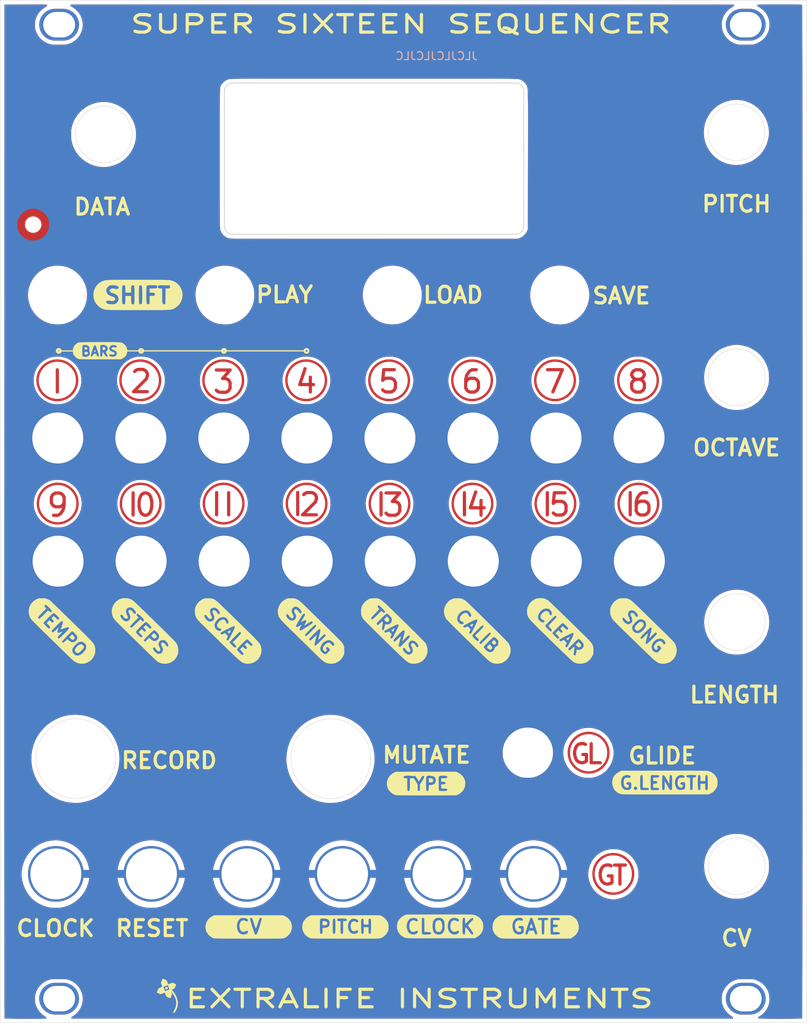
<source format=kicad_pcb>
(kicad_pcb (version 20171130) (host pcbnew "(5.1.10)-1")
  (layers (0 F.Cu signal) (31 B.Cu signal hide) (34 B.Paste user hide) (35 F.Paste user hide) (36 B.SilkS user) (37 F.SilkS user) (38 B.Mask user) (39 F.Mask user) (44 Edge.Cuts user))
  (net 0 "")
  (net 1 GND)
  (module A_Mine:xtralifelogo (layer F.Cu) (at 33.15 137.13)
    (fp_text reference G*** hide)
    (fp_text value LOGO hide)
  )
  (module "A_Mine:S16 silk 2" (layer F.Cu) (at 61.59 88.54)
    (fp_text reference G*** hide)
    (fp_text value LOGO hide)
  )
  (module "A_Mine:S16 copper back" (layer B.Cu) (at 62.59 76.25)
    (fp_text reference G*** hide)
    (fp_text value LOGO hide)
    (fp_poly (pts (xy 47.890284 -63.711282) (xy 48.396289 -63.710073) (xy 48.826834 -63.707956) (xy 49.186522 -63.704847) (xy 49.479953 -63.700665) (xy 49.711731 -63.695325) (xy 49.886456 -63.688745) (xy 50.008731 -63.68084) (xy 50.083157 -63.671529) (xy 50.1142 -63.660867) (xy 50.116518 -63.616488) (xy 50.118787 -63.489226) (xy 50.121007 -63.280866) (xy 50.123177 -62.99319) (xy 50.125298 -62.627984) (xy 50.127369 -62.187031) (xy 50.129391 -61.672115) (xy 50.131364 -61.08502) (xy 50.133287 -60.427529) (xy 50.135161 -59.701427) (xy 50.136985 -58.908498) (xy 50.138761 -58.050526) (xy 50.140487 -57.129294) (xy 50.142163 -56.146587) (xy 50.14379 -55.104188) (xy 50.145368 -54.003881) (xy 50.146896 -52.847451) (xy 50.148375 -51.636681) (xy 50.149805 -50.373355) (xy 50.151185 -49.059258) (xy 50.152516 -47.696172) (xy 50.153798 -46.285883) (xy 50.15503 -44.830173) (xy 50.156213 -43.330827) (xy 50.157346 -41.789629) (xy 50.15843 -40.208362) (xy 50.159465 -38.588812) (xy 50.16045 -36.93276) (xy 50.161386 -35.241993) (xy 50.162273 -33.518293) (xy 50.16311 -31.763444) (xy 50.163898 -29.97923) (xy 50.164637 -28.167436) (xy 50.165326 -26.329845) (xy 50.165966 -24.468241) (xy 50.166556 -22.584409) (xy 50.167097 -20.680131) (xy 50.167589 -18.757192) (xy 50.168031 -16.817376) (xy 50.168424 -14.862467) (xy 50.168768 -12.894248) (xy 50.169062 -10.914505) (xy 50.169307 -8.92502) (xy 50.169502 -6.927577) (xy 50.169649 -4.923961) (xy 50.169745 -2.915955) (xy 50.169793 -0.905344) (xy 50.169791 1.106089) (xy 50.169739 3.11656) (xy 50.169639 5.124285) (xy 50.169489 7.127479) (xy 50.169289 9.12436) (xy 50.169041 11.113143) (xy 50.168742 13.092043) (xy 50.168395 15.059278) (xy 50.167998 17.013063) (xy 50.167552 18.951615) (xy 50.167056 20.873149) (xy 50.166511 22.775881) (xy 50.165917 24.658027) (xy 50.165273 26.517805) (xy 50.16458 28.353429) (xy 50.163838 30.163115) (xy 50.163046 31.945081) (xy 50.162205 33.697541) (xy 50.161314 35.418712) (xy 50.160374 37.10681) (xy 50.159385 38.760051) (xy 50.158347 40.376651) (xy 50.157259 41.954826) (xy 50.156121 43.492793) (xy 50.154935 44.988767) (xy 50.153698 46.440964) (xy 50.152413 47.8476) (xy 50.151078 49.206892) (xy 50.149694 50.517056) (xy 50.148261 51.776307) (xy 50.146778 52.982862) (xy 50.145245 54.134936) (xy 50.143664 55.230747) (xy 50.142033 56.268509) (xy 50.140352 57.246439) (xy 50.138623 58.162753) (xy 50.136844 59.015667) (xy 50.135015 59.803398) (xy 50.133137 60.52416) (xy 50.13121 61.176171) (xy 50.129234 61.757646) (xy 50.127208 62.266801) (xy 50.125132 62.701853) (xy 50.123008 63.061018) (xy 50.120834 63.342511) (xy 50.11861 63.544548) (xy 50.116338 63.665347) (xy 50.1142 63.7032) (xy 50.061931 63.714011) (xy 49.933767 63.723642) (xy 49.738473 63.732092) (xy 49.484814 63.739362) (xy 49.181552 63.745452) (xy 48.837454 63.750361) (xy 48.461283 63.75409) (xy 48.061802 63.756639) (xy 47.647777 63.758008) (xy 47.227972 63.758196) (xy 46.81115 63.757204) (xy 46.406076 63.755032) (xy 46.021515 63.751679) (xy 45.66623 63.747147) (xy 45.348986 63.741433) (xy 45.078547 63.73454) (xy 44.863677 63.726466) (xy 44.71314 63.717212) (xy 44.635701 63.706778) (xy 44.6278 63.7032) (xy 44.582152 63.630762) (xy 44.603517 63.561724) (xy 44.69764 63.486778) (xy 44.794158 63.433718) (xy 44.990255 63.307148) (xy 45.20234 63.125383) (xy 45.410058 62.909697) (xy 45.593051 62.681365) (xy 45.730964 62.461659) (xy 45.738687 62.44659) (xy 45.883442 62.123252) (xy 45.97424 61.823624) (xy 46.01929 61.513936) (xy 46.027997 61.256334) (xy 45.986958 60.795505) (xy 45.869264 60.363611) (xy 45.679969 59.967398) (xy 45.424124 59.613611) (xy 45.106783 59.308995) (xy 44.732998 59.060295) (xy 44.307822 58.874256) (xy 44.223291 58.84705) (xy 44.116466 58.817143) (xy 44.009828 58.794774) (xy 43.888951 58.778893) (xy 43.739412 58.76845) (xy 43.546788 58.762395) (xy 43.296654 58.759677) (xy 43.016791 58.759213) (xy 42.700907 58.760349) (xy 42.455711 58.763984) (xy 42.267236 58.771098) (xy 42.121516 58.782669) (xy 42.004587 58.799678) (xy 41.902481 58.823103) (xy 41.838833 58.841798) (xy 41.391491 59.023614) (xy 40.997589 59.270411) (xy 40.660269 59.579113) (xy 40.382674 59.946646) (xy 40.167947 60.369935) (xy 40.106206 60.536667) (xy 40.063692 60.722459) (xy 40.036691 60.963908) (xy 40.025613 61.233361) (xy 40.030869 61.503166) (xy 40.052867 61.74567) (xy 40.085824 61.9125) (xy 40.250476 62.344019) (xy 40.487356 62.736945) (xy 40.789342 63.081775) (xy 41.149313 63.369006) (xy 41.202911 63.403443) (xy 41.341494 63.49746) (xy 41.415342 63.569203) (xy 41.436788 63.631457) (xy 41.435745 63.644832) (xy 41.423167 63.732834) (xy -41.634833 63.732834) (xy -41.648041 63.640028) (xy -41.633835 63.561156) (xy -41.55516 63.494048) (xy -41.521041 63.475475) (xy -41.197913 63.266347) (xy -40.901554 62.989703) (xy -40.644541 62.661498) (xy -40.439451 62.297685) (xy -40.303434 61.930979) (xy -40.223088 61.490848) (xy -40.222536 61.055372) (xy -40.296987 60.632891) (xy -40.441649 60.231749) (xy -40.65173 59.86029) (xy -40.922438 59.526855) (xy -41.248982 59.239788) (xy -41.626569 59.007432) (xy -42.050408 58.83813) (xy -42.085849 58.827652) (xy -42.191158 58.802869) (xy -42.31987 58.784434) (xy -42.484841 58.771575) (xy -42.698927 58.763521) (xy -42.974982 58.7595) (xy -43.234973 58.758667) (xy -43.546194 58.759492) (xy -43.78726 58.762689) (xy -43.972674 58.769337) (xy -44.116937 58.780517) (xy -44.234553 58.79731) (xy -44.340022 58.820794) (xy -44.434957 58.848055) (xy -44.868141 59.024172) (xy -45.254564 59.268456) (xy -45.588134 59.574814) (xy -45.86276 59.937152) (xy -46.072348 60.349379) (xy -46.147283 60.560655) (xy -46.209181 60.847979) (xy -46.236928 61.176196) (xy -46.230085 61.510321) (xy -46.188218 61.815374) (xy -46.164156 61.9125) (xy -46.019489 62.292498) (xy -45.81388 62.653463) (xy -45.560249 62.978328) (xy -45.271519 63.250024) (xy -45.025094 63.416984) (xy -44.876236 63.517093) (xy -44.797666 63.606932) (xy -44.792683 63.680436) (xy -44.855629 63.728304) (xy -44.912232 63.734082) (xy -45.043821 63.739063) (xy -45.241391 63.743263) (xy -45.495935 63.746698) (xy -45.798447 63.749385) (xy -46.139922 63.751339) (xy -46.511352 63.752577) (xy -46.903733 63.753114) (xy -47.308059 63.752967) (xy -47.715322 63.752151) (xy -48.116518 63.750683) (xy -48.50264 63.748579) (xy -48.864682 63.745854) (xy -49.193639 63.742525) (xy -49.480503 63.738608) (xy -49.716271 63.734118) (xy -49.891934 63.729073) (xy -49.998488 63.723487) (xy -50.027431 63.719095) (xy -50.029835 63.703221) (xy -50.032165 63.657977) (xy -50.034421 63.582278) (xy -50.036605 63.475041) (xy -50.038716 63.335181) (xy -50.040756 63.161614) (xy -50.042725 62.953255) (xy -50.044624 62.70902) (xy -50.046453 62.427824) (xy -50.048214 62.108584) (xy -50.049907 61.750215) (xy -50.051533 61.351632) (xy -50.053093 60.911751) (xy -50.054586 60.429489) (xy -50.056015 59.90376) (xy -50.05738 59.333481) (xy -50.05868 58.717566) (xy -50.059918 58.054932) (xy -50.061094 57.344494) (xy -50.062209 56.585168) (xy -50.063263 55.77587) (xy -50.064257 54.915515) (xy -50.065191 54.003019) (xy -50.066067 53.037297) (xy -50.066886 52.017266) (xy -50.067647 50.94184) (xy -50.068352 49.809937) (xy -50.069001 48.62047) (xy -50.069595 47.372356) (xy -50.070135 46.064511) (xy -50.070289 45.630425) (xy -47.917204 45.630425) (xy -47.883217 46.067223) (xy -47.833691 46.359689) (xy -47.681928 46.920729) (xy -47.457108 47.46447) (xy -47.16761 47.974594) (xy -46.821815 48.434785) (xy -46.697184 48.57248) (xy -46.387409 48.854187) (xy -46.014642 49.120199) (xy -45.600476 49.358554) (xy -45.166503 49.557292) (xy -44.734316 49.704449) (xy -44.586353 49.741809) (xy -44.314482 49.786326) (xy -43.987465 49.812947) (xy -43.632923 49.821602) (xy -43.278478 49.81222) (xy -42.951755 49.784729) (xy -42.714333 49.74662) (xy -42.162496 49.587247) (xy -41.642045 49.353479) (xy -41.159363 49.05181) (xy -40.720833 48.688733) (xy -40.332835 48.270744) (xy -40.001751 47.804336) (xy -39.733964 47.296003) (xy -39.535854 46.752241) (xy -39.457204 46.432115) (xy -39.378797 45.84811) (xy -39.379451 45.593) (xy -35.898666 45.593) (xy -35.858033 46.173546) (xy -35.739639 46.734612) (xy -35.548745 47.269627) (xy -35.290612 47.772019) (xy -34.9705 48.235217) (xy -34.593671 48.652649) (xy -34.165384 49.017744) (xy -33.6909 49.323931) (xy -33.17548 49.564638) (xy -32.624384 49.733294) (xy -32.5755 49.74422) (xy -32.286195 49.789723) (xy -31.944944 49.81604) (xy -31.580145 49.823162) (xy -31.220198 49.811084) (xy -30.893501 49.779798) (xy -30.691666 49.74468) (xy -30.142275 49.57986) (xy -29.617473 49.336235) (xy -29.124352 49.017839) (xy -28.67 48.628705) (xy -28.591009 48.549539) (xy -28.211999 48.113472) (xy -27.908951 47.657326) (xy -27.674298 47.166909) (xy -27.500471 46.628029) (xy -27.448826 46.407761) (xy -27.376093 45.976843) (xy -27.36277 45.746782) (xy -23.909632 45.746782) (xy -23.854416 46.232322) (xy -23.830691 46.359689) (xy -23.675184 46.943989) (xy -23.449382 47.482615) (xy -23.150262 47.981301) (xy -22.774799 48.445782) (xy -22.676189 48.549539) (xy -22.228577 48.951183) (xy -21.742318 49.282632) (xy -21.224586 49.53978) (xy -20.682558 49.718518) (xy -20.599664 49.738298) (xy -20.312979 49.785469) (xy -19.97231 49.813372) (xy -19.606149 49.821881) (xy -19.242987 49.810871) (xy -18.911315 49.780216) (xy -18.711333 49.74662) (xy -18.159496 49.587247) (xy -17.639045 49.353479) (xy -17.156363 49.05181) (xy -16.717833 48.688733) (xy -16.329835 48.270744) (xy -15.998751 47.804336) (xy -15.730964 47.296003) (xy -15.532854 46.752241) (xy -15.454204 46.432115) (xy -15.376547 45.849137) (xy -15.377652 45.595808) (xy -11.891499 45.595808) (xy -11.85096 46.147352) (xy -11.741098 46.685119) (xy -11.565328 47.202461) (xy -11.327067 47.692732) (xy -11.029729 48.149286) (xy -10.676732 48.565476) (xy -10.271491 48.934657) (xy -9.817421 49.250181) (xy -9.317939 49.505404) (xy -8.776461 49.693677) (xy -8.5725 49.743657) (xy -8.282913 49.789532) (xy -7.941123 49.816065) (xy -7.575648 49.823239) (xy -7.215006 49.81104) (xy -6.887716 49.779452) (xy -6.688666 49.74468) (xy -6.139132 49.579802) (xy -5.613946 49.335908) (xy -5.119759 49.01678) (xy -4.663221 48.626198) (xy -4.586477 48.549539) (xy -4.192822 48.092193) (xy -3.876212 47.601976) (xy -3.633624 47.073153) (xy -3.462035 46.49999) (xy -3.431976 46.359689) (xy -3.36086 45.865435) (xy -3.356396 45.582261) (xy 0.086431 45.582261) (xy 0.117031 46.031654) (xy 0.208287 46.508325) (xy 0.352897 46.989054) (xy 0.543558 47.450622) (xy 0.772966 47.86981) (xy 0.836336 47.966467) (xy 1.021004 48.207962) (xy 1.254326 48.469033) (xy 1.513421 48.72696) (xy 1.775407 48.959024) (xy 2.017402 49.142508) (xy 2.027892 49.149549) (xy 2.327843 49.325436) (xy 2.676759 49.491402) (xy 3.039103 49.632237) (xy 3.379339 49.732729) (xy 3.403336 49.738298) (xy 3.690979 49.785621) (xy 4.032485 49.813534) (xy 4.399279 49.821919) (xy 4.762785 49.810655) (xy 5.094425 49.779622) (xy 5.291667 49.74621) (xy 5.845481 49.58557) (xy 6.370583 49.349304) (xy 6.859344 49.043784) (xy 7.304132 48.675385) (xy 7.697318 48.250479) (xy 8.031272 47.775439) (xy 8.298362 47.25664) (xy 8.312691 47.222834) (xy 8.499436 46.671193) (xy 8.606648 46.107581) (xy 8.633531 45.600459) (xy 12.113344 45.600459) (xy 12.153756 46.152766) (xy 12.263549 46.690931) (xy 12.439336 47.208356) (xy 12.677728 47.698444) (xy 12.975339 48.154599) (xy 13.32878 48.570223) (xy 13.734663 48.93872) (xy 14.189602 49.253493) (xy 14.690209 49.507945) (xy 15.233095 49.695479) (xy 15.4305 49.743657) (xy 15.720189 49.789532) (xy 16.062223 49.816057) (xy 16.42803 49.823216) (xy 16.789037 49.810991) (xy 17.116669 49.779365) (xy 17.314861 49.744792) (xy 17.749399 49.617584) (xy 18.194708 49.430797) (xy 18.628257 49.196897) (xy 19.027514 48.928353) (xy 19.369949 48.637629) (xy 19.436335 48.570982) (xy 19.782899 48.154857) (xy 20.083185 47.680268) (xy 20.328182 47.164776) (xy 20.50888 46.62594) (xy 20.571024 46.359689) (xy 20.639558 45.902671) (xy 20.653148 45.471468) (xy 20.652706 45.466804) (xy 23.249465 45.466804) (xy 23.270271 45.950877) (xy 23.365936 46.423589) (xy 23.531684 46.875999) (xy 23.762735 47.299168) (xy 24.054313 47.684156) (xy 24.401639 48.022021) (xy 24.799936 48.303826) (xy 25.188334 48.498145) (xy 25.46099 48.594287) (xy 25.766196 48.675412) (xy 26.070042 48.733963) (xy 26.338614 48.762379) (xy 26.37959 48.763693) (xy 26.532284 48.756626) (xy 26.731986 48.734053) (xy 26.943386 48.700274) (xy 27.01459 48.686396) (xy 27.510435 48.544276) (xy 27.964457 48.334766) (xy 28.372054 48.064824) (xy 28.728626 47.741404) (xy 29.029571 47.371465) (xy 29.270288 46.961961) (xy 29.446175 46.519849) (xy 29.552632 46.052086) (xy 29.585058 45.565627) (xy 29.53885 45.06743) (xy 29.508731 44.915667) (xy 29.420494 44.598167) (xy 37.803667 44.598167) (xy 37.825639 45.076746) (xy 37.89541 45.512679) (xy 38.018763 45.936826) (xy 38.089272 46.122167) (xy 38.337199 46.626486) (xy 38.65326 47.092569) (xy 39.028769 47.513018) (xy 39.455044 47.880438) (xy 39.923401 48.187431) (xy 40.425155 48.426599) (xy 40.951622 48.590548) (xy 40.999834 48.601342) (xy 41.284086 48.646014) (xy 41.618834 48.671962) (xy 41.974159 48.678951) (xy 42.320143 48.666747) (xy 42.626867 48.635114) (xy 42.741555 48.615006) (xy 43.172368 48.494451) (xy 43.614773 48.312615) (xy 44.045865 48.082016) (xy 44.442735 47.815173) (xy 44.782475 47.524604) (xy 44.83621 47.470316) (xy 45.172719 47.066648) (xy 45.464454 46.608391) (xy 45.699521 46.117647) (xy 45.866027 45.616516) (xy 45.891995 45.508334) (xy 45.94072 45.205641) (xy 45.967772 44.852347) (xy 45.972911 44.479761) (xy 45.955892 44.119192) (xy 45.916473 43.80195) (xy 45.905673 43.745445) (xy 45.807546 43.383525) (xy 45.662593 42.999768) (xy 45.485998 42.629988) (xy 45.303725 42.325683) (xy 45.121333 42.087417) (xy 44.889979 41.828808) (xy 44.632577 41.572575) (xy 44.372041 41.341439) (xy 44.131283 41.158122) (xy 44.11561 41.147566) (xy 43.808581 40.970619) (xy 43.448915 40.808592) (xy 43.068622 40.674544) (xy 42.756667 40.593124) (xy 42.440764 40.54467) (xy 42.077753 40.51954) (xy 41.700888 40.51802) (xy 41.343423 40.540396) (xy 41.078445 40.578661) (xy 40.547685 40.725631) (xy 40.039347 40.948827) (xy 39.562215 41.240915) (xy 39.125076 41.59456) (xy 38.736716 42.002427) (xy 38.405921 42.45718) (xy 38.141477 42.951485) (xy 38.089272 43.074167) (xy 37.941248 43.50269) (xy 37.849279 43.929808) (xy 37.807581 44.386381) (xy 37.803667 44.598167) (xy 29.420494 44.598167) (xy 29.403201 44.535943) (xy 29.259422 44.19233) (xy 29.062004 43.849721) (xy 29.001594 43.758832) (xy 28.685723 43.367747) (xy 28.31554 43.038228) (xy 27.898988 42.774458) (xy 27.444011 42.58062) (xy 26.958552 42.460897) (xy 26.458334 42.419495) (xy 25.938312 42.45746) (xy 25.445632 42.572361) (xy 24.98651 42.759143) (xy 24.567162 43.012753) (xy 24.193806 43.328135) (xy 23.872659 43.700236) (xy 23.609937 44.124003) (xy 23.411858 44.59438) (xy 23.308297 44.98031) (xy 23.249465 45.466804) (xy 20.652706 45.466804) (xy 20.611496 45.032021) (xy 20.556822 44.735906) (xy 20.393139 44.159199) (xy 20.161645 43.625982) (xy 19.868568 43.139546) (xy 19.520137 42.70318) (xy 19.122581 42.320176) (xy 18.682127 41.993825) (xy 18.205005 41.727418) (xy 17.697442 41.524245) (xy 17.165668 41.387596) (xy 16.61591 41.320764) (xy 16.054398 41.327039) (xy 15.48736 41.409711) (xy 14.921024 41.572071) (xy 14.717884 41.650925) (xy 14.260351 41.874831) (xy 13.844125 42.152188) (xy 13.449151 42.496847) (xy 13.352371 42.594128) (xy 13.044971 42.933167) (xy 12.799125 43.257301) (xy 12.600018 43.588186) (xy 12.442272 43.924647) (xy 12.254214 44.479802) (xy 12.145701 45.040605) (xy 12.113344 45.600459) (xy 8.633531 45.600459) (xy 8.636736 45.540015) (xy 8.592106 44.976511) (xy 8.475168 44.425086) (xy 8.288327 43.893755) (xy 8.033992 43.390535) (xy 7.71457 42.923443) (xy 7.332468 42.500494) (xy 6.890095 42.129706) (xy 6.754846 42.035716) (xy 6.244857 41.745244) (xy 5.706037 41.529646) (xy 5.147208 41.388976) (xy 4.577194 41.323285) (xy 4.004817 41.332628) (xy 3.4389 41.417057) (xy 2.888267 41.576625) (xy 2.36174 41.811384) (xy 2.032 42.007359) (xy 1.620945 42.321355) (xy 1.237568 42.697095) (xy 0.896676 43.116705) (xy 0.613071 43.562311) (xy 0.431554 43.939684) (xy 0.318215 44.261713) (xy 0.220713 44.623769) (xy 0.145445 44.995413) (xy 0.098806 45.346204) (xy 0.086431 45.582261) (xy -3.356396 45.582261) (xy -3.353419 45.393491) (xy -3.409692 44.910328) (xy -3.433694 44.783978) (xy -3.591184 44.207177) (xy -3.81694 43.672763) (xy -4.104717 43.184079) (xy -4.448268 42.744468) (xy -4.841346 42.357273) (xy -5.277707 42.025837) (xy -5.751102 41.753502) (xy -6.255287 41.543612) (xy -6.784014 41.399509) (xy -7.331038 41.324538) (xy -7.890112 41.322039) (xy -8.45499 41.395358) (xy -9.019425 41.547835) (xy -9.288865 41.650333) (xy -9.823605 41.918583) (xy -10.308751 42.253857) (xy -10.739445 42.651295) (xy -11.110828 43.106037) (xy -11.418041 43.613223) (xy -11.563015 43.924968) (xy -11.750942 44.477969) (xy -11.859298 45.037131) (xy -11.891499 45.595808) (xy -15.377652 45.595808) (xy -15.379066 45.271866) (xy -15.457995 44.707378) (xy -15.60957 44.162747) (xy -15.830023 43.645049) (xy -16.115589 43.16136) (xy -16.462503 42.718755) (xy -16.866998 42.32431) (xy -17.325308 41.985098) (xy -17.833669 41.708197) (xy -18.008462 41.633032) (xy -18.575191 41.44737) (xy -19.144255 41.342574) (xy -19.709431 41.315273) (xy -20.264497 41.362101) (xy -20.803231 41.479687) (xy -21.319411 41.664665) (xy -21.806813 41.913665) (xy -22.259217 42.223318) (xy -22.670399 42.590258) (xy -23.034137 43.011114) (xy -23.34421 43.482519) (xy -23.594394 44.001104) (xy -23.778468 44.563501) (xy -23.828972 44.783978) (xy -23.901163 45.275178) (xy -23.909632 45.746782) (xy -27.36277 45.746782) (xy -27.352934 45.576958) (xy -27.379339 45.174064) (xy -27.448226 44.7675) (xy -27.609569 44.187798) (xy -27.838459 43.651552) (xy -28.128744 43.162042) (xy -28.474274 42.722549) (xy -28.8689 42.336355) (xy -29.306471 42.006739) (xy -29.780837 41.736982) (xy -30.285848 41.530365) (xy -30.815354 41.390168) (xy -31.363205 41.319673) (xy -31.92325 41.322159) (xy -32.48934 41.400908) (xy -33.055324 41.5592) (xy -33.291865 41.650333) (xy -33.821441 41.915982) (xy -34.300732 42.246276) (xy -34.725506 42.634816) (xy -35.091531 43.075202) (xy -35.394577 43.561033) (xy -35.63041 44.08591) (xy -35.794801 44.643432) (xy -35.883517 45.227201) (xy -35.898666 45.593) (xy -39.379451 45.593) (xy -39.380267 45.275394) (xy -39.457014 44.719583) (xy -39.604438 44.186295) (xy -39.817938 43.681148) (xy -40.092915 43.209757) (xy -40.424768 42.777741) (xy -40.808899 42.390717) (xy -41.240707 42.054302) (xy -41.715591 41.774113) (xy -42.228953 41.555769) (xy -42.776191 41.404885) (xy -43.352707 41.327079) (xy -43.645667 41.317334) (xy -44.240245 41.358496) (xy -44.814189 41.479667) (xy -45.360981 41.677374) (xy -45.874101 41.948144) (xy -46.347031 42.288505) (xy -46.773253 42.694984) (xy -47.146248 43.164108) (xy -47.165786 43.192686) (xy -47.441884 43.654899) (xy -47.650075 44.133411) (xy -47.801387 44.654258) (xy -47.819488 44.735906) (xy -47.896061 45.198006) (xy -47.917204 45.630425) (xy -50.070289 45.630425) (xy -50.070622 44.69585) (xy -50.071056 43.265289) (xy -50.071437 41.771743) (xy -50.071768 40.214129) (xy -50.072048 38.591361) (xy -50.072278 36.902356) (xy -50.072459 35.146029) (xy -50.072591 33.321296) (xy -50.072676 31.427073) (xy -50.072679 31.240362) (xy -46.687561 31.240362) (xy -46.62864 31.903063) (xy -46.492886 32.546722) (xy -46.283927 33.165292) (xy -46.005387 33.752727) (xy -45.660892 34.302979) (xy -45.254067 34.810003) (xy -44.788539 35.26775) (xy -44.267932 35.670175) (xy -43.695872 36.011231) (xy -43.285833 36.202301) (xy -42.987215 36.32042) (xy -42.708438 36.414835) (xy -42.431953 36.48903) (xy -42.140209 36.546492) (xy -41.815658 36.590705) (xy -41.440749 36.625154) (xy -41.021 36.652064) (xy -40.940083 36.648314) (xy -40.795149 36.633886) (xy -40.605861 36.610998) (xy -40.391879 36.581871) (xy -40.364833 36.577969) (xy -39.698455 36.440198) (xy -39.066646 36.228364) (xy -38.473739 35.947471) (xy -37.924064 35.602525) (xy -37.421952 35.198532) (xy -36.971734 34.740495) (xy -36.577741 34.233422) (xy -36.244305 33.682316) (xy -35.975756 33.092183) (xy -35.776425 32.468028) (xy -35.650643 31.814857) (xy -35.602742 31.137674) (xy -35.602399 31.074167) (xy -35.60343 31.057221) (xy -14.656753 31.057221) (xy -14.637775 31.5595) (xy -14.543185 32.219395) (xy -14.373184 32.8501) (xy -14.133056 33.447373) (xy -13.828087 34.006975) (xy -13.463561 34.524665) (xy -13.044765 34.996203) (xy -12.576984 35.417348) (xy -12.065502 35.783859) (xy -11.515605 36.091496) (xy -10.932579 36.336019) (xy -10.321708 36.513186) (xy -9.688277 36.618758) (xy -9.037573 36.648494) (xy -8.37488 36.598153) (xy -8.360273 36.596123) (xy -7.699459 36.463584) (xy -7.077564 36.260386) (xy -6.497231 35.992043) (xy -5.961098 35.664073) (xy -5.471806 35.281991) (xy -5.031996 34.851314) (xy -4.644308 34.377557) (xy -4.311381 33.866237) (xy -4.035855 33.322869) (xy -3.820372 32.75297) (xy -3.667572 32.162055) (xy -3.580094 31.555642) (xy -3.560578 30.939245) (xy -3.611665 30.318381) (xy -3.640782 30.173225) (xy 12.492239 30.173225) (xy 12.506746 30.672943) (xy 12.549054 30.952526) (xy 12.681635 31.420811) (xy 12.886658 31.862215) (xy 13.155846 32.268131) (xy 13.480925 32.62995) (xy 13.853617 32.939066) (xy 14.265648 33.186871) (xy 14.708741 33.364756) (xy 14.9225 33.421129) (xy 15.131168 33.452868) (xy 15.392953 33.471872) (xy 15.679192 33.478023) (xy 15.96122 33.471206) (xy 16.210374 33.451304) (xy 16.361834 33.426978) (xy 16.764768 33.303415) (xy 17.170493 33.114455) (xy 17.55273 32.874221) (xy 17.858248 32.622721) (xy 18.035837 32.428487) (xy 18.220746 32.181888) (xy 18.394128 31.911082) (xy 18.537134 31.644225) (xy 18.584683 31.537485) (xy 18.744245 31.055061) (xy 18.821188 30.577239) (xy 18.817477 30.202766) (xy 20.111791 30.202766) (xy 20.130541 30.68939) (xy 20.223731 31.162131) (xy 20.386258 31.613062) (xy 20.613019 32.034259) (xy 20.898913 32.417797) (xy 21.238836 32.75575) (xy 21.627687 33.040192) (xy 22.060363 33.263198) (xy 22.531762 33.416842) (xy 22.563667 33.42425) (xy 22.759841 33.454252) (xy 23.01139 33.472185) (xy 23.28988 33.477995) (xy 23.566877 33.471626) (xy 23.813946 33.453025) (xy 23.981834 33.426978) (xy 24.384768 33.303415) (xy 24.790493 33.114455) (xy 25.17273 32.874221) (xy 25.478248 32.622721) (xy 25.641311 32.445252) (xy 25.816432 32.216484) (xy 25.984692 31.963919) (xy 26.127176 31.715054) (xy 26.185576 31.594502) (xy 26.283598 31.329476) (xy 26.366614 31.019873) (xy 26.426684 30.702128) (xy 26.455869 30.412679) (xy 26.457417 30.346945) (xy 26.417696 29.862327) (xy 26.299405 29.386291) (xy 26.10859 28.930281) (xy 25.8513 28.505742) (xy 25.533581 28.124117) (xy 25.161481 27.796852) (xy 25.078252 27.736974) (xy 24.645924 27.481102) (xy 24.198088 27.305343) (xy 23.723487 27.206175) (xy 23.296684 27.179487) (xy 22.780312 27.217697) (xy 22.290446 27.332874) (xy 21.833544 27.51979) (xy 21.416058 27.773217) (xy 21.044444 28.087927) (xy 20.725156 28.458689) (xy 20.464649 28.880276) (xy 20.269378 29.347459) (xy 20.172581 29.710184) (xy 20.111791 30.202766) (xy 18.817477 30.202766) (xy 18.816405 30.094677) (xy 18.758444 29.718) (xy 18.635815 29.268223) (xy 18.466894 28.874452) (xy 18.240743 28.51576) (xy 17.954058 28.179163) (xy 17.558846 27.820206) (xy 17.138022 27.541636) (xy 16.68928 27.342447) (xy 16.210312 27.221628) (xy 15.69881 27.178171) (xy 15.663334 27.178) (xy 15.15424 27.217568) (xy 14.673704 27.331999) (xy 14.227017 27.514881) (xy 13.819467 27.759805) (xy 13.456343 28.060359) (xy 13.142934 28.410134) (xy 12.88453 28.802718) (xy 12.68642 29.231702) (xy 12.553894 29.690675) (xy 12.492239 30.173225) (xy -3.640782 30.173225) (xy -3.735996 29.698565) (xy -3.936209 29.085315) (xy -4.214947 28.484146) (xy -4.357748 28.233801) (xy -4.73312 27.690623) (xy -5.168357 27.199124) (xy -5.655926 26.763355) (xy -6.188292 26.38737) (xy -6.75792 26.075221) (xy -7.357277 25.830963) (xy -7.978828 25.658648) (xy -8.615039 25.562329) (xy -9.258376 25.546059) (xy -9.346175 25.550262) (xy -10.027026 25.628797) (xy -10.677869 25.782313) (xy -11.294509 26.006047) (xy -11.87275 26.295234) (xy -12.408397 26.645111) (xy -12.897255 27.050913) (xy -13.335128 27.507875) (xy -13.717822 28.011233) (xy -14.04114 28.556224) (xy -14.300887 29.138082) (xy -14.492869 29.752044) (xy -14.612889 30.393345) (xy -14.656753 31.057221) (xy -35.60343 31.057221) (xy -35.643234 30.403319) (xy -35.76255 29.754308) (xy -35.955816 29.132317) (xy -36.218501 28.542526) (xy -36.546073 27.990118) (xy -36.934002 27.480276) (xy -37.377755 27.018181) (xy -37.872802 26.609015) (xy -38.414612 26.257961) (xy -38.998652 25.9702) (xy -39.620393 25.750915) (xy -40.275302 25.605286) (xy -40.400704 25.5867) (xy -41.067759 25.536392) (xy -41.722223 25.566243) (xy -42.358819 25.67206) (xy -42.972272 25.849653) (xy -43.557306 26.09483) (xy -44.108647 26.4034) (xy -44.621019 26.771171) (xy -45.089146 27.193952) (xy -45.507754 27.667551) (xy -45.871566 28.187777) (xy -46.175307 28.750438) (xy -46.413702 29.351343) (xy -46.581475 29.986301) (xy -46.666026 30.564667) (xy -46.687561 31.240362) (xy -50.072679 31.240362) (xy -50.072713 29.462275) (xy -50.072705 27.425817) (xy -50.072651 25.316616) (xy -50.072552 23.133587) (xy -50.072408 20.875646) (xy -50.072222 18.541709) (xy -50.071993 16.13069) (xy -50.071754 13.927667) (xy 37.803667 13.927667) (xy 37.844672 14.49424) (xy 37.964062 15.042078) (xy 38.156398 15.564361) (xy 38.41624 16.05427) (xy 38.738149 16.504985) (xy 39.116685 16.909687) (xy 39.54641 17.261557) (xy 40.021884 17.553773) (xy 40.537668 17.779518) (xy 40.978667 17.908364) (xy 41.23257 17.950473) (xy 41.541944 17.976761) (xy 41.879034 17.98695) (xy 42.216082 17.980762) (xy 42.525333 17.95792) (xy 42.741555 17.926006) (xy 43.277047 17.778022) (xy 43.787107 17.554015) (xy 44.263452 17.260873) (xy 44.697796 16.905486) (xy 45.081855 16.494742) (xy 45.407342 16.035531) (xy 45.665975 15.534741) (xy 45.691857 15.472834) (xy 45.880986 14.904933) (xy 45.985502 14.335804) (xy 46.005459 13.764927) (xy 45.940908 13.191781) (xy 45.927055 13.120712) (xy 45.770153 12.5545) (xy 45.539539 12.022198) (xy 45.240024 11.531106) (xy 44.876419 11.088521) (xy 44.453535 10.701742) (xy 44.219483 10.530284) (xy 43.71066 10.232771) (xy 43.181331 10.016924) (xy 42.627196 9.881419) (xy 42.043956 9.824929) (xy 41.925244 9.823002) (xy 41.344168 9.861122) (xy 40.788524 9.97611) (xy 40.263675 10.162623) (xy 39.774986 10.415317) (xy 39.327822 10.728852) (xy 38.927547 11.097883) (xy 38.579527 11.517068) (xy 38.289126 11.981065) (xy 38.061708 12.48453) (xy 37.902639 13.022121) (xy 37.817284 13.588496) (xy 37.803667 13.927667) (xy -50.071754 13.927667) (xy -50.071722 13.641507) (xy -50.071409 11.073074) (xy -50.071056 8.424307) (xy -50.070782 6.512695) (xy -46.51318 6.512695) (xy -46.435643 7.006226) (xy -46.28078 7.483508) (xy -46.049559 7.934483) (xy -45.983456 8.036729) (xy -45.795401 8.297011) (xy -45.611879 8.50515) (xy -45.406525 8.687834) (xy -45.169666 8.860436) (xy -44.707312 9.127943) (xy -44.229032 9.313467) (xy -43.737934 9.416354) (xy -43.237125 9.435948) (xy -42.736643 9.373037) (xy -42.236053 9.228279) (xy -41.777436 9.012454) (xy -41.365846 8.730691) (xy -41.006336 8.388116) (xy -40.70396 7.989857) (xy -40.463772 7.54104) (xy -40.290826 7.046794) (xy -40.242707 6.842889) (xy -40.18642 6.45754) (xy -40.186244 6.39457) (xy -36.10262 6.39457) (xy -36.056195 6.779775) (xy -36.044151 6.842889) (xy -35.903789 7.338466) (xy -35.688911 7.804267) (xy -35.406127 8.230202) (xy -35.062043 8.60618) (xy -34.69766 8.898852) (xy -34.293072 9.128231) (xy -33.845121 9.296808) (xy -33.37238 9.400859) (xy -32.893421 9.436659) (xy -32.426819 9.400482) (xy -32.307104 9.378258) (xy -31.826549 9.238147) (xy -31.375615 9.029538) (xy -31.163938 8.899457) (xy -30.897564 8.70623) (xy -30.682431 8.514824) (xy -30.490305 8.297865) (xy -30.350814 8.111091) (xy -30.089362 7.671252) (xy -29.903502 7.202304) (xy -29.794302 6.713955) (xy -29.76283 6.215916) (xy -29.763839 6.205287) (xy -25.657701 6.205287) (xy -25.629431 6.688524) (xy -25.527797 7.165928) (xy -25.351928 7.628149) (xy -25.104938 8.059996) (xy -24.787709 8.453588) (xy -24.417464 8.78659) (xy -24.003319 9.055283) (xy -23.554385 9.255947) (xy -23.079779 9.384863) (xy -22.588612 9.43831) (xy -22.09 9.412568) (xy -21.878517 9.376831) (xy -21.390477 9.23544) (xy -20.937341 9.022235) (xy -20.526232 8.744166) (xy -20.164274 8.408182) (xy -19.858588 8.021232) (xy -19.616299 7.590265) (xy -19.444529 7.12223) (xy -19.405194 6.963834) (xy -19.373071 6.748652) (xy -19.355267 6.480449) (xy -19.354507 6.416916) (xy -15.230927 6.416916) (xy -15.172703 6.878024) (xy -15.030218 7.367145) (xy -14.815096 7.824295) (xy -14.534266 8.240771) (xy -14.194655 8.60787) (xy -13.80319 8.916887) (xy -13.366798 9.159121) (xy -13.351686 9.165887) (xy -12.920301 9.317345) (xy -12.456928 9.408055) (xy -11.986348 9.435293) (xy -11.533346 9.396335) (xy -11.430884 9.37702) (xy -10.939481 9.231325) (xy -10.483062 9.008729) (xy -10.06329 8.710164) (xy -9.795408 8.459855) (xy -9.48214 8.092277) (xy -9.243158 7.710562) (xy -9.068239 7.295417) (xy -8.957297 6.878024) (xy -8.896451 6.384805) (xy -8.901102 6.265334) (xy -4.780692 6.265334) (xy -4.746451 6.786246) (xy -4.641891 7.263247) (xy -4.464255 7.70345) (xy -4.210788 8.11397) (xy -3.938124 8.440149) (xy -3.567925 8.774019) (xy -3.150899 9.044057) (xy -2.698249 9.246685) (xy -2.221178 9.378323) (xy -1.730888 9.435393) (xy -1.238583 9.414317) (xy -1.008184 9.376086) (xy -0.507594 9.230714) (xy -0.046546 9.012205) (xy 0.369385 8.72426) (xy 0.734625 8.370577) (xy 0.974938 8.059996) (xy 1.224495 7.622929) (xy 1.398589 7.163343) (xy 1.498833 6.690087) (xy 1.509225 6.512695) (xy 5.641486 6.512695) (xy 5.719024 7.006226) (xy 5.873887 7.483508) (xy 6.105107 7.934483) (xy 6.17121 8.036729) (xy 6.359266 8.297011) (xy 6.542788 8.50515) (xy 6.748142 8.687834) (xy 6.985 8.860436) (xy 7.447355 9.127943) (xy 7.925635 9.313467) (xy 8.416733 9.416354) (xy 8.917542 9.435948) (xy 9.418024 9.373037) (xy 9.918613 9.228279) (xy 10.37723 9.012454) (xy 10.788821 8.730691) (xy 11.148331 8.388116) (xy 11.450707 7.989857) (xy 11.690895 7.54104) (xy 11.86384 7.046794) (xy 11.91196 6.842889) (xy 11.968247 6.45754) (xy 11.968458 6.38209) (xy 16.051451 6.38209) (xy 16.094874 6.759764) (xy 16.110516 6.842889) (xy 16.250878 7.338466) (xy 16.465755 7.804267) (xy 16.74854 8.230202) (xy 17.092623 8.60618) (xy 17.457007 8.898852) (xy 17.861594 9.128231) (xy 18.309545 9.296808) (xy 18.782287 9.400859) (xy 19.261245 9.436659) (xy 19.727847 9.400482) (xy 19.847563 9.378258) (xy 20.312163 9.24205) (xy 20.762238 9.036576) (xy 21.175187 8.773534) (xy 21.435519 8.556301) (xy 21.586183 8.391727) (xy 21.751041 8.174116) (xy 21.912997 7.929103) (xy 22.054954 7.682323) (xy 22.14838 7.487344) (xy 22.306258 7.004632) (xy 22.383944 6.505747) (xy 22.381467 6.001597) (xy 22.380052 5.993054) (xy 26.507984 5.993054) (xy 26.509543 6.488015) (xy 26.583508 6.977251) (xy 26.728675 7.446726) (xy 26.943838 7.882402) (xy 26.97514 7.933066) (xy 27.140514 8.159616) (xy 27.353019 8.400689) (xy 27.586197 8.628937) (xy 27.813589 8.817015) (xy 27.867135 8.855032) (xy 28.143207 9.019475) (xy 28.455226 9.16674) (xy 28.767852 9.28151) (xy 28.977167 9.336179) (xy 29.204865 9.368459) (xy 29.478847 9.386036) (xy 29.768924 9.388842) (xy 30.044909 9.376813) (xy 30.276613 9.349883) (xy 30.331834 9.33914) (xy 30.799046 9.195081) (xy 31.237465 8.979197) (xy 31.638648 8.699883) (xy 31.994149 8.365536) (xy 32.295523 7.984553) (xy 32.534325 7.56533) (xy 32.70211 7.116263) (xy 32.745555 6.939238) (xy 32.785044 6.669279) (xy 32.804394 6.353456) (xy 32.803146 6.02825) (xy 32.78084 5.730145) (xy 32.76233 5.606358) (xy 32.700669 5.363316) (xy 32.603934 5.087719) (xy 32.48643 4.815182) (xy 32.36246 4.581319) (xy 32.329893 4.529667) (xy 32.191483 4.346517) (xy 32.006691 4.138235) (xy 31.798579 3.928125) (xy 31.590208 3.739494) (xy 31.407787 3.597802) (xy 31.010783 3.374283) (xy 30.571059 3.21376) (xy 30.103889 3.117542) (xy 29.624548 3.086938) (xy 29.14831 3.123257) (xy 28.690449 3.22781) (xy 28.395211 3.339528) (xy 27.944555 3.586092) (xy 27.540455 3.897327) (xy 27.191245 4.264728) (xy 26.905259 4.67979) (xy 26.726907 5.042101) (xy 26.580037 5.506403) (xy 26.507984 5.993054) (xy 22.380052 5.993054) (xy 22.298853 5.503091) (xy 22.142167 5.035222) (xy 21.997678 4.735311) (xy 21.828742 4.468926) (xy 21.615256 4.206389) (xy 21.488925 4.070812) (xy 21.103508 3.726288) (xy 20.684237 3.458665) (xy 20.226168 3.265267) (xy 19.800954 3.156927) (xy 19.438844 3.105207) (xy 19.110838 3.097306) (xy 18.778293 3.133724) (xy 18.579807 3.172749) (xy 18.073812 3.325787) (xy 17.6125 3.548676) (xy 17.200745 3.836541) (xy 16.843421 4.184507) (xy 16.545402 4.587701) (xy 16.311563 5.041249) (xy 16.146777 5.540276) (xy 16.126749 5.625807) (xy 16.061904 6.016932) (xy 16.051451 6.38209) (xy 11.968458 6.38209) (xy 11.969275 6.091378) (xy 11.914623 5.706637) (xy 11.898358 5.630334) (xy 11.744258 5.121937) (xy 11.520991 4.659148) (xy 11.233219 4.246636) (xy 10.885605 3.889071) (xy 10.48281 3.591124) (xy 10.029496 3.357462) (xy 9.530325 3.192757) (xy 9.44486 3.172749) (xy 9.093389 3.111783) (xy 8.767674 3.095412) (xy 8.429073 3.123134) (xy 8.223713 3.156927) (xy 7.728633 3.289113) (xy 7.276569 3.49324) (xy 6.862578 3.771984) (xy 6.535742 4.070812) (xy 6.293235 4.34224) (xy 6.105083 4.603041) (xy 5.951182 4.882893) (xy 5.8825 5.035222) (xy 5.722257 5.517133) (xy 5.642241 6.012978) (xy 5.641486 6.512695) (xy 1.509225 6.512695) (xy 1.52684 6.212014) (xy 1.484221 5.737975) (xy 1.372591 5.276821) (xy 1.193561 4.837405) (xy 0.948745 4.428576) (xy 0.639754 4.059187) (xy 0.268202 3.738089) (xy 0.175684 3.67309) (xy -0.283032 3.409773) (xy -0.759266 3.225399) (xy -1.246728 3.121321) (xy -1.739126 3.098893) (xy -2.221357 3.15763) (xy -2.727892 3.302645) (xy -3.193561 3.517895) (xy -3.612173 3.799343) (xy -3.977536 4.142953) (xy -4.233933 4.469555) (xy -4.468551 4.859561) (xy -4.632833 5.24477) (xy -4.73355 5.647431) (xy -4.777476 6.089787) (xy -4.780692 6.265334) (xy -8.901102 6.265334) (xy -8.915334 5.899851) (xy -9.009015 5.430415) (xy -9.172561 4.98375) (xy -9.401041 4.567111) (xy -9.689524 4.187751) (xy -10.033077 3.852924) (xy -10.426769 3.569885) (xy -10.865669 3.345885) (xy -11.344845 3.188181) (xy -11.487445 3.156516) (xy -11.986186 3.099819) (xy -12.4857 3.12725) (xy -12.981988 3.238405) (xy -13.250333 3.334356) (xy -13.696905 3.558982) (xy -14.095929 3.846678) (xy -14.44275 4.188866) (xy -14.732714 4.576967) (xy -14.961168 5.002401) (xy -15.123458 5.456591) (xy -15.214929 5.930955) (xy -15.230927 6.416916) (xy -19.354507 6.416916) (xy -19.351786 6.189651) (xy -19.36263 5.906682) (xy -19.387804 5.66197) (xy -19.405022 5.566834) (xy -19.5514 5.091615) (xy -19.770894 4.650933) (xy -20.056651 4.251516) (xy -20.401818 3.900092) (xy -20.79954 3.60339) (xy -21.242965 3.368139) (xy -21.725239 3.201068) (xy -21.844 3.172309) (xy -22.340349 3.103999) (xy -22.835153 3.117804) (xy -23.320597 3.211404) (xy -23.788867 3.382477) (xy -24.232148 3.628705) (xy -24.642625 3.947768) (xy -24.729105 4.028816) (xy -25.054578 4.400984) (xy -25.311046 4.814064) (xy -25.497637 5.258708) (xy -25.613479 5.725565) (xy -25.657701 6.205287) (xy -29.763839 6.205287) (xy -29.810153 5.717895) (xy -29.937341 5.229603) (xy -30.0125 5.035222) (xy -30.156989 4.735311) (xy -30.325925 4.468926) (xy -30.539411 4.206389) (xy -30.665741 4.070812) (xy -31.051159 3.726288) (xy -31.47043 3.458665) (xy -31.928499 3.265267) (xy -32.353713 3.156927) (xy -32.715822 3.105207) (xy -33.043829 3.097306) (xy -33.376374 3.133724) (xy -33.57486 3.172749) (xy -34.081069 3.325762) (xy -34.542183 3.548493) (xy -34.953537 3.836272) (xy -35.310472 4.18443) (xy -35.608324 4.588296) (xy -35.842432 5.043202) (xy -36.008135 5.544477) (xy -36.028358 5.630334) (xy -36.09351 6.024437) (xy -36.10262 6.39457) (xy -40.186244 6.39457) (xy -40.185391 6.091378) (xy -40.240044 5.706637) (xy -40.256308 5.630334) (xy -40.410409 5.121937) (xy -40.633676 4.659148) (xy -40.921448 4.246636) (xy -41.269062 3.889071) (xy -41.671857 3.591124) (xy -42.12517 3.357462) (xy -42.624341 3.192757) (xy -42.709806 3.172749) (xy -43.061278 3.111783) (xy -43.386993 3.095412) (xy -43.725594 3.123134) (xy -43.930954 3.156927) (xy -44.426034 3.289113) (xy -44.878098 3.49324) (xy -45.292089 3.771984) (xy -45.618925 4.070812) (xy -45.861431 4.34224) (xy -46.049584 4.603041) (xy -46.203485 4.882893) (xy -46.272166 5.035222) (xy -46.43241 5.517133) (xy -46.512425 6.012978) (xy -46.51318 6.512695) (xy -50.070782 6.512695) (xy -50.070664 5.694122) (xy -50.070232 2.881434) (xy -50.069764 -0.002507) (xy -50.069588 -1.066315) (xy -46.3872 -1.066315) (xy -46.364324 -0.59334) (xy -46.265954 -0.133554) (xy -46.096634 0.304581) (xy -45.86091 0.712609) (xy -45.563328 1.08207) (xy -45.208431 1.404506) (xy -44.800766 1.671458) (xy -44.532272 1.801673) (xy -44.344334 1.872813) (xy -44.140406 1.936502) (xy -44.0055 1.969943) (xy -43.756197 2.005251) (xy -43.466062 2.021993) (xy -43.168297 2.020087) (xy -42.896108 1.999449) (xy -42.7355 1.97314) (xy -42.256839 1.826088) (xy -41.813814 1.606002) (xy -41.415054 1.318672) (xy -41.069186 0.969889) (xy -40.892543 0.736329) (xy -40.641806 0.297154) (xy -40.468735 -0.162292) (xy -40.372517 -0.633494) (xy -40.352339 -1.10794) (xy -40.361743 -1.188096) (xy -35.892556 -1.188096) (xy -35.888355 -0.708012) (xy -35.80934 -0.24111) (xy -35.658596 0.20487) (xy -35.439208 0.622187) (xy -35.154261 1.003102) (xy -34.806841 1.339874) (xy -34.400033 1.624764) (xy -34.093457 1.783816) (xy -33.68702 1.926717) (xy -33.243316 2.009562) (xy -32.787219 2.029801) (xy -32.343604 1.984883) (xy -32.271351 1.970612) (xy -31.793694 1.82725) (xy -31.351171 1.61117) (xy -30.951752 1.328968) (xy -30.603403 0.987242) (xy -30.314094 0.592589) (xy -30.100757 0.173594) (xy -30.000924 -0.095911) (xy -29.936106 -0.347105) (xy -29.90046 -0.611829) (xy -29.888147 -0.921924) (xy -29.887974 -0.981482) (xy -25.526084 -0.981482) (xy -25.485391 -0.541182) (xy -25.371877 -0.095166) (xy -25.193467 0.336816) (xy -24.958087 0.735015) (xy -24.71706 1.034404) (xy -24.348293 1.381423) (xy -23.959811 1.650442) (xy -23.541086 1.847629) (xy -23.117649 1.97144) (xy -22.856619 2.009693) (xy -22.550353 2.025154) (xy -22.235152 2.017829) (xy -21.947319 1.987728) (xy -21.85664 1.971159) (xy -21.388044 1.831408) (xy -20.958963 1.622048) (xy -20.574413 1.35079) (xy -20.239409 1.025344) (xy -19.958967 0.653419) (xy -19.738103 0.242728) (xy -19.581832 -0.199021) (xy -19.49517 -0.664116) (xy -19.483133 -1.144848) (xy -19.488698 -1.187468) (xy -15.107224 -1.187468) (xy -15.103126 -0.707277) (xy -15.024155 -0.240365) (xy -14.873384 0.205559) (xy -14.653887 0.622783) (xy -14.368736 1.003599) (xy -14.021004 1.340298) (xy -13.613765 1.625169) (xy -13.307791 1.783816) (xy -12.901353 1.926717) (xy -12.457649 2.009562) (xy -12.001552 2.029801) (xy -11.557937 1.984883) (xy -11.485684 1.970612) (xy -11.009508 1.827917) (xy -10.569931 1.613887) (xy -10.17402 1.335475) (xy -9.82884 0.999635) (xy -9.541458 0.613321) (xy -9.318942 0.183486) (xy -9.168356 -0.282915) (xy -9.160527 -0.3175) (xy -9.12589 -0.548758) (xy -9.10835 -0.828682) (xy -9.108017 -1.008184) (xy -4.697513 -1.008184) (xy -4.659335 -0.498608) (xy -4.543191 -0.016642) (xy -4.35299 0.431664) (xy -4.092643 0.840255) (xy -3.76606 1.203081) (xy -3.37715 1.514088) (xy -2.929823 1.767225) (xy -2.893791 1.783816) (xy -2.487353 1.926717) (xy -2.043649 2.009562) (xy -1.587552 2.029801) (xy -1.143937 1.984883) (xy -1.071684 1.970612) (xy -0.589504 1.828613) (xy -0.153265 1.616321) (xy 0.242556 1.33067) (xy 0.470392 1.115068) (xy 0.785808 0.740808) (xy 1.023059 0.351552) (xy 1.186583 -0.063855) (xy 1.28082 -0.516565) (xy 1.298279 -0.800572) (xy 5.721301 -0.800572) (xy 5.77766 -0.384994) (xy 5.922873 0.111661) (xy 6.13851 0.562338) (xy 6.421773 0.963562) (xy 6.769862 1.311858) (xy 7.179975 1.603752) (xy 7.524233 1.782516) (xy 7.944912 1.92883) (xy 8.400446 2.011325) (xy 8.867423 2.027614) (xy 9.32243 1.975306) (xy 9.352684 1.969128) (xy 9.821208 1.828275) (xy 10.259659 1.612862) (xy 10.658829 1.330384) (xy 11.009506 0.988339) (xy 11.30248 0.594222) (xy 11.500514 0.221046) (xy 11.586889 -0.012263) (xy 11.66396 -0.289518) (xy 11.724332 -0.577434) (xy 11.754482 -0.797942) (xy 16.135363 -0.797942) (xy 16.19166 -0.384994) (xy 16.336873 0.111661) (xy 16.55251 0.562338) (xy 16.835773 0.963562) (xy 17.183862 1.311858) (xy 17.593975 1.603752) (xy 17.938233 1.782516) (xy 18.358912 1.92883) (xy 18.814446 2.011325) (xy 19.281423 2.027614) (xy 19.73643 1.975306) (xy 19.766684 1.969128) (xy 20.235208 1.828275) (xy 20.673659 1.612862) (xy 21.072829 1.330384) (xy 21.423506 0.988339) (xy 21.71648 0.594222) (xy 21.914514 0.221046) (xy 21.996011 0.002121) (xy 22.070616 -0.260229) (xy 22.13115 -0.534315) (xy 22.170434 -0.788448) (xy 22.181751 -0.958555) (xy 22.169034 -1.112189) (xy 26.54997 -1.112189) (xy 26.550602 -0.813166) (xy 26.568957 -0.532135) (xy 26.601689 -0.3175) (xy 26.74609 0.147394) (xy 26.965231 0.579416) (xy 27.253202 0.97146) (xy 27.604092 1.31642) (xy 28.011991 1.60719) (xy 28.350336 1.784781) (xy 28.7542 1.926713) (xy 29.195913 2.00926) (xy 29.650571 2.029875) (xy 30.093272 1.986009) (xy 30.170316 1.970952) (xy 30.634971 1.830288) (xy 31.075063 1.613604) (xy 31.479435 1.328481) (xy 31.836928 0.982498) (xy 32.074635 0.677334) (xy 32.187077 0.484698) (xy 32.301663 0.241506) (xy 32.404893 -0.019594) (xy 32.483266 -0.265949) (xy 32.508731 -0.3725) (xy 32.537831 -0.59259) (xy 32.550506 -0.862464) (xy 32.547105 -1.148916) (xy 32.527978 -1.418742) (xy 32.495473 -1.629833) (xy 32.352292 -2.089115) (xy 32.1358 -2.518611) (xy 31.854484 -2.909687) (xy 31.51683 -3.253704) (xy 31.131325 -3.542026) (xy 30.706454 -3.766017) (xy 30.250706 -3.917041) (xy 30.247167 -3.917882) (xy 30.012646 -3.955473) (xy 29.726946 -3.974156) (xy 29.421418 -3.973918) (xy 29.127414 -3.954747) (xy 28.884684 -3.918428) (xy 28.434268 -3.781217) (xy 28.011961 -3.570163) (xy 27.626267 -3.293792) (xy 27.285686 -2.960626) (xy 26.998721 -2.579188) (xy 26.773874 -2.158002) (xy 26.619646 -1.705591) (xy 26.601861 -1.629833) (xy 26.567058 -1.39561) (xy 26.54997 -1.112189) (xy 22.169034 -1.112189) (xy 22.148926 -1.3551) (xy 22.052433 -1.772973) (xy 21.900007 -2.188009) (xy 21.699387 -2.576046) (xy 21.627888 -2.688166) (xy 21.321718 -3.069773) (xy 20.957173 -3.394504) (xy 20.543933 -3.655852) (xy 20.091679 -3.847305) (xy 19.778166 -3.931868) (xy 19.57029 -3.960639) (xy 19.310228 -3.974599) (xy 19.029108 -3.974021) (xy 18.758057 -3.959178) (xy 18.528202 -3.930344) (xy 18.4785 -3.920473) (xy 18.014922 -3.777118) (xy 17.590048 -3.564152) (xy 17.209064 -3.289596) (xy 16.877159 -2.961468) (xy 16.59952 -2.587788) (xy 16.381333 -2.176575) (xy 16.227786 -1.735851) (xy 16.144067 -1.273633) (xy 16.135363 -0.797942) (xy 11.754482 -0.797942) (xy 11.760606 -0.842723) (xy 11.767751 -0.981482) (xy 11.732458 -1.390393) (xy 11.629479 -1.814932) (xy 11.467666 -2.234529) (xy 11.255869 -2.628611) (xy 11.002941 -2.976607) (xy 10.830915 -3.158721) (xy 10.513994 -3.415821) (xy 10.149851 -3.639411) (xy 9.765363 -3.815283) (xy 9.387408 -3.929229) (xy 9.364166 -3.934061) (xy 9.152753 -3.961909) (xy 8.889696 -3.975023) (xy 8.606669 -3.973732) (xy 8.335345 -3.958361) (xy 8.107397 -3.929239) (xy 8.0645 -3.920644) (xy 7.601831 -3.777756) (xy 7.177568 -3.565104) (xy 6.79693 -3.290752) (xy 6.465131 -2.962765) (xy 6.187388 -2.589209) (xy 5.968918 -2.178146) (xy 5.814936 -1.737643) (xy 5.730658 -1.275763) (xy 5.721301 -0.800572) (xy 1.298279 -0.800572) (xy 1.310221 -0.994833) (xy 1.29184 -1.390181) (xy 1.230079 -1.741613) (xy 1.117618 -2.081818) (xy 1.016432 -2.307166) (xy 0.768114 -2.735221) (xy 0.470766 -3.097221) (xy 0.116372 -3.401185) (xy -0.303085 -3.655128) (xy -0.359833 -3.683432) (xy -0.709894 -3.831924) (xy -1.050405 -3.925066) (xy -1.414052 -3.970175) (xy -1.672166 -3.97722) (xy -2.185512 -3.941305) (xy -2.655131 -3.834204) (xy -3.086537 -3.653611) (xy -3.485242 -3.397217) (xy -3.856758 -3.062713) (xy -3.857058 -3.062401) (xy -4.181511 -2.672803) (xy -4.425181 -2.261274) (xy -4.590363 -1.822202) (xy -4.679354 -1.349977) (xy -4.697513 -1.008184) (xy -9.108017 -1.008184) (xy -9.107798 -1.125814) (xy -9.124126 -1.408698) (xy -9.157227 -1.645877) (xy -9.165227 -1.682432) (xy -9.30433 -2.110882) (xy -9.511858 -2.529601) (xy -9.77331 -2.911761) (xy -9.922579 -3.08377) (xy -10.203028 -3.333778) (xy -10.541807 -3.560828) (xy -10.912991 -3.750306) (xy -11.290654 -3.887598) (xy -11.398567 -3.915773) (xy -11.623772 -3.951982) (xy -11.900535 -3.971439) (xy -12.197398 -3.974036) (xy -12.482905 -3.959664) (xy -12.725599 -3.928216) (xy -12.7635 -3.920473) (xy -13.217177 -3.779183) (xy -13.644584 -3.565118) (xy -14.035012 -3.287204) (xy -14.377756 -2.954371) (xy -14.662107 -2.575546) (xy -14.877359 -2.159656) (xy -14.87851 -2.15685) (xy -15.033376 -1.673229) (xy -15.107224 -1.187468) (xy -19.488698 -1.187468) (xy -19.541064 -1.588455) (xy -19.680247 -2.06131) (xy -19.891209 -2.499348) (xy -20.166705 -2.895164) (xy -20.499489 -3.241354) (xy -20.882316 -3.530511) (xy -21.30794 -3.755232) (xy -21.769117 -3.908111) (xy -21.822833 -3.920473) (xy -22.036319 -3.952795) (xy -22.300542 -3.971412) (xy -22.583793 -3.975992) (xy -22.854365 -3.966204) (xy -23.080547 -3.941715) (xy -23.122499 -3.934061) (xy -23.499128 -3.824543) (xy -23.884001 -3.652195) (xy -24.250242 -3.431222) (xy -24.570975 -3.175834) (xy -24.589248 -3.158721) (xy -24.863063 -2.849254) (xy -25.101187 -2.481059) (xy -25.294768 -2.074707) (xy -25.434954 -1.650769) (xy -25.512894 -1.229817) (xy -25.526084 -0.981482) (xy -29.887974 -0.981482) (xy -29.887959 -0.986334) (xy -29.923549 -1.488229) (xy -30.030996 -1.951508) (xy -30.213596 -2.387233) (xy -30.397473 -2.696102) (xy -30.688193 -3.055845) (xy -31.041651 -3.370485) (xy -31.443691 -3.630361) (xy -31.88016 -3.825811) (xy -32.184234 -3.915773) (xy -32.409439 -3.951982) (xy -32.686201 -3.971439) (xy -32.983065 -3.974036) (xy -33.268572 -3.959664) (xy -33.511266 -3.928216) (xy -33.549166 -3.920473) (xy -34.002844 -3.779183) (xy -34.430251 -3.565118) (xy -34.820679 -3.287204) (xy -35.163422 -2.954371) (xy -35.447774 -2.575546) (xy -35.663026 -2.159656) (xy -35.664176 -2.15685) (xy -35.818859 -1.673622) (xy -35.892556 -1.188096) (xy -40.361743 -1.188096) (xy -40.407385 -1.577117) (xy -40.536844 -2.032512) (xy -40.739902 -2.465613) (xy -41.015744 -2.867906) (xy -41.262735 -3.137363) (xy -41.641013 -3.456064) (xy -42.040172 -3.696002) (xy -42.468689 -3.860577) (xy -42.935042 -3.953189) (xy -43.357833 -3.977846) (xy -43.808898 -3.954318) (xy -44.213353 -3.875657) (xy -44.594156 -3.734988) (xy -44.974266 -3.525434) (xy -45.063833 -3.466887) (xy -45.455018 -3.155071) (xy -45.781836 -2.788943) (xy -46.042495 -2.371222) (xy -46.235205 -1.90463) (xy -46.330036 -1.544023) (xy -46.3872 -1.066315) (xy -50.069588 -1.066315) (xy -50.068205 -9.376982) (xy -46.555091 -9.376982) (xy -46.544989 -8.909496) (xy -46.467282 -8.448508) (xy -46.322687 -8.002478) (xy -46.111917 -7.579864) (xy -45.835691 -7.189128) (xy -45.494722 -6.838727) (xy -45.1485 -6.574938) (xy -44.834224 -6.394653) (xy -44.489066 -6.24167) (xy -44.151713 -6.13263) (xy -44.08164 -6.116028) (xy -43.837618 -6.079753) (xy -43.54421 -6.062035) (xy -43.234643 -6.062893) (xy -42.942144 -6.082349) (xy -42.72383 -6.115169) (xy -42.263424 -6.254079) (xy -41.82588 -6.467846) (xy -41.421869 -6.747544) (xy -41.062067 -7.084245) (xy -40.757147 -7.469022) (xy -40.517782 -7.892948) (xy -40.471513 -7.998947) (xy -40.30933 -8.494059) (xy -40.231605 -8.989004) (xy -40.233834 -9.158047) (xy -36.146873 -9.158047) (xy -36.119248 -8.83997) (xy -36.086154 -8.651111) (xy -35.948463 -8.148635) (xy -35.744696 -7.696314) (xy -35.470831 -7.286704) (xy -35.172188 -6.959075) (xy -34.771828 -6.623126) (xy -34.347497 -6.36255) (xy -33.90553 -6.180903) (xy -33.677522 -6.120265) (xy -33.423769 -6.082175) (xy -33.122689 -6.06336) (xy -32.808261 -6.06395) (xy -32.514462 -6.084077) (xy -32.313684 -6.115055) (xy -31.826483 -6.260106) (xy -31.377941 -6.475781) (xy -30.973842 -6.754955) (xy -30.619973 -7.090503) (xy -30.322117 -7.475301) (xy -30.086061 -7.902224) (xy -29.917589 -8.364147) (xy -29.822486 -8.853946) (xy -29.802666 -9.2075) (xy -25.696333 -9.2075) (xy -25.655804 -8.707091) (xy -25.538255 -8.227479) (xy -25.349745 -7.776241) (xy -25.096332 -7.360952) (xy -24.784076 -6.989191) (xy -24.419035 -6.668533) (xy -24.007267 -6.406556) (xy -23.554832 -6.210837) (xy -23.227045 -6.119461) (xy -22.997644 -6.084542) (xy -22.719917 -6.065369) (xy -22.424993 -6.062103) (xy -22.144 -6.0749) (xy -21.908067 -6.10392) (xy -21.865166 -6.112527) (xy -21.387484 -6.260083) (xy -20.939815 -6.482512) (xy -20.530719 -6.772782) (xy -20.168754 -7.123864) (xy -19.86248 -7.528727) (xy -19.637281 -7.942592) (xy -19.511859 -8.267988) (xy -19.432922 -8.599077) (xy -19.394854 -8.964224) (xy -19.389292 -9.194833) (xy -19.389582 -9.2075) (xy -15.280501 -9.2075) (xy -15.260458 -8.91601) (xy -15.205702 -8.589017) (xy -15.124295 -8.264088) (xy -15.024295 -7.978788) (xy -15.009576 -7.944831) (xy -14.888331 -7.709013) (xy -14.731323 -7.454975) (xy -14.557467 -7.210216) (xy -14.38568 -7.002237) (xy -14.302248 -6.916612) (xy -13.974113 -6.651123) (xy -13.59423 -6.419001) (xy -13.190807 -6.235254) (xy -12.797307 -6.116028) (xy -12.553679 -6.079799) (xy -12.260831 -6.062059) (xy -11.952175 -6.062829) (xy -11.66112 -6.082135) (xy -11.443351 -6.115055) (xy -10.952267 -6.261228) (xy -10.500301 -6.479322) (xy -10.093304 -6.763398) (xy -9.737125 -7.107521) (xy -9.437614 -7.505753) (xy -9.200621 -7.952157) (xy -9.031995 -8.440797) (xy -8.994409 -8.600437) (xy -8.933646 -9.0865) (xy -8.935871 -9.143866) (xy -4.828168 -9.143866) (xy -4.787599 -8.670538) (xy -4.679962 -8.217221) (xy -4.576805 -7.94821) (xy -4.333406 -7.502827) (xy -4.026372 -7.102027) (xy -3.665077 -6.755007) (xy -3.258898 -6.470965) (xy -2.880247 -6.283835) (xy -2.439821 -6.145585) (xy -1.966437 -6.069706) (xy -1.486907 -6.058597) (xy -1.028039 -6.11466) (xy -1.016884 -6.11698) (xy -0.524839 -6.262868) (xy -0.068489 -6.484891) (xy 0.347368 -6.780356) (xy 0.615144 -7.032956) (xy 0.94719 -7.43987) (xy 1.200683 -7.877285) (xy 1.376975 -8.347705) (xy 1.422806 -8.530166) (xy 1.458972 -8.773244) (xy 1.476296 -9.06615) (xy 1.474824 -9.376179) (xy 1.474805 -9.376469) (xy 5.598838 -9.376469) (xy 5.608972 -8.909009) (xy 5.686774 -8.44806) (xy 5.831528 -8.002066) (xy 6.042521 -7.579477) (xy 6.319037 -7.188737) (xy 6.660362 -6.838293) (xy 7.006167 -6.574938) (xy 7.320442 -6.394653) (xy 7.665601 -6.24167) (xy 8.002954 -6.13263) (xy 8.073027 -6.116028) (xy 8.317048 -6.079753) (xy 8.610456 -6.062035) (xy 8.920023 -6.062893) (xy 9.212523 -6.082349) (xy 9.430837 -6.115169) (xy 9.879993 -6.251324) (xy 10.310973 -6.462123) (xy 10.712094 -6.737794) (xy 11.07167 -7.068562) (xy 11.378015 -7.444656) (xy 11.619444 -7.856301) (xy 11.683154 -7.998947) (xy 11.845337 -8.494059) (xy 11.923061 -8.989004) (xy 11.920832 -9.158047) (xy 16.007794 -9.158047) (xy 16.035419 -8.83997) (xy 16.068513 -8.651111) (xy 16.206203 -8.148635) (xy 16.409971 -7.696314) (xy 16.683836 -7.286704) (xy 16.982478 -6.959075) (xy 17.382839 -6.623126) (xy 17.807169 -6.36255) (xy 18.249136 -6.180903) (xy 18.477144 -6.120265) (xy 18.730898 -6.082175) (xy 19.031977 -6.06336) (xy 19.346406 -6.06395) (xy 19.640205 -6.084077) (xy 19.840983 -6.115055) (xy 20.328183 -6.260106) (xy 20.776726 -6.475781) (xy 21.180824 -6.754955) (xy 21.534694 -7.090503) (xy 21.832549 -7.475301) (xy 22.068606 -7.902224) (xy 22.237078 -8.364147) (xy 22.33218 -8.853946) (xy 22.352 -9.2075) (xy 22.337071 -9.39538) (xy 26.459327 -9.39538) (xy 26.472777 -8.902248) (xy 26.564773 -8.409655) (xy 26.68986 -8.03841) (xy 26.901532 -7.622151) (xy 27.18081 -7.236118) (xy 27.515808 -6.890464) (xy 27.89464 -6.595342) (xy 28.305419 -6.360905) (xy 28.73626 -6.197305) (xy 28.890886 -6.158377) (xy 29.100353 -6.12702) (xy 29.362902 -6.108475) (xy 29.649816 -6.102815) (xy 29.932378 -6.110114) (xy 30.181869 -6.130446) (xy 30.331834 -6.154689) (xy 30.734768 -6.278252) (xy 31.140493 -6.467212) (xy 31.52273 -6.707445) (xy 31.828248 -6.958946) (xy 32.060656 -7.218604) (xy 32.280251 -7.537335) (xy 32.472996 -7.889552) (xy 32.624856 -8.249671) (xy 32.720398 -8.585167) (xy 32.748309 -8.794727) (xy 32.761983 -9.057695) (xy 32.761748 -9.344075) (xy 32.74793 -9.62387) (xy 32.720856 -9.867083) (xy 32.705509 -9.951588) (xy 32.570006 -10.394232) (xy 32.35983 -10.818974) (xy 32.084737 -11.214308) (xy 31.75448 -11.568722) (xy 31.378813 -11.87071) (xy 30.967489 -12.108762) (xy 30.82359 -12.17214) (xy 30.343847 -12.323147) (xy 29.849095 -12.396242) (xy 29.350809 -12.392537) (xy 28.860466 -12.313144) (xy 28.38954 -12.159176) (xy 27.949507 -11.931746) (xy 27.880047 -11.886823) (xy 27.477738 -11.569958) (xy 27.138113 -11.202346) (xy 26.863815 -10.792534) (xy 26.65749 -10.349071) (xy 26.521779 -9.880504) (xy 26.459327 -9.39538) (xy 22.337071 -9.39538) (xy 22.311253 -9.720266) (xy 22.192078 -10.209401) (xy 21.999074 -10.667852) (xy 21.736841 -11.08857) (xy 21.409978 -11.4645) (xy 21.023085 -11.788593) (xy 20.580761 -12.053797) (xy 20.457456 -12.112139) (xy 20.036766 -12.258594) (xy 19.57952 -12.342841) (xy 19.106193 -12.364663) (xy 18.637258 -12.323844) (xy 18.19319 -12.220169) (xy 17.971768 -12.138325) (xy 17.512946 -11.903264) (xy 17.115716 -11.612945) (xy 16.772957 -11.26158) (xy 16.585 -11.011008) (xy 16.371913 -10.658023) (xy 16.215033 -10.299524) (xy 16.099713 -9.90086) (xy 16.082062 -9.821333) (xy 16.023195 -9.472498) (xy 16.007794 -9.158047) (xy 11.920832 -9.158047) (xy 11.91651 -9.485747) (xy 11.855731 -9.863666) (xy 11.750201 -10.243391) (xy 11.606422 -10.587003) (xy 11.409004 -10.929612) (xy 11.348594 -11.020502) (xy 11.028853 -11.417136) (xy 10.652189 -11.7512) (xy 10.219587 -12.021888) (xy 9.988272 -12.130814) (xy 9.676685 -12.244682) (xy 9.364215 -12.316617) (xy 9.021061 -12.352155) (xy 8.763 -12.358359) (xy 8.242087 -12.324118) (xy 7.765087 -12.219558) (xy 7.324883 -12.041922) (xy 6.914363 -11.788454) (xy 6.588184 -11.515791) (xy 6.249264 -11.142479) (xy 5.981584 -10.733444) (xy 5.784429 -10.297133) (xy 5.657085 -9.841993) (xy 5.598838 -9.376469) (xy 1.474805 -9.376469) (xy 1.454606 -9.670629) (xy 1.420826 -9.89336) (xy 1.282716 -10.34989) (xy 1.070265 -10.782019) (xy 0.792402 -11.180662) (xy 0.458057 -11.536734) (xy 0.076158 -11.841148) (xy -0.344365 -12.08482) (xy -0.794582 -12.258664) (xy -0.942234 -12.297773) (xy -1.155727 -12.332473) (xy -1.422796 -12.35298) (xy -1.713483 -12.35891) (xy -1.997832 -12.349876) (xy -2.245885 -12.325491) (xy -2.307433 -12.315368) (xy -2.604425 -12.238663) (xy -2.923441 -12.120095) (xy -3.225923 -11.975516) (xy -3.42246 -11.857013) (xy -3.609799 -11.711324) (xy -3.820494 -11.519186) (xy -4.030901 -11.304576) (xy -4.217381 -11.091469) (xy -4.3444 -10.922) (xy -4.559784 -10.526271) (xy -4.713028 -10.087496) (xy -4.8029 -9.62144) (xy -4.828168 -9.143866) (xy -8.935871 -9.143866) (xy -8.952309 -9.567657) (xy -9.045212 -10.035957) (xy -9.20717 -10.483449) (xy -9.432997 -10.902181) (xy -9.717507 -11.284203) (xy -10.055514 -11.621563) (xy -10.441833 -11.90631) (xy -10.871278 -12.130492) (xy -11.338663 -12.286158) (xy -11.408833 -12.302473) (xy -11.624014 -12.334595) (xy -11.892217 -12.352399) (xy -12.183016 -12.355881) (xy -12.465984 -12.345036) (xy -12.710696 -12.319862) (xy -12.805833 -12.302644) (xy -13.249269 -12.165284) (xy -13.678807 -11.955847) (xy -14.077636 -11.685605) (xy -14.42894 -11.365832) (xy -14.698425 -11.033641) (xy -14.930164 -10.633459) (xy -15.109188 -10.193978) (xy -15.227992 -9.738744) (xy -15.279071 -9.291297) (xy -15.280501 -9.2075) (xy -19.389582 -9.2075) (xy -19.396669 -9.516051) (xy -19.423404 -9.783855) (xy -19.474922 -10.028346) (xy -19.556649 -10.279622) (xy -19.608878 -10.413147) (xy -19.842187 -10.878657) (xy -20.139152 -11.28898) (xy -20.496825 -11.641166) (xy -20.912257 -11.932267) (xy -21.336 -12.140776) (xy -21.61721 -12.244185) (xy -21.876012 -12.311248) (xy -22.145619 -12.348151) (xy -22.459244 -12.361076) (xy -22.520649 -12.361333) (xy -23.048521 -12.324683) (xy -23.536334 -12.213868) (xy -23.987143 -12.027594) (xy -24.403997 -11.764569) (xy -24.78995 -11.423496) (xy -24.82981 -11.382043) (xy -25.159932 -10.976828) (xy -25.410977 -10.541406) (xy -25.583267 -10.074969) (xy -25.677126 -9.576706) (xy -25.696333 -9.2075) (xy -29.802666 -9.2075) (xy -29.843414 -9.720266) (xy -29.962589 -10.209401) (xy -30.155593 -10.667852) (xy -30.417826 -11.08857) (xy -30.744688 -11.4645) (xy -31.131581 -11.788593) (xy -31.573905 -12.053797) (xy -31.69721 -12.112139) (xy -32.115175 -12.260417) (xy -32.565032 -12.342044) (xy -32.951493 -12.361333) (xy -33.320319 -12.348011) (xy -33.639601 -12.304247) (xy -33.940762 -12.224342) (xy -34.163 -12.141651) (xy -34.619951 -11.915087) (xy -35.015787 -11.633205) (xy -35.358537 -11.289554) (xy -35.569667 -11.011008) (xy -35.782754 -10.658023) (xy -35.939633 -10.299524) (xy -36.054954 -9.90086) (xy -36.072605 -9.821333) (xy -36.131472 -9.472498) (xy -36.146873 -9.158047) (xy -40.233834 -9.158047) (xy -40.238156 -9.485747) (xy -40.298936 -9.863666) (xy -40.404466 -10.243391) (xy -40.548245 -10.587003) (xy -40.745663 -10.929612) (xy -40.806073 -11.020502) (xy -41.125814 -11.417136) (xy -41.502478 -11.7512) (xy -41.935079 -12.021888) (xy -42.166394 -12.130814) (xy -42.477981 -12.244682) (xy -42.790451 -12.316617) (xy -43.133606 -12.352155) (xy -43.391666 -12.358359) (xy -43.912579 -12.324118) (xy -44.38958 -12.219558) (xy -44.829783 -12.041922) (xy -45.240303 -11.788454) (xy -45.566482 -11.515791) (xy -45.905139 -11.142711) (xy -46.172612 -10.73383) (xy -46.369618 -10.297608) (xy -46.496873 -9.842506) (xy -46.555091 -9.376982) (xy -50.068205 -9.376982) (xy -50.067022 -16.488833) (xy -46.39522 -16.488833) (xy -46.359305 -15.975488) (xy -46.252204 -15.505868) (xy -46.071611 -15.074463) (xy -45.815217 -14.675758) (xy -45.480713 -14.304242) (xy -45.480401 -14.303942) (xy -45.097946 -13.986233) (xy -44.688856 -13.745682) (xy -44.241775 -13.576169) (xy -44.030316 -13.52256) (xy -43.765306 -13.483851) (xy -43.455111 -13.468774) (xy -43.135827 -13.477266) (xy -42.843551 -13.509264) (xy -42.760095 -13.524779) (xy -42.294962 -13.663915) (xy -41.868177 -13.873003) (xy -41.484889 -14.144105) (xy -41.150246 -14.469289) (xy -40.869396 -14.840618) (xy -40.647488 -15.250156) (xy -40.489671 -15.68997) (xy -40.401092 -16.152123) (xy -40.396087 -16.320202) (xy -35.929731 -16.320202) (xy -35.864348 -15.844546) (xy -35.721512 -15.377707) (xy -35.500607 -14.928085) (xy -35.393492 -14.759699) (xy -35.275161 -14.596296) (xy -35.149606 -14.439725) (xy -35.040827 -14.319637) (xy -35.024518 -14.303843) (xy -34.698135 -14.041279) (xy -34.322886 -13.812788) (xy -33.92688 -13.63342) (xy -33.570333 -13.525162) (xy -33.348121 -13.491388) (xy -33.076406 -13.473717) (xy -32.787824 -13.472258) (xy -32.515008 -13.48712) (xy -32.290596 -13.518411) (xy -32.279166 -13.52086) (xy -31.866927 -13.647313) (xy -31.455249 -13.839448) (xy -31.071622 -14.082676) (xy -30.803815 -14.303843) (xy -30.566001 -14.570752) (xy -30.347612 -14.899282) (xy -30.16072 -15.266709) (xy -30.017397 -15.650308) (xy -29.950836 -15.909517) (xy -29.897149 -16.376843) (xy -29.909107 -16.606189) (xy -25.52003 -16.606189) (xy -25.519398 -16.307166) (xy -25.501043 -16.026135) (xy -25.468311 -15.8115) (xy -25.325894 -15.354642) (xy -25.110033 -14.927826) (xy -24.829128 -14.539404) (xy -24.491577 -14.197731) (xy -24.105778 -13.911161) (xy -23.68013 -13.688049) (xy -23.223033 -13.536748) (xy -23.168973 -13.524361) (xy -22.897445 -13.484531) (xy -22.5821 -13.468805) (xy -22.260297 -13.477222) (xy -21.969392 -13.509819) (xy -21.899684 -13.523048) (xy -21.428018 -13.664819) (xy -20.991368 -13.879263) (xy -20.597078 -14.159034) (xy -20.252493 -14.496787) (xy -19.964959 -14.885178) (xy -19.74182 -15.316861) (xy -19.590422 -15.784491) (xy -19.576714 -15.846017) (xy -19.525538 -16.252275) (xy -15.140651 -16.252275) (xy -15.065699 -15.774427) (xy -14.9218 -15.329171) (xy -14.810073 -15.097111) (xy -14.661657 -14.845803) (xy -14.494916 -14.602842) (xy -14.328219 -14.39582) (xy -14.238852 -14.303144) (xy -13.906312 -14.035336) (xy -13.523797 -13.804178) (xy -13.1194 -13.624698) (xy -12.784666 -13.525162) (xy -12.562455 -13.491388) (xy -12.29074 -13.473717) (xy -12.002157 -13.472258) (xy -11.729342 -13.48712) (xy -11.504929 -13.518411) (xy -11.4935 -13.52086) (xy -11.08126 -13.647313) (xy -10.669583 -13.839448) (xy -10.285956 -14.082676) (xy -10.018148 -14.303843) (xy -9.780334 -14.570752) (xy -9.561945 -14.899282) (xy -9.375053 -15.266709) (xy -9.23173 -15.650308) (xy -9.165169 -15.909517) (xy -9.110133 -16.382839) (xy -9.119525 -16.563361) (xy -4.738369 -16.563361) (xy -4.713717 -16.081987) (xy -4.678461 -15.877983) (xy -4.535735 -15.396496) (xy -4.321512 -14.952636) (xy -4.042419 -14.55316) (xy -3.705083 -14.204823) (xy -3.316131 -13.914383) (xy -2.882191 -13.688597) (xy -2.409891 -13.53422) (xy -2.370666 -13.525162) (xy -2.148455 -13.491388) (xy -1.87674 -13.473717) (xy -1.588157 -13.472258) (xy -1.315342 -13.48712) (xy -1.090929 -13.518411) (xy -1.0795 -13.52086) (xy -0.617452 -13.663158) (xy -0.192262 -13.874028) (xy 0.190719 -14.145414) (xy 0.526139 -14.469256) (xy 0.808647 -14.837496) (xy 1.032891 -15.242076) (xy 1.193519 -15.674937) (xy 1.28518 -16.12802) (xy 1.302523 -16.593268) (xy 1.300858 -16.606504) (xy 5.679828 -16.606504) (xy 5.690478 -16.20017) (xy 5.736915 -15.909517) (xy 5.874227 -15.427829) (xy 6.078558 -14.99438) (xy 6.355356 -14.599292) (xy 6.610812 -14.325075) (xy 6.996657 -13.999579) (xy 7.399076 -13.753546) (xy 7.826723 -13.582141) (xy 8.043334 -13.524992) (xy 8.265632 -13.491307) (xy 8.537326 -13.473696) (xy 8.825815 -13.472264) (xy 9.098503 -13.487114) (xy 9.32279 -13.518352) (xy 9.3345 -13.52086) (xy 9.81495 -13.668373) (xy 10.256305 -13.887521) (xy 10.652186 -14.171846) (xy 10.996213 -14.514893) (xy 11.282008 -14.910205) (xy 11.503192 -15.351327) (xy 11.653385 -15.831802) (xy 11.663461 -15.877983) (xy 11.722855 -16.357058) (xy 11.714399 -16.556866) (xy 16.095685 -16.556866) (xy 16.119946 -16.086578) (xy 16.219327 -15.625397) (xy 16.38947 -15.183768) (xy 16.626012 -14.772136) (xy 16.924594 -14.400947) (xy 17.280855 -14.080646) (xy 17.422561 -13.979692) (xy 17.73975 -13.795057) (xy 18.083021 -13.641346) (xy 18.415209 -13.534888) (xy 18.457334 -13.524992) (xy 18.668251 -13.492449) (xy 18.927944 -13.473613) (xy 19.204168 -13.46895) (xy 19.464678 -13.478927) (xy 19.677233 -13.504008) (xy 19.6935 -13.507141) (xy 20.108598 -13.626463) (xy 20.523753 -13.811546) (xy 20.911459 -14.048098) (xy 21.223852 -14.302296) (xy 21.474583 -14.585547) (xy 21.700829 -14.928866) (xy 21.889944 -15.308483) (xy 22.02928 -15.700632) (xy 22.079613 -15.910474) (xy 22.122053 -16.294572) (xy 26.506968 -16.294572) (xy 26.563327 -15.878994) (xy 26.708507 -15.382275) (xy 26.924046 -14.931706) (xy 27.20727 -14.530604) (xy 27.555504 -14.182286) (xy 27.966076 -13.89007) (xy 28.311255 -13.710641) (xy 28.739304 -13.561607) (xy 29.200488 -13.479437) (xy 29.673301 -13.466315) (xy 30.136239 -13.524429) (xy 30.138351 -13.524872) (xy 30.606874 -13.665725) (xy 31.045326 -13.881138) (xy 31.444495 -14.163616) (xy 31.795172 -14.505661) (xy 32.088146 -14.899778) (xy 32.286181 -15.272954) (xy 32.367678 -15.491879) (xy 32.442283 -15.754229) (xy 32.502817 -16.028315) (xy 32.542101 -16.282448) (xy 32.553417 -16.452555) (xy 32.537895 -16.640084) (xy 37.80872 -16.640084) (xy 37.831298 -16.283846) (xy 37.870275 -16.017111) (xy 38.020925 -15.475359) (xy 38.246408 -14.96273) (xy 38.539849 -14.486154) (xy 38.894375 -14.05256) (xy 39.303112 -13.668876) (xy 39.759187 -13.342031) (xy 40.255726 -13.078953) (xy 40.785855 -12.886573) (xy 41.038015 -12.823956) (xy 41.338093 -12.777827) (xy 41.685826 -12.752743) (xy 42.049057 -12.749014) (xy 42.395634 -12.766948) (xy 42.6934 -12.806854) (xy 42.699222 -12.807994) (xy 43.226901 -12.954311) (xy 43.739646 -13.179641) (xy 44.227239 -13.47846) (xy 44.679464 -13.845246) (xy 44.760732 -13.922345) (xy 45.144887 -14.351169) (xy 45.463091 -14.823132) (xy 45.709748 -15.328206) (xy 45.879262 -15.85636) (xy 45.905673 -15.974778) (xy 45.949685 -16.279353) (xy 45.971249 -16.633633) (xy 45.970605 -17.00631) (xy 45.947998 -17.366075) (xy 45.903669 -17.681617) (xy 45.891995 -17.737666) (xy 45.741972 -18.238131) (xy 45.520801 -18.733014) (xy 45.240377 -19.200215) (xy 44.912592 -19.617634) (xy 44.83621 -19.699649) (xy 44.605579 -19.911408) (xy 44.320975 -20.129746) (xy 44.009357 -20.336377) (xy 43.697688 -20.513019) (xy 43.4975 -20.607517) (xy 43.225576 -20.707016) (xy 42.908635 -20.797469) (xy 42.57494 -20.872751) (xy 42.252752 -20.926734) (xy 41.970334 -20.953293) (xy 41.894572 -20.955) (xy 41.468926 -20.923975) (xy 41.013511 -20.836086) (xy 40.553237 -20.699115) (xy 40.113011 -20.520843) (xy 39.717743 -20.30905) (xy 39.61635 -20.243332) (xy 39.386577 -20.067792) (xy 39.134566 -19.842747) (xy 38.882633 -19.590688) (xy 38.653094 -19.334105) (xy 38.468267 -19.095489) (xy 38.447878 -19.065759) (xy 38.281362 -18.780795) (xy 38.124562 -18.443205) (xy 37.990647 -18.084957) (xy 37.892786 -17.738021) (xy 37.883381 -17.695333) (xy 37.835018 -17.378748) (xy 37.810046 -17.016025) (xy 37.80872 -16.640084) (xy 32.537895 -16.640084) (xy 32.520593 -16.8491) (xy 32.424099 -17.266973) (xy 32.271673 -17.682009) (xy 32.071053 -18.070046) (xy 31.999554 -18.182166) (xy 31.693385 -18.563773) (xy 31.32884 -18.888504) (xy 30.9156 -19.149852) (xy 30.463346 -19.341305) (xy 30.149833 -19.425868) (xy 29.94219 -19.454609) (xy 29.682321 -19.468581) (xy 29.401319 -19.468051) (xy 29.130278 -19.453288) (xy 28.900292 -19.424562) (xy 28.850167 -19.414644) (xy 28.387497 -19.271756) (xy 27.963235 -19.059104) (xy 27.582597 -18.784752) (xy 27.250798 -18.456765) (xy 26.973055 -18.083209) (xy 26.754585 -17.672146) (xy 26.600602 -17.231643) (xy 26.516325 -16.769763) (xy 26.506968 -16.294572) (xy 22.122053 -16.294572) (xy 22.132991 -16.393554) (xy 22.107299 -16.868972) (xy 22.007765 -17.328726) (xy 21.839614 -17.764815) (xy 21.608074 -18.169236) (xy 21.31837 -18.533988) (xy 20.975729 -18.851069) (xy 20.585379 -19.112476) (xy 20.152545 -19.310208) (xy 19.790834 -19.414644) (xy 19.577318 -19.446878) (xy 19.313153 -19.465436) (xy 19.030011 -19.469989) (xy 18.759567 -19.460211) (xy 18.533493 -19.435776) (xy 18.491167 -19.428061) (xy 18.028586 -19.292754) (xy 17.599257 -19.08394) (xy 17.209898 -18.808512) (xy 16.867222 -18.473364) (xy 16.577946 -18.085389) (xy 16.348785 -17.65148) (xy 16.186454 -17.17853) (xy 16.150907 -17.025816) (xy 16.095685 -16.556866) (xy 11.714399 -16.556866) (xy 11.702833 -16.83011) (xy 11.608625 -17.289057) (xy 11.445455 -17.725815) (xy 11.218551 -18.132303) (xy 10.93314 -18.500437) (xy 10.594449 -18.822134) (xy 10.207705 -19.089313) (xy 9.778134 -19.29389) (xy 9.376834 -19.41395) (xy 9.163435 -19.446542) (xy 8.899031 -19.465341) (xy 8.615441 -19.470002) (xy 8.344481 -19.460179) (xy 8.117969 -19.435528) (xy 8.077167 -19.428061) (xy 7.614586 -19.292754) (xy 7.185257 -19.08394) (xy 6.795898 -18.808512) (xy 6.453222 -18.473364) (xy 6.163946 -18.085389) (xy 5.934785 -17.65148) (xy 5.772454 -17.17853) (xy 5.736907 -17.025816) (xy 5.679828 -16.606504) (xy 1.300858 -16.606504) (xy 1.248094 -17.025816) (xy 1.104172 -17.525164) (xy 0.890034 -17.981498) (xy 0.609035 -18.389787) (xy 0.264527 -18.745) (xy -0.0635 -18.993463) (xy -0.452434 -19.213416) (xy -0.847794 -19.362662) (xy -1.269376 -19.446892) (xy -1.727167 -19.471846) (xy -2.180188 -19.445163) (xy -2.584759 -19.364469) (xy -2.962324 -19.223531) (xy -3.33433 -19.016119) (xy -3.3655 -18.995805) (xy -3.755978 -18.690675) (xy -4.086957 -18.333163) (xy -4.354562 -17.932472) (xy -4.554915 -17.497807) (xy -4.684143 -17.038369) (xy -4.738369 -16.563361) (xy -9.119525 -16.563361) (xy -9.13478 -16.85654) (xy -9.234808 -17.320277) (xy -9.405915 -17.763708) (xy -9.643799 -18.17649) (xy -9.944159 -18.548281) (xy -10.302692 -18.868736) (xy -10.435166 -18.96288) (xy -10.803016 -19.181868) (xy -11.160566 -19.334048) (xy -11.532739 -19.426969) (xy -11.944459 -19.468178) (xy -12.115833 -19.471846) (xy -12.452412 -19.462156) (xy -12.73881 -19.426613) (xy -13.007069 -19.359551) (xy -13.250333 -19.271284) (xy -13.696762 -19.047378) (xy -14.089995 -18.763482) (xy -14.42661 -18.427668) (xy -14.703185 -18.048004) (xy -14.916299 -17.632563) (xy -15.062529 -17.189414) (xy -15.138454 -16.726628) (xy -15.140651 -16.252275) (xy -19.525538 -16.252275) (xy -19.518109 -16.311248) (xy -19.53123 -16.791262) (xy -19.613923 -17.262117) (xy -19.738063 -17.639108) (xy -19.951465 -18.049926) (xy -20.234545 -18.42821) (xy -20.575317 -18.763767) (xy -20.961792 -19.046402) (xy -21.381984 -19.265923) (xy -21.822833 -19.411882) (xy -22.048614 -19.448178) (xy -22.326162 -19.467252) (xy -22.624355 -19.469134) (xy -22.912069 -19.453858) (xy -23.158182 -19.421454) (xy -23.210527 -19.410458) (xy -23.66905 -19.261797) (xy -24.095975 -19.040134) (xy -24.483017 -18.753859) (xy -24.821892 -18.411362) (xy -25.104317 -18.021035) (xy -25.322005 -17.591268) (xy -25.466674 -17.130453) (xy -25.468139 -17.123833) (xy -25.502942 -16.88961) (xy -25.52003 -16.606189) (xy -29.909107 -16.606189) (xy -29.922005 -16.853535) (xy -30.022497 -17.325852) (xy -30.195715 -17.780054) (xy -30.435143 -18.197156) (xy -30.724383 -18.549352) (xy -31.074521 -18.860323) (xy -31.468683 -19.118665) (xy -31.889998 -19.312973) (xy -32.236833 -19.414994) (xy -32.450414 -19.447048) (xy -32.714463 -19.465484) (xy -32.99738 -19.469983) (xy -33.267565 -19.460227) (xy -33.493417 -19.435898) (xy -33.536499 -19.428061) (xy -33.912106 -19.318288) (xy -34.295849 -19.145049) (xy -34.662383 -18.922642) (xy -34.986361 -18.665366) (xy -35.116412 -18.536798) (xy -35.429054 -18.143033) (xy -35.667322 -17.716092) (xy -35.830602 -17.264374) (xy -35.918277 -16.796278) (xy -35.929731 -16.320202) (xy -40.396087 -16.320202) (xy -40.3869 -16.628681) (xy -40.447388 -17.089316) (xy -40.575554 -17.540954) (xy -40.761382 -17.943126) (xy -41.014981 -18.314834) (xy -41.227942 -18.556401) (xy -41.600637 -18.892656) (xy -41.998968 -19.149952) (xy -42.428745 -19.330742) (xy -42.895779 -19.437475) (xy -43.399623 -19.472598) (xy -43.828301 -19.449218) (xy -44.21668 -19.372864) (xy -44.595465 -19.23668) (xy -44.725166 -19.176676) (xy -45.15253 -18.929484) (xy -45.514407 -18.632587) (xy -45.818562 -18.278227) (xy -46.072756 -17.858644) (xy -46.101432 -17.801166) (xy -46.249924 -17.451106) (xy -46.343066 -17.110595) (xy -46.388175 -16.746948) (xy -46.39522 -16.488833) (xy -50.067022 -16.488833) (xy -50.065263 -27.054497) (xy -47.109161 -27.054497) (xy -47.060041 -26.625236) (xy -47.032508 -26.480348) (xy -46.880506 -25.942418) (xy -46.656547 -25.441503) (xy -46.366474 -24.983672) (xy -46.016129 -24.574998) (xy -45.611358 -24.221551) (xy -45.158003 -23.929402) (xy -44.661908 -23.704622) (xy -44.238333 -23.577418) (xy -43.957873 -23.530165) (xy -43.626404 -23.50424) (xy -43.27492 -23.499912) (xy -42.934419 -23.517451) (xy -42.635896 -23.557127) (xy -42.605197 -23.563216) (xy -42.089243 -23.71288) (xy -41.599026 -23.94249) (xy -41.137462 -24.250461) (xy -40.794872 -24.548245) (xy -40.429913 -24.957326) (xy -40.136396 -25.403744) (xy -39.914319 -25.879397) (xy -39.763684 -26.376183) (xy -39.68449 -26.886) (xy -39.676737 -27.400748) (xy -39.680514 -27.431089) (xy -26.072101 -27.431089) (xy -26.064112 -26.878786) (xy -25.975427 -26.333951) (xy -25.807756 -25.805113) (xy -25.562813 -25.3008) (xy -25.410559 -25.058533) (xy -25.082993 -24.650792) (xy -24.692956 -24.292452) (xy -24.251504 -23.990932) (xy -23.769693 -23.753653) (xy -23.258576 -23.588035) (xy -23.198666 -23.573974) (xy -22.940042 -23.532014) (xy -22.631084 -23.507157) (xy -22.30173 -23.499726) (xy -21.981914 -23.510042) (xy -21.701574 -23.538427) (xy -21.598225 -23.55677) (xy -21.079086 -23.707562) (xy -20.591847 -23.931131) (xy -20.143572 -24.220454) (xy -19.741325 -24.56851) (xy -19.39217 -24.968276) (xy -19.103171 -25.412731) (xy -18.88139 -25.894852) (xy -18.734803 -26.403198) (xy -18.696853 -26.662217) (xy -18.675832 -26.970491) (xy -18.675229 -27.019705) (xy -5.070541 -27.019705) (xy -5.013867 -26.573124) (xy -4.998429 -26.494743) (xy -4.846372 -25.954704) (xy -4.623276 -25.452143) (xy -4.334896 -24.993061) (xy -3.986985 -24.583456) (xy -3.585299 -24.229327) (xy -3.135591 -23.936673) (xy -2.643618 -23.711495) (xy -2.201333 -23.578745) (xy -1.917774 -23.531621) (xy -1.583741 -23.505681) (xy -1.230813 -23.501223) (xy -0.890565 -23.51855) (xy -0.594577 -23.55796) (xy -0.568197 -23.563216) (xy -0.241635 -23.651068) (xy 0.106158 -23.778941) (xy 0.43658 -23.931344) (xy 0.647819 -24.05119) (xy 0.852097 -24.199876) (xy 1.0814 -24.398909) (xy 1.314799 -24.62752) (xy 1.531368 -24.864944) (xy 1.710183 -25.090412) (xy 1.744621 -25.13965) (xy 2.015729 -25.611872) (xy 2.209953 -26.109117) (xy 2.328192 -26.622964) (xy 2.359738 -27.004605) (xy 15.961491 -27.004605) (xy 16.028504 -26.475385) (xy 16.173042 -25.961138) (xy 16.39359 -25.468985) (xy 16.688634 -25.006045) (xy 17.056658 -24.579437) (xy 17.109406 -24.527383) (xy 17.528846 -24.170636) (xy 17.97326 -23.891782) (xy 18.452468 -23.685414) (xy 18.838334 -23.575479) (xy 19.112873 -23.530369) (xy 19.438537 -23.505101) (xy 19.784072 -23.499959) (xy 20.118225 -23.515225) (xy 20.409744 -23.551182) (xy 20.459802 -23.560803) (xy 20.977397 -23.709915) (xy 21.461809 -23.93292) (xy 21.906812 -24.223451) (xy 22.306179 -24.57514) (xy 22.653684 -24.981618) (xy 22.9431 -25.436519) (xy 23.1682 -25.933474) (xy 23.322756 -26.466115) (xy 23.328763 -26.494743) (xy 23.39573 -26.947408) (xy 23.400859 -27.378738) (xy 23.344148 -27.825232) (xy 23.328704 -27.90359) (xy 23.178 -28.439191) (xy 22.95936 -28.93211) (xy 22.679522 -29.378774) (xy 22.345225 -29.775608) (xy 21.963209 -30.119037) (xy 21.540212 -30.405487) (xy 21.082973 -30.631382) (xy 20.59823 -30.79315) (xy 20.092724 -30.887214) (xy 19.573192 -30.910001) (xy 19.046373 -30.857936) (xy 18.519006 -30.727444) (xy 18.217005 -30.615032) (xy 17.759191 -30.378505) (xy 17.331632 -30.070884) (xy 16.945583 -29.703583) (xy 16.612299 -29.288015) (xy 16.343035 -28.835594) (xy 16.240742 -28.610909) (xy 16.066095 -28.079487) (xy 15.973516 -27.541679) (xy 15.961491 -27.004605) (xy 2.359738 -27.004605) (xy 2.371343 -27.144993) (xy 2.340305 -27.666785) (xy 2.235976 -28.179919) (xy 2.059254 -28.675976) (xy 1.811038 -29.146535) (xy 1.492225 -29.583176) (xy 1.242128 -29.850088) (xy 0.806318 -30.219174) (xy 0.343837 -30.508085) (xy -0.147312 -30.717637) (xy -0.669125 -30.848647) (xy -1.223595 -30.901929) (xy -1.3335 -30.903333) (xy -1.893756 -30.86305) (xy -2.427725 -30.745398) (xy -2.929547 -30.555177) (xy -3.393358 -30.297184) (xy -3.813296 -29.976219) (xy -4.183499 -29.597078) (xy -4.498104 -29.164561) (xy -4.751251 -28.683465) (xy -4.937075 -28.15859) (xy -4.99837 -27.90359) (xy -5.065376 -27.451028) (xy -5.070541 -27.019705) (xy -18.675229 -27.019705) (xy -18.671819 -27.297795) (xy -18.684892 -27.613905) (xy -18.715127 -27.888595) (xy -18.73077 -27.974108) (xy -18.868876 -28.448188) (xy -19.078084 -28.917832) (xy -19.346673 -29.361029) (xy -19.662922 -29.755766) (xy -19.700996 -29.796203) (xy -19.916854 -29.99366) (xy -20.186252 -30.198035) (xy -20.481899 -30.391046) (xy -20.776505 -30.55441) (xy -20.955 -30.636241) (xy -21.454948 -30.797721) (xy -21.981676 -30.885882) (xy -22.519817 -30.900837) (xy -23.054001 -30.842697) (xy -23.56886 -30.711573) (xy -23.821865 -30.615431) (xy -24.2954 -30.368549) (xy -24.729337 -30.053552) (xy -25.115906 -29.679843) (xy -25.447337 -29.256825) (xy -25.715859 -28.793902) (xy -25.913702 -28.300477) (xy -25.99768 -27.982333) (xy -26.072101 -27.431089) (xy -39.680514 -27.431089) (xy -39.740425 -27.912324) (xy -39.875554 -28.412626) (xy -40.082124 -28.893554) (xy -40.360136 -29.347006) (xy -40.709589 -29.76488) (xy -40.794872 -29.850088) (xy -41.230263 -30.218269) (xy -41.693817 -30.506735) (xy -42.187483 -30.716274) (xy -42.713207 -30.847677) (xy -43.272936 -30.901733) (xy -43.391815 -30.903333) (xy -43.947983 -30.862999) (xy -44.478315 -30.745218) (xy -44.976944 -30.554819) (xy -45.438002 -30.296632) (xy -45.855622 -29.97549) (xy -46.223937 -29.59622) (xy -46.53708 -29.163655) (xy -46.789185 -28.682624) (xy -46.974383 -28.157957) (xy -47.035429 -27.90359) (xy -47.100933 -27.468686) (xy -47.109161 -27.054497) (xy -50.065263 -27.054497) (xy -50.063754 -36.123856) (xy -48.457637 -36.123856) (xy -48.441162 -35.747863) (xy -48.354126 -35.380741) (xy -48.196298 -35.033594) (xy -47.967445 -34.717528) (xy -47.882376 -34.627924) (xy -47.658294 -34.437418) (xy -47.401453 -34.268982) (xy -47.141205 -34.140109) (xy -46.963849 -34.080539) (xy -46.851006 -34.064116) (xy -46.680774 -34.053307) (xy -46.480323 -34.049428) (xy -46.354568 -34.051035) (xy -46.146065 -34.058633) (xy -45.99409 -34.072613) (xy -45.870505 -34.099043) (xy -45.747173 -34.143994) (xy -45.595955 -34.213536) (xy -45.591615 -34.215622) (xy -45.269121 -34.41304) (xy -44.978942 -34.672773) (xy -44.74012 -34.975535) (xy -44.610792 -35.209046) (xy -44.547636 -35.357585) (xy -44.506337 -35.490533) (xy -44.480977 -35.6366) (xy -44.465641 -35.824495) (xy -44.459973 -35.941) (xy -44.453615 -36.161996) (xy -44.458601 -36.326919) (xy -44.477804 -36.463938) (xy -44.5141 -36.601222) (xy -44.533425 -36.660666) (xy -44.703515 -37.042247) (xy -44.937795 -37.370977) (xy -45.232135 -37.642126) (xy -45.567059 -37.843721) (xy -45.964897 -37.990636) (xy -46.362336 -38.054022) (xy -46.753273 -38.034825) (xy -47.131602 -37.93399) (xy -47.491217 -37.752463) (xy -47.822565 -37.494422) (xy -48.086015 -37.194002) (xy -48.279832 -36.858031) (xy -48.403783 -36.497614) (xy -48.457637 -36.123856) (xy -50.063754 -36.123856) (xy -50.061906 -47.22886) (xy -41.694853 -47.22886) (xy -41.677614 -46.887414) (xy -41.641235 -46.590407) (xy -41.631725 -46.539445) (xy -41.481448 -45.995861) (xy -41.259514 -45.488185) (xy -40.972826 -45.020998) (xy -40.628293 -44.59888) (xy -40.232819 -44.226411) (xy -39.79331 -43.908172) (xy -39.316673 -43.648745) (xy -38.809812 -43.452709) (xy -38.279634 -43.324645) (xy -37.733045 -43.269134) (xy -37.176951 -43.290756) (xy -36.819084 -43.347224) (xy -36.258153 -43.504208) (xy -35.732257 -43.733999) (xy -35.247462 -44.030672) (xy -34.809835 -44.3883) (xy -34.425444 -44.800956) (xy -34.100355 -45.262715) (xy -33.840636 -45.767648) (xy -33.652353 -46.309831) (xy -33.610005 -46.482) (xy -33.55631 -46.820357) (xy -33.530661 -47.20552) (xy -33.530816 -47.23132) (xy -23.029622 -47.23132) (xy -23.029534 -46.367986) (xy -23.029405 -45.42713) (xy -23.029333 -44.405285) (xy -23.029333 -44.340255) (xy -23.029315 -43.328009) (xy -23.029241 -42.396925) (xy -23.029078 -41.543499) (xy -23.028796 -40.764226) (xy -23.028363 -40.055602) (xy -23.027747 -39.414121) (xy -23.026918 -38.836279) (xy -23.025843 -38.318572) (xy -23.024491 -37.857494) (xy -23.022832 -37.449543) (xy -23.020832 -37.091212) (xy -23.018462 -36.778997) (xy -23.015689 -36.509394) (xy -23.012483 -36.278898) (xy -23.008811 -36.084005) (xy -23.004642 -35.92121) (xy -22.999945 -35.787008) (xy -22.994689 -35.677895) (xy -22.988841 -35.590366) (xy -22.982371 -35.520917) (xy -22.975247 -35.466043) (xy -22.967438 -35.422239) (xy -22.958911 -35.386001) (xy -22.949637 -35.353825) (xy -22.948702 -35.350808) (xy -22.804392 -35.023187) (xy -22.594069 -34.744952) (xy -22.324691 -34.522554) (xy -22.003218 -34.362442) (xy -21.822833 -34.30719) (xy -21.7891 -34.302733) (xy -21.72349 -34.29853) (xy -21.623985 -34.294577) (xy -21.488566 -34.29087) (xy -21.315216 -34.287402) (xy -21.101914 -34.284169) (xy -20.846645 -34.281166) (xy -20.547388 -34.278388) (xy -20.202125 -34.275829) (xy -19.808839 -34.273486) (xy -19.36551 -34.271352) (xy -18.870121 -34.269423) (xy -18.320654 -34.267693) (xy -17.715088 -34.266158) (xy -17.051408 -34.264813) (xy -16.327593 -34.263652) (xy -15.541626 -34.262671) (xy -14.691488 -34.261865) (xy -13.775161 -34.261228) (xy -12.790626 -34.260755) (xy -11.735866 -34.260442) (xy -10.608861 -34.260284) (xy -9.407594 -34.260274) (xy -8.130046 -34.26041) (xy -6.774199 -34.260684) (xy -5.338034 -34.261093) (xy -3.819533 -34.261631) (xy -3.577166 -34.261725) (xy 14.456834 -34.268833) (xy 14.701714 -34.367672) (xy 14.970494 -34.514692) (xy 15.222655 -34.723321) (xy 15.434353 -34.970809) (xy 15.561694 -35.188227) (xy 15.6845 -35.454166) (xy 15.695481 -44.236716) (xy 15.696843 -45.268468) (xy 15.698178 -46.219009) (xy 15.699387 -47.091796) (xy 15.700025 -47.609756) (xy 37.763002 -47.609756) (xy 37.804457 -47.020923) (xy 37.925326 -46.460082) (xy 38.126776 -45.923469) (xy 38.409974 -45.407321) (xy 38.47815 -45.303819) (xy 38.827179 -44.861787) (xy 39.232418 -44.476433) (xy 39.684973 -44.151411) (xy 40.175953 -43.890376) (xy 40.696468 -43.696981) (xy 41.237624 -43.574881) (xy 41.79053 -43.527731) (xy 42.346295 -43.559184) (xy 42.614423 -43.603877) (xy 43.197297 -43.763839) (xy 43.736828 -43.994605) (xy 44.228734 -44.291863) (xy 44.668734 -44.651298) (xy 45.052544 -45.068598) (xy 45.375884 -45.539449) (xy 45.63447 -46.059537) (xy 45.82402 -46.62455) (xy 45.887305 -46.900644) (xy 45.947831 -47.27586) (xy 45.969337 -47.613663) (xy 45.951878 -47.950643) (xy 45.895506 -48.323391) (xy 45.889448 -48.355173) (xy 45.740056 -48.920397) (xy 45.521232 -49.44625) (xy 45.239187 -49.928507) (xy 44.900137 -50.362943) (xy 44.510294 -50.745336) (xy 44.075872 -51.071459) (xy 43.603084 -51.33709) (xy 43.098143 -51.538003) (xy 42.567264 -51.669975) (xy 42.016659 -51.728781) (xy 41.452543 -51.710198) (xy 41.046668 -51.647593) (xy 40.481057 -51.489969) (xy 39.955497 -51.26134) (xy 39.474742 -50.967551) (xy 39.043545 -50.614447) (xy 38.666658 -50.207872) (xy 38.348834 -49.75367) (xy 38.094828 -49.257688) (xy 37.909391 -48.725769) (xy 37.797276 -48.163757) (xy 37.763002 -47.609756) (xy 15.700025 -47.609756) (xy 15.700371 -47.890283) (xy 15.701029 -48.617927) (xy 15.701262 -49.278184) (xy 15.700971 -49.87451) (xy 15.700056 -50.41036) (xy 15.698417 -50.88919) (xy 15.695955 -51.314457) (xy 15.692571 -51.689616) (xy 15.688164 -52.018123) (xy 15.682635 -52.303434) (xy 15.675885 -52.549005) (xy 15.667814 -52.758291) (xy 15.658322 -52.934749) (xy 15.64731 -53.081834) (xy 15.634679 -53.203003) (xy 15.620329 -53.301711) (xy 15.604159 -53.381414) (xy 15.586072 -53.445568) (xy 15.565966 -53.497629) (xy 15.543743 -53.541053) (xy 15.519303 -53.579295) (xy 15.492546 -53.615812) (xy 15.463374 -53.654059) (xy 15.431685 -53.697492) (xy 15.422535 -53.710778) (xy 15.196971 -53.970966) (xy 14.915504 -54.178625) (xy 14.599257 -54.318719) (xy 14.576717 -54.325224) (xy 14.550488 -54.331365) (xy 14.518168 -54.337153) (xy 14.477355 -54.342597) (xy 14.425646 -54.347709) (xy 14.360639 -54.352498) (xy 14.279932 -54.356976) (xy 14.181121 -54.361153) (xy 14.061805 -54.365039) (xy 13.919582 -54.368644) (xy 13.752048 -54.37198) (xy 13.556802 -54.375056) (xy 13.331441 -54.377884) (xy 13.073562 -54.380473) (xy 12.780763 -54.382835) (xy 12.450643 -54.384979) (xy 12.080797 -54.386915) (xy 11.668825 -54.388656) (xy 11.212323 -54.39021) (xy 10.708889 -54.391589) (xy 10.15612 -54.392803) (xy 9.551615 -54.393863) (xy 8.892971 -54.394778) (xy 8.177785 -54.395559) (xy 7.403656 -54.396218) (xy 6.56818 -54.396764) (xy 5.668955 -54.397207) (xy 4.703579 -54.397559) (xy 3.669649 -54.397829) (xy 2.564763 -54.398029) (xy 1.386519 -54.398169) (xy 0.132514 -54.398258) (xy -1.199654 -54.398308) (xy -2.612389 -54.39833) (xy -3.661146 -54.398333) (xy -5.131534 -54.398329) (xy -6.519662 -54.398311) (xy -7.827935 -54.398266) (xy -9.058759 -54.398185) (xy -10.21454 -54.398056) (xy -11.297684 -54.397867) (xy -12.310597 -54.397609) (xy -13.255684 -54.397269) (xy -14.135351 -54.396837) (xy -14.952005 -54.396302) (xy -15.708052 -54.395653) (xy -16.405896 -54.394878) (xy -17.047945 -54.393967) (xy -17.636603 -54.392908) (xy -18.174278 -54.391691) (xy -18.663374 -54.390304) (xy -19.106298 -54.388736) (xy -19.505455 -54.386977) (xy -19.863252 -54.385015) (xy -20.182095 -54.382839) (xy -20.464388 -54.380439) (xy -20.712539 -54.377802) (xy -20.928953 -54.374918) (xy -21.116035 -54.371777) (xy -21.276193 -54.368366) (xy -21.411831 -54.364675) (xy -21.525356 -54.360693) (xy -21.619174 -54.356409) (xy -21.69569 -54.351811) (xy -21.75731 -54.346889) (xy -21.80644 -54.341632) (xy -21.845487 -54.336028) (xy -21.876855 -54.330066) (xy -21.902952 -54.323736) (xy -21.926182 -54.317027) (xy -21.934791 -54.314365) (xy -22.247022 -54.17564) (xy -22.527689 -53.970727) (xy -22.753727 -53.7166) (xy -22.760742 -53.706476) (xy -22.791477 -53.663844) (xy -22.819785 -53.626877) (xy -22.845765 -53.592109) (xy -22.869517 -53.556073) (xy -22.891139 -53.515304) (xy -22.910732 -53.466335) (xy -22.928394 -53.4057) (xy -22.944225 -53.329933) (xy -22.958325 -53.235567) (xy -22.970793 -53.119138) (xy -22.981727 -52.977178) (xy -22.991229 -52.806221) (xy -22.999396 -52.602801) (xy -23.006329 -52.363452) (xy -23.012126 -52.084709) (xy -23.016888 -51.763104) (xy -23.020714 -51.395171) (xy -23.023702 -50.977445) (xy -23.025953 -50.506459) (xy -23.027565 -49.978748) (xy -23.028639 -49.390844) (xy -23.029274 -48.739282) (xy -23.029568 -48.020596) (xy -23.029622 -47.23132) (xy -33.530816 -47.23132) (xy -33.533058 -47.604409) (xy -33.563501 -47.983942) (xy -33.609947 -48.26) (xy -33.775047 -48.8121) (xy -34.013465 -49.328855) (xy -34.319119 -49.804328) (xy -34.685931 -50.232578) (xy -35.107821 -50.607669) (xy -35.578711 -50.92366) (xy -36.09252 -51.174615) (xy -36.643169 -51.354593) (xy -36.819084 -51.394776) (xy -37.377781 -51.468225) (xy -37.931354 -51.461603) (xy -38.472901 -51.379489) (xy -38.995522 -51.226459) (xy -39.492316 -51.00709) (xy -39.956381 -50.725961) (xy -40.380817 -50.387648) (xy -40.758722 -49.99673) (xy -41.083196 -49.557783) (xy -41.347337 -49.075385) (xy -41.544244 -48.554113) (xy -41.631725 -48.202555) (xy -41.671908 -47.91816) (xy -41.692951 -47.583019) (xy -41.694853 -47.22886) (xy -50.061906 -47.22886) (xy -50.059166 -63.6905) (xy -47.408196 -63.701399) (xy -46.860607 -63.703437) (xy -46.39166 -63.704633) (xy -45.995332 -63.704873) (xy -45.665601 -63.704043) (xy -45.396444 -63.702029) (xy -45.181841 -63.698717) (xy -45.015767 -63.693995) (xy -44.892202 -63.687747) (xy -44.805122 -63.67986) (xy -44.748507 -63.670221) (xy -44.716333 -63.658716) (xy -44.705801 -63.650337) (xy -44.675033 -63.592492) (xy -44.693607 -63.536668) (xy -44.771007 -63.470463) (xy -44.907271 -63.38688) (xy -45.302753 -63.119727) (xy -45.627023 -62.810528) (xy -45.885963 -62.452237) (xy -46.085454 -62.037809) (xy -46.125864 -61.927114) (xy -46.200446 -61.62375) (xy -46.236218 -61.27984) (xy -46.232245 -60.929723) (xy -46.18759 -60.607742) (xy -46.164338 -60.5155) (xy -45.996571 -60.078376) (xy -45.759813 -59.687431) (xy -45.459048 -59.347664) (xy -45.099262 -59.064073) (xy -44.685441 -58.841657) (xy -44.383971 -58.730441) (xy -44.225456 -58.697564) (xy -44.000782 -58.672622) (xy -43.728082 -58.655615) (xy -43.425492 -58.646541) (xy -43.111145 -58.645398) (xy -42.803177 -58.652184) (xy -42.519721 -58.666897) (xy -42.278912 -58.689537) (xy -42.098884 -58.720101) (xy -42.059975 -58.73065) (xy -41.623144 -58.905956) (xy -41.238793 -59.141552) (xy -40.910333 -59.429565) (xy -40.641175 -59.762119) (xy -40.434731 -60.131338) (xy -40.294413 -60.529347) (xy -40.223631 -60.948272) (xy -40.225798 -61.380237) (xy -40.304325 -61.817368) (xy -40.462623 -62.251788) (xy -40.500533 -62.330448) (xy -40.65478 -62.578781) (xy -40.864875 -62.834445) (xy -41.107813 -63.073938) (xy -41.360588 -63.273756) (xy -41.519298 -63.371244) (xy -41.680298 -63.471353) (xy -41.769157 -63.55939) (xy -41.783438 -63.630736) (xy -41.720705 -63.680774) (xy -41.68775 -63.690641) (xy -41.641401 -63.691663) (xy -41.5122 -63.692651) (xy -41.301961 -63.693604) (xy -41.012497 -63.694521) (xy -40.645623 -63.695403) (xy -40.203154 -63.696248) (xy -39.686902 -63.697056) (xy -39.098683 -63.697827) (xy -38.44031 -63.69856) (xy -37.713598 -63.699255) (xy -36.920361 -63.699911) (xy -36.062412 -63.700527) (xy -35.141567 -63.701104) (xy -34.159639 -63.70164) (xy -33.118442 -63.702136) (xy -32.01979 -63.70259) (xy -30.865498 -63.703003) (xy -29.65738 -63.703373) (xy -28.39725 -63.7037) (xy -27.086922 -63.703985) (xy -25.728209 -63.704225) (xy -24.322928 -63.704421) (xy -22.87289 -63.704572) (xy -21.379911 -63.704678) (xy -19.845805 -63.704738) (xy -18.272386 -63.704752) (xy -16.661468 -63.704719) (xy -15.014865 -63.704639) (xy -13.334391 -63.704511) (xy -11.621861 -63.704335) (xy -9.879088 -63.70411) (xy -8.107887 -63.703836) (xy -6.310072 -63.703512) (xy -4.487456 -63.703138) (xy -2.641855 -63.702713) (xy -0.775083 -63.702237) (xy -0.021166 -63.702031) (xy 41.550167 -63.6905) (xy 41.563437 -63.597215) (xy 41.557427 -63.539889) (xy 41.51153 -63.485966) (xy 41.411034 -63.422136) (xy 41.313388 -63.371008) (xy 41.010314 -63.176282) (xy 40.724348 -62.913006) (xy 40.468563 -62.597201) (xy 40.256026 -62.244885) (xy 40.106206 -61.891333) (xy 40.063692 -61.705541) (xy 40.036691 -61.464092) (xy 40.025613 -61.194639) (xy 40.030869 -60.924834) (xy 40.052867 -60.68233) (xy 40.085824 -60.5155) (xy 40.250053 -60.084372) (xy 40.484632 -59.694463) (xy 40.782228 -59.353322) (xy 41.135504 -59.068501) (xy 41.537127 -58.847549) (xy 41.803706 -58.747047) (xy 41.909419 -58.715795) (xy 42.011529 -58.692306) (xy 42.124302 -58.675489) (xy 42.262004 -58.664253) (xy 42.438898 -58.657507) (xy 42.669252 -58.654159) (xy 42.967329 -58.653118) (xy 43.031834 -58.653091) (xy 43.341444 -58.653634) (xy 43.58038 -58.656098) (xy 43.762627 -58.661607) (xy 43.902174 -58.671283) (xy 44.013009 -58.686251) (xy 44.109118 -58.707634) (xy 44.204489 -58.736555) (xy 44.245947 -58.750619) (xy 44.694888 -58.94641) (xy 45.085797 -59.202583) (xy 45.4162 -59.516578) (xy 45.683622 -59.885839) (xy 45.88559 -60.307807) (xy 45.955578 -60.518028) (xy 46.00441 -60.765845) (xy 46.026634 -61.060197) (xy 46.02232 -61.367267) (xy 45.99154 -61.653235) (xy 45.952811 -61.827833) (xy 45.786881 -62.261845) (xy 45.556736 -62.644067) (xy 45.258914 -62.978796) (xy 44.889957 -63.27033) (xy 44.693436 -63.392244) (xy 44.5533 -63.478073) (xy 44.47969 -63.540643) (xy 44.462594 -63.592888) (xy 44.491998 -63.647743) (xy 44.493873 -63.650021) (xy 44.513743 -63.662532) (xy 44.554959 -63.673274) (xy 44.623389 -63.682374) (xy 44.7249 -63.689961) (xy 44.865362 -63.696165) (xy 45.050642 -63.701114) (xy 45.286609 -63.704936) (xy 45.57913 -63.707761) (xy 45.934074 -63.709717) (xy 46.357309 -63.710933) (xy 46.854703 -63.711537) (xy 47.304217 -63.711666) (xy 47.890284 -63.711282)) (layer B.Cu) (width 0.01))
    (fp_poly (pts (xy -21.434778 -53.833889) (xy -21.440589 -53.808722) (xy -21.463 -53.805666) (xy -21.497845 -53.821156) (xy -21.491222 -53.833889) (xy -21.440982 -53.838955) (xy -21.434778 -53.833889)) (layer B.Cu) (width 0.01))
  )
  (module "A_Mine:S16 copper" (layer F.Cu) (at 62.59 76.25)
    (fp_text reference G*** hide)
    (fp_text value LOGO hide)
    (fp_poly (pts (xy -21.434778 -53.833889) (xy -21.440589 -53.808722) (xy -21.463 -53.805666) (xy -21.497845 -53.821156) (xy -21.491222 -53.833889) (xy -21.440982 -53.838955) (xy -21.434778 -53.833889)) (layer F.Cu) (width 0.01))
    (fp_poly (pts (xy 47.890284 -63.711282) (xy 48.396289 -63.710073) (xy 48.826834 -63.707956) (xy 49.186522 -63.704847) (xy 49.479953 -63.700665) (xy 49.711731 -63.695325) (xy 49.886456 -63.688745) (xy 50.008731 -63.68084) (xy 50.083157 -63.671529) (xy 50.1142 -63.660867) (xy 50.116518 -63.616488) (xy 50.118787 -63.489226) (xy 50.121007 -63.280866) (xy 50.123177 -62.99319) (xy 50.125298 -62.627984) (xy 50.127369 -62.187031) (xy 50.129391 -61.672115) (xy 50.131364 -61.08502) (xy 50.133287 -60.427529) (xy 50.135161 -59.701427) (xy 50.136985 -58.908498) (xy 50.138761 -58.050526) (xy 50.140487 -57.129294) (xy 50.142163 -56.146587) (xy 50.14379 -55.104188) (xy 50.145368 -54.003881) (xy 50.146896 -52.847451) (xy 50.148375 -51.636681) (xy 50.149805 -50.373355) (xy 50.151185 -49.059258) (xy 50.152516 -47.696172) (xy 50.153798 -46.285883) (xy 50.15503 -44.830173) (xy 50.156213 -43.330827) (xy 50.157346 -41.789629) (xy 50.15843 -40.208362) (xy 50.159465 -38.588812) (xy 50.16045 -36.93276) (xy 50.161386 -35.241993) (xy 50.162273 -33.518293) (xy 50.16311 -31.763444) (xy 50.163898 -29.97923) (xy 50.164637 -28.167436) (xy 50.165326 -26.329845) (xy 50.165966 -24.468241) (xy 50.166556 -22.584409) (xy 50.167097 -20.680131) (xy 50.167589 -18.757192) (xy 50.168031 -16.817376) (xy 50.168424 -14.862467) (xy 50.168768 -12.894248) (xy 50.169062 -10.914505) (xy 50.169307 -8.92502) (xy 50.169502 -6.927577) (xy 50.169649 -4.923961) (xy 50.169745 -2.915955) (xy 50.169793 -0.905344) (xy 50.169791 1.106089) (xy 50.169739 3.11656) (xy 50.169639 5.124285) (xy 50.169489 7.127479) (xy 50.169289 9.12436) (xy 50.169041 11.113143) (xy 50.168742 13.092043) (xy 50.168395 15.059278) (xy 50.167998 17.013063) (xy 50.167552 18.951615) (xy 50.167056 20.873149) (xy 50.166511 22.775881) (xy 50.165917 24.658027) (xy 50.165273 26.517805) (xy 50.16458 28.353429) (xy 50.163838 30.163115) (xy 50.163046 31.945081) (xy 50.162205 33.697541) (xy 50.161314 35.418712) (xy 50.160374 37.10681) (xy 50.159385 38.760051) (xy 50.158347 40.376651) (xy 50.157259 41.954826) (xy 50.156121 43.492793) (xy 50.154935 44.988767) (xy 50.153698 46.440964) (xy 50.152413 47.8476) (xy 50.151078 49.206892) (xy 50.149694 50.517056) (xy 50.148261 51.776307) (xy 50.146778 52.982862) (xy 50.145245 54.134936) (xy 50.143664 55.230747) (xy 50.142033 56.268509) (xy 50.140352 57.246439) (xy 50.138623 58.162753) (xy 50.136844 59.015667) (xy 50.135015 59.803398) (xy 50.133137 60.52416) (xy 50.13121 61.176171) (xy 50.129234 61.757646) (xy 50.127208 62.266801) (xy 50.125132 62.701853) (xy 50.123008 63.061018) (xy 50.120834 63.342511) (xy 50.11861 63.544548) (xy 50.116338 63.665347) (xy 50.1142 63.7032) (xy 50.061931 63.714011) (xy 49.933767 63.723642) (xy 49.738473 63.732092) (xy 49.484814 63.739362) (xy 49.181552 63.745452) (xy 48.837454 63.750361) (xy 48.461283 63.75409) (xy 48.061802 63.756639) (xy 47.647777 63.758008) (xy 47.227972 63.758196) (xy 46.81115 63.757204) (xy 46.406076 63.755032) (xy 46.021515 63.751679) (xy 45.66623 63.747147) (xy 45.348986 63.741433) (xy 45.078547 63.73454) (xy 44.863677 63.726466) (xy 44.71314 63.717212) (xy 44.635701 63.706778) (xy 44.6278 63.7032) (xy 44.582152 63.630762) (xy 44.603517 63.561724) (xy 44.69764 63.486778) (xy 44.794158 63.433718) (xy 44.990255 63.307148) (xy 45.20234 63.125383) (xy 45.410058 62.909697) (xy 45.593051 62.681365) (xy 45.730964 62.461659) (xy 45.738687 62.44659) (xy 45.883442 62.123252) (xy 45.97424 61.823624) (xy 46.01929 61.513936) (xy 46.027997 61.256334) (xy 45.986958 60.795505) (xy 45.869264 60.363611) (xy 45.679969 59.967398) (xy 45.424124 59.613611) (xy 45.106783 59.308995) (xy 44.732998 59.060295) (xy 44.307822 58.874256) (xy 44.223291 58.84705) (xy 44.116466 58.817143) (xy 44.009828 58.794774) (xy 43.888951 58.778893) (xy 43.739412 58.76845) (xy 43.546788 58.762395) (xy 43.296654 58.759677) (xy 43.016791 58.759213) (xy 42.700907 58.760349) (xy 42.455711 58.763984) (xy 42.267236 58.771098) (xy 42.121516 58.782669) (xy 42.004587 58.799678) (xy 41.902481 58.823103) (xy 41.838833 58.841798) (xy 41.391491 59.023614) (xy 40.997589 59.270411) (xy 40.660269 59.579113) (xy 40.382674 59.946646) (xy 40.167947 60.369935) (xy 40.106206 60.536667) (xy 40.063692 60.722459) (xy 40.036691 60.963908) (xy 40.025613 61.233361) (xy 40.030869 61.503166) (xy 40.052867 61.74567) (xy 40.085824 61.9125) (xy 40.250476 62.344019) (xy 40.487356 62.736945) (xy 40.789342 63.081775) (xy 41.149313 63.369006) (xy 41.202911 63.403443) (xy 41.341494 63.49746) (xy 41.415342 63.569203) (xy 41.436788 63.631457) (xy 41.435745 63.644832) (xy 41.423167 63.732834) (xy -41.634833 63.732834) (xy -41.648041 63.640028) (xy -41.633835 63.561156) (xy -41.55516 63.494048) (xy -41.521041 63.475475) (xy -41.197913 63.266347) (xy -40.901554 62.989703) (xy -40.644541 62.661498) (xy -40.439451 62.297685) (xy -40.303434 61.930979) (xy -40.223088 61.490848) (xy -40.222536 61.055372) (xy -40.296987 60.632891) (xy -40.441649 60.231749) (xy -40.65173 59.86029) (xy -40.922438 59.526855) (xy -41.248982 59.239788) (xy -41.626569 59.007432) (xy -42.050408 58.83813) (xy -42.085849 58.827652) (xy -42.191158 58.802869) (xy -42.31987 58.784434) (xy -42.484841 58.771575) (xy -42.698927 58.763521) (xy -42.974982 58.7595) (xy -43.234973 58.758667) (xy -43.546194 58.759492) (xy -43.78726 58.762689) (xy -43.972674 58.769337) (xy -44.116937 58.780517) (xy -44.234553 58.79731) (xy -44.340022 58.820794) (xy -44.434957 58.848055) (xy -44.868141 59.024172) (xy -45.254564 59.268456) (xy -45.588134 59.574814) (xy -45.86276 59.937152) (xy -46.072348 60.349379) (xy -46.147283 60.560655) (xy -46.209181 60.847979) (xy -46.236928 61.176196) (xy -46.230085 61.510321) (xy -46.188218 61.815374) (xy -46.164156 61.9125) (xy -46.019489 62.292498) (xy -45.81388 62.653463) (xy -45.560249 62.978328) (xy -45.271519 63.250024) (xy -45.025094 63.416984) (xy -44.876236 63.517093) (xy -44.797666 63.606932) (xy -44.792683 63.680436) (xy -44.855629 63.728304) (xy -44.912232 63.734082) (xy -45.043821 63.739063) (xy -45.241391 63.743263) (xy -45.495935 63.746698) (xy -45.798447 63.749385) (xy -46.139922 63.751339) (xy -46.511352 63.752577) (xy -46.903733 63.753114) (xy -47.308059 63.752967) (xy -47.715322 63.752151) (xy -48.116518 63.750683) (xy -48.50264 63.748579) (xy -48.864682 63.745854) (xy -49.193639 63.742525) (xy -49.480503 63.738608) (xy -49.716271 63.734118) (xy -49.891934 63.729073) (xy -49.998488 63.723487) (xy -50.027431 63.719095) (xy -50.029835 63.703221) (xy -50.032165 63.657977) (xy -50.034421 63.582278) (xy -50.036605 63.475041) (xy -50.038716 63.335181) (xy -50.040756 63.161614) (xy -50.042725 62.953255) (xy -50.044624 62.70902) (xy -50.046453 62.427824) (xy -50.048214 62.108584) (xy -50.049907 61.750215) (xy -50.051533 61.351632) (xy -50.053093 60.911751) (xy -50.054586 60.429489) (xy -50.056015 59.90376) (xy -50.05738 59.333481) (xy -50.05868 58.717566) (xy -50.059918 58.054932) (xy -50.061094 57.344494) (xy -50.062209 56.585168) (xy -50.063263 55.77587) (xy -50.064257 54.915515) (xy -50.065191 54.003019) (xy -50.066067 53.037297) (xy -50.066886 52.017266) (xy -50.067647 50.94184) (xy -50.068352 49.809937) (xy -50.069001 48.62047) (xy -50.069595 47.372356) (xy -50.070135 46.064511) (xy -50.070289 45.630425) (xy -47.917204 45.630425) (xy -47.883217 46.067223) (xy -47.833691 46.359689) (xy -47.681928 46.920729) (xy -47.457108 47.46447) (xy -47.16761 47.974594) (xy -46.821815 48.434785) (xy -46.697184 48.57248) (xy -46.387409 48.854187) (xy -46.014642 49.120199) (xy -45.600476 49.358554) (xy -45.166503 49.557292) (xy -44.734316 49.704449) (xy -44.586353 49.741809) (xy -44.314482 49.786326) (xy -43.987465 49.812947) (xy -43.632923 49.821602) (xy -43.278478 49.81222) (xy -42.951755 49.784729) (xy -42.714333 49.74662) (xy -42.162496 49.587247) (xy -41.642045 49.353479) (xy -41.159363 49.05181) (xy -40.720833 48.688733) (xy -40.332835 48.270744) (xy -40.001751 47.804336) (xy -39.733964 47.296003) (xy -39.535854 46.752241) (xy -39.457204 46.432115) (xy -39.378797 45.84811) (xy -39.379451 45.593) (xy -35.898666 45.593) (xy -35.858033 46.173546) (xy -35.739639 46.734612) (xy -35.548745 47.269627) (xy -35.290612 47.772019) (xy -34.9705 48.235217) (xy -34.593671 48.652649) (xy -34.165384 49.017744) (xy -33.6909 49.323931) (xy -33.17548 49.564638) (xy -32.624384 49.733294) (xy -32.5755 49.74422) (xy -32.286195 49.789723) (xy -31.944944 49.81604) (xy -31.580145 49.823162) (xy -31.220198 49.811084) (xy -30.893501 49.779798) (xy -30.691666 49.74468) (xy -30.142275 49.57986) (xy -29.617473 49.336235) (xy -29.124352 49.017839) (xy -28.67 48.628705) (xy -28.591009 48.549539) (xy -28.211999 48.113472) (xy -27.908951 47.657326) (xy -27.674298 47.166909) (xy -27.500471 46.628029) (xy -27.448826 46.407761) (xy -27.376093 45.976843) (xy -27.36277 45.746782) (xy -23.909632 45.746782) (xy -23.854416 46.232322) (xy -23.830691 46.359689) (xy -23.675184 46.943989) (xy -23.449382 47.482615) (xy -23.150262 47.981301) (xy -22.774799 48.445782) (xy -22.676189 48.549539) (xy -22.228577 48.951183) (xy -21.742318 49.282632) (xy -21.224586 49.53978) (xy -20.682558 49.718518) (xy -20.599664 49.738298) (xy -20.312979 49.785469) (xy -19.97231 49.813372) (xy -19.606149 49.821881) (xy -19.242987 49.810871) (xy -18.911315 49.780216) (xy -18.711333 49.74662) (xy -18.159496 49.587247) (xy -17.639045 49.353479) (xy -17.156363 49.05181) (xy -16.717833 48.688733) (xy -16.329835 48.270744) (xy -15.998751 47.804336) (xy -15.730964 47.296003) (xy -15.532854 46.752241) (xy -15.454204 46.432115) (xy -15.376547 45.849137) (xy -15.377652 45.595808) (xy -11.891499 45.595808) (xy -11.85096 46.147352) (xy -11.741098 46.685119) (xy -11.565328 47.202461) (xy -11.327067 47.692732) (xy -11.029729 48.149286) (xy -10.676732 48.565476) (xy -10.271491 48.934657) (xy -9.817421 49.250181) (xy -9.317939 49.505404) (xy -8.776461 49.693677) (xy -8.5725 49.743657) (xy -8.282913 49.789532) (xy -7.941123 49.816065) (xy -7.575648 49.823239) (xy -7.215006 49.81104) (xy -6.887716 49.779452) (xy -6.688666 49.74468) (xy -6.139132 49.579802) (xy -5.613946 49.335908) (xy -5.119759 49.01678) (xy -4.663221 48.626198) (xy -4.586477 48.549539) (xy -4.192822 48.092193) (xy -3.876212 47.601976) (xy -3.633624 47.073153) (xy -3.462035 46.49999) (xy -3.431976 46.359689) (xy -3.36086 45.865435) (xy -3.356396 45.582261) (xy 0.086431 45.582261) (xy 0.117031 46.031654) (xy 0.208287 46.508325) (xy 0.352897 46.989054) (xy 0.543558 47.450622) (xy 0.772966 47.86981) (xy 0.836336 47.966467) (xy 1.021004 48.207962) (xy 1.254326 48.469033) (xy 1.513421 48.72696) (xy 1.775407 48.959024) (xy 2.017402 49.142508) (xy 2.027892 49.149549) (xy 2.327843 49.325436) (xy 2.676759 49.491402) (xy 3.039103 49.632237) (xy 3.379339 49.732729) (xy 3.403336 49.738298) (xy 3.690979 49.785621) (xy 4.032485 49.813534) (xy 4.399279 49.821919) (xy 4.762785 49.810655) (xy 5.094425 49.779622) (xy 5.291667 49.74621) (xy 5.845481 49.58557) (xy 6.370583 49.349304) (xy 6.859344 49.043784) (xy 7.304132 48.675385) (xy 7.697318 48.250479) (xy 8.031272 47.775439) (xy 8.298362 47.25664) (xy 8.312691 47.222834) (xy 8.499436 46.671193) (xy 8.606648 46.107581) (xy 8.633531 45.600459) (xy 12.113344 45.600459) (xy 12.153756 46.152766) (xy 12.263549 46.690931) (xy 12.439336 47.208356) (xy 12.677728 47.698444) (xy 12.975339 48.154599) (xy 13.32878 48.570223) (xy 13.734663 48.93872) (xy 14.189602 49.253493) (xy 14.690209 49.507945) (xy 15.233095 49.695479) (xy 15.4305 49.743657) (xy 15.720189 49.789532) (xy 16.062223 49.816057) (xy 16.42803 49.823216) (xy 16.789037 49.810991) (xy 17.116669 49.779365) (xy 17.314861 49.744792) (xy 17.749399 49.617584) (xy 18.194708 49.430797) (xy 18.628257 49.196897) (xy 19.027514 48.928353) (xy 19.369949 48.637629) (xy 19.436335 48.570982) (xy 19.782899 48.154857) (xy 20.083185 47.680268) (xy 20.328182 47.164776) (xy 20.50888 46.62594) (xy 20.571024 46.359689) (xy 20.639558 45.902671) (xy 20.653148 45.471468) (xy 20.652706 45.466804) (xy 23.249465 45.466804) (xy 23.270271 45.950877) (xy 23.365936 46.423589) (xy 23.531684 46.875999) (xy 23.762735 47.299168) (xy 24.054313 47.684156) (xy 24.401639 48.022021) (xy 24.799936 48.303826) (xy 25.188334 48.498145) (xy 25.46099 48.594287) (xy 25.766196 48.675412) (xy 26.070042 48.733963) (xy 26.338614 48.762379) (xy 26.37959 48.763693) (xy 26.532284 48.756626) (xy 26.731986 48.734053) (xy 26.943386 48.700274) (xy 27.01459 48.686396) (xy 27.510435 48.544276) (xy 27.964457 48.334766) (xy 28.372054 48.064824) (xy 28.728626 47.741404) (xy 29.029571 47.371465) (xy 29.270288 46.961961) (xy 29.446175 46.519849) (xy 29.552632 46.052086) (xy 29.585058 45.565627) (xy 29.53885 45.06743) (xy 29.508731 44.915667) (xy 29.420494 44.598167) (xy 37.803667 44.598167) (xy 37.825639 45.076746) (xy 37.89541 45.512679) (xy 38.018763 45.936826) (xy 38.089272 46.122167) (xy 38.337199 46.626486) (xy 38.65326 47.092569) (xy 39.028769 47.513018) (xy 39.455044 47.880438) (xy 39.923401 48.187431) (xy 40.425155 48.426599) (xy 40.951622 48.590548) (xy 40.999834 48.601342) (xy 41.284086 48.646014) (xy 41.618834 48.671962) (xy 41.974159 48.678951) (xy 42.320143 48.666747) (xy 42.626867 48.635114) (xy 42.741555 48.615006) (xy 43.172368 48.494451) (xy 43.614773 48.312615) (xy 44.045865 48.082016) (xy 44.442735 47.815173) (xy 44.782475 47.524604) (xy 44.83621 47.470316) (xy 45.172719 47.066648) (xy 45.464454 46.608391) (xy 45.699521 46.117647) (xy 45.866027 45.616516) (xy 45.891995 45.508334) (xy 45.94072 45.205641) (xy 45.967772 44.852347) (xy 45.972911 44.479761) (xy 45.955892 44.119192) (xy 45.916473 43.80195) (xy 45.905673 43.745445) (xy 45.807546 43.383525) (xy 45.662593 42.999768) (xy 45.485998 42.629988) (xy 45.303725 42.325683) (xy 45.121333 42.087417) (xy 44.889979 41.828808) (xy 44.632577 41.572575) (xy 44.372041 41.341439) (xy 44.131283 41.158122) (xy 44.11561 41.147566) (xy 43.808581 40.970619) (xy 43.448915 40.808592) (xy 43.068622 40.674544) (xy 42.756667 40.593124) (xy 42.440764 40.54467) (xy 42.077753 40.51954) (xy 41.700888 40.51802) (xy 41.343423 40.540396) (xy 41.078445 40.578661) (xy 40.547685 40.725631) (xy 40.039347 40.948827) (xy 39.562215 41.240915) (xy 39.125076 41.59456) (xy 38.736716 42.002427) (xy 38.405921 42.45718) (xy 38.141477 42.951485) (xy 38.089272 43.074167) (xy 37.941248 43.50269) (xy 37.849279 43.929808) (xy 37.807581 44.386381) (xy 37.803667 44.598167) (xy 29.420494 44.598167) (xy 29.403201 44.535943) (xy 29.259422 44.19233) (xy 29.062004 43.849721) (xy 29.001594 43.758832) (xy 28.685723 43.367747) (xy 28.31554 43.038228) (xy 27.898988 42.774458) (xy 27.444011 42.58062) (xy 26.958552 42.460897) (xy 26.458334 42.419495) (xy 25.938312 42.45746) (xy 25.445632 42.572361) (xy 24.98651 42.759143) (xy 24.567162 43.012753) (xy 24.193806 43.328135) (xy 23.872659 43.700236) (xy 23.609937 44.124003) (xy 23.411858 44.59438) (xy 23.308297 44.98031) (xy 23.249465 45.466804) (xy 20.652706 45.466804) (xy 20.611496 45.032021) (xy 20.556822 44.735906) (xy 20.393139 44.159199) (xy 20.161645 43.625982) (xy 19.868568 43.139546) (xy 19.520137 42.70318) (xy 19.122581 42.320176) (xy 18.682127 41.993825) (xy 18.205005 41.727418) (xy 17.697442 41.524245) (xy 17.165668 41.387596) (xy 16.61591 41.320764) (xy 16.054398 41.327039) (xy 15.48736 41.409711) (xy 14.921024 41.572071) (xy 14.717884 41.650925) (xy 14.260351 41.874831) (xy 13.844125 42.152188) (xy 13.449151 42.496847) (xy 13.352371 42.594128) (xy 13.044971 42.933167) (xy 12.799125 43.257301) (xy 12.600018 43.588186) (xy 12.442272 43.924647) (xy 12.254214 44.479802) (xy 12.145701 45.040605) (xy 12.113344 45.600459) (xy 8.633531 45.600459) (xy 8.636736 45.540015) (xy 8.592106 44.976511) (xy 8.475168 44.425086) (xy 8.288327 43.893755) (xy 8.033992 43.390535) (xy 7.71457 42.923443) (xy 7.332468 42.500494) (xy 6.890095 42.129706) (xy 6.754846 42.035716) (xy 6.244857 41.745244) (xy 5.706037 41.529646) (xy 5.147208 41.388976) (xy 4.577194 41.323285) (xy 4.004817 41.332628) (xy 3.4389 41.417057) (xy 2.888267 41.576625) (xy 2.36174 41.811384) (xy 2.032 42.007359) (xy 1.620945 42.321355) (xy 1.237568 42.697095) (xy 0.896676 43.116705) (xy 0.613071 43.562311) (xy 0.431554 43.939684) (xy 0.318215 44.261713) (xy 0.220713 44.623769) (xy 0.145445 44.995413) (xy 0.098806 45.346204) (xy 0.086431 45.582261) (xy -3.356396 45.582261) (xy -3.353419 45.393491) (xy -3.409692 44.910328) (xy -3.433694 44.783978) (xy -3.591184 44.207177) (xy -3.81694 43.672763) (xy -4.104717 43.184079) (xy -4.448268 42.744468) (xy -4.841346 42.357273) (xy -5.277707 42.025837) (xy -5.751102 41.753502) (xy -6.255287 41.543612) (xy -6.784014 41.399509) (xy -7.331038 41.324538) (xy -7.890112 41.322039) (xy -8.45499 41.395358) (xy -9.019425 41.547835) (xy -9.288865 41.650333) (xy -9.823605 41.918583) (xy -10.308751 42.253857) (xy -10.739445 42.651295) (xy -11.110828 43.106037) (xy -11.418041 43.613223) (xy -11.563015 43.924968) (xy -11.750942 44.477969) (xy -11.859298 45.037131) (xy -11.891499 45.595808) (xy -15.377652 45.595808) (xy -15.379066 45.271866) (xy -15.457995 44.707378) (xy -15.60957 44.162747) (xy -15.830023 43.645049) (xy -16.115589 43.16136) (xy -16.462503 42.718755) (xy -16.866998 42.32431) (xy -17.325308 41.985098) (xy -17.833669 41.708197) (xy -18.008462 41.633032) (xy -18.575191 41.44737) (xy -19.144255 41.342574) (xy -19.709431 41.315273) (xy -20.264497 41.362101) (xy -20.803231 41.479687) (xy -21.319411 41.664665) (xy -21.806813 41.913665) (xy -22.259217 42.223318) (xy -22.670399 42.590258) (xy -23.034137 43.011114) (xy -23.34421 43.482519) (xy -23.594394 44.001104) (xy -23.778468 44.563501) (xy -23.828972 44.783978) (xy -23.901163 45.275178) (xy -23.909632 45.746782) (xy -27.36277 45.746782) (xy -27.352934 45.576958) (xy -27.379339 45.174064) (xy -27.448226 44.7675) (xy -27.609569 44.187798) (xy -27.838459 43.651552) (xy -28.128744 43.162042) (xy -28.474274 42.722549) (xy -28.8689 42.336355) (xy -29.306471 42.006739) (xy -29.780837 41.736982) (xy -30.285848 41.530365) (xy -30.815354 41.390168) (xy -31.363205 41.319673) (xy -31.92325 41.322159) (xy -32.48934 41.400908) (xy -33.055324 41.5592) (xy -33.291865 41.650333) (xy -33.821441 41.915982) (xy -34.300732 42.246276) (xy -34.725506 42.634816) (xy -35.091531 43.075202) (xy -35.394577 43.561033) (xy -35.63041 44.08591) (xy -35.794801 44.643432) (xy -35.883517 45.227201) (xy -35.898666 45.593) (xy -39.379451 45.593) (xy -39.380267 45.275394) (xy -39.457014 44.719583) (xy -39.604438 44.186295) (xy -39.817938 43.681148) (xy -40.092915 43.209757) (xy -40.424768 42.777741) (xy -40.808899 42.390717) (xy -41.240707 42.054302) (xy -41.715591 41.774113) (xy -42.228953 41.555769) (xy -42.776191 41.404885) (xy -43.352707 41.327079) (xy -43.645667 41.317334) (xy -44.240245 41.358496) (xy -44.814189 41.479667) (xy -45.360981 41.677374) (xy -45.874101 41.948144) (xy -46.347031 42.288505) (xy -46.773253 42.694984) (xy -47.146248 43.164108) (xy -47.165786 43.192686) (xy -47.441884 43.654899) (xy -47.650075 44.133411) (xy -47.801387 44.654258) (xy -47.819488 44.735906) (xy -47.896061 45.198006) (xy -47.917204 45.630425) (xy -50.070289 45.630425) (xy -50.070622 44.69585) (xy -50.071056 43.265289) (xy -50.071437 41.771743) (xy -50.071768 40.214129) (xy -50.072048 38.591361) (xy -50.072278 36.902356) (xy -50.072459 35.146029) (xy -50.072591 33.321296) (xy -50.072676 31.427073) (xy -50.072679 31.240362) (xy -46.687561 31.240362) (xy -46.62864 31.903063) (xy -46.492886 32.546722) (xy -46.283927 33.165292) (xy -46.005387 33.752727) (xy -45.660892 34.302979) (xy -45.254067 34.810003) (xy -44.788539 35.26775) (xy -44.267932 35.670175) (xy -43.695872 36.011231) (xy -43.285833 36.202301) (xy -42.987215 36.32042) (xy -42.708438 36.414835) (xy -42.431953 36.48903) (xy -42.140209 36.546492) (xy -41.815658 36.590705) (xy -41.440749 36.625154) (xy -41.021 36.652064) (xy -40.940083 36.648314) (xy -40.795149 36.633886) (xy -40.605861 36.610998) (xy -40.391879 36.581871) (xy -40.364833 36.577969) (xy -39.698455 36.440198) (xy -39.066646 36.228364) (xy -38.473739 35.947471) (xy -37.924064 35.602525) (xy -37.421952 35.198532) (xy -36.971734 34.740495) (xy -36.577741 34.233422) (xy -36.244305 33.682316) (xy -35.975756 33.092183) (xy -35.776425 32.468028) (xy -35.650643 31.814857) (xy -35.602742 31.137674) (xy -35.602399 31.074167) (xy -35.60343 31.057221) (xy -14.656753 31.057221) (xy -14.637775 31.5595) (xy -14.543185 32.219395) (xy -14.373184 32.8501) (xy -14.133056 33.447373) (xy -13.828087 34.006975) (xy -13.463561 34.524665) (xy -13.044765 34.996203) (xy -12.576984 35.417348) (xy -12.065502 35.783859) (xy -11.515605 36.091496) (xy -10.932579 36.336019) (xy -10.321708 36.513186) (xy -9.688277 36.618758) (xy -9.037573 36.648494) (xy -8.37488 36.598153) (xy -8.360273 36.596123) (xy -7.699459 36.463584) (xy -7.077564 36.260386) (xy -6.497231 35.992043) (xy -5.961098 35.664073) (xy -5.471806 35.281991) (xy -5.031996 34.851314) (xy -4.644308 34.377557) (xy -4.311381 33.866237) (xy -4.035855 33.322869) (xy -3.820372 32.75297) (xy -3.667572 32.162055) (xy -3.580094 31.555642) (xy -3.560578 30.939245) (xy -3.611665 30.318381) (xy -3.640782 30.173225) (xy 12.492239 30.173225) (xy 12.506746 30.672943) (xy 12.549054 30.952526) (xy 12.681635 31.420811) (xy 12.886658 31.862215) (xy 13.155846 32.268131) (xy 13.480925 32.62995) (xy 13.853617 32.939066) (xy 14.265648 33.186871) (xy 14.708741 33.364756) (xy 14.9225 33.421129) (xy 15.131168 33.452868) (xy 15.392953 33.471872) (xy 15.679192 33.478023) (xy 15.96122 33.471206) (xy 16.210374 33.451304) (xy 16.361834 33.426978) (xy 16.764768 33.303415) (xy 17.170493 33.114455) (xy 17.55273 32.874221) (xy 17.858248 32.622721) (xy 18.035837 32.428487) (xy 18.220746 32.181888) (xy 18.394128 31.911082) (xy 18.537134 31.644225) (xy 18.584683 31.537485) (xy 18.744245 31.055061) (xy 18.821188 30.577239) (xy 18.817477 30.202766) (xy 20.111791 30.202766) (xy 20.130541 30.68939) (xy 20.223731 31.162131) (xy 20.386258 31.613062) (xy 20.613019 32.034259) (xy 20.898913 32.417797) (xy 21.238836 32.75575) (xy 21.627687 33.040192) (xy 22.060363 33.263198) (xy 22.531762 33.416842) (xy 22.563667 33.42425) (xy 22.759841 33.454252) (xy 23.01139 33.472185) (xy 23.28988 33.477995) (xy 23.566877 33.471626) (xy 23.813946 33.453025) (xy 23.981834 33.426978) (xy 24.384768 33.303415) (xy 24.790493 33.114455) (xy 25.17273 32.874221) (xy 25.478248 32.622721) (xy 25.641311 32.445252) (xy 25.816432 32.216484) (xy 25.984692 31.963919) (xy 26.127176 31.715054) (xy 26.185576 31.594502) (xy 26.283598 31.329476) (xy 26.366614 31.019873) (xy 26.426684 30.702128) (xy 26.455869 30.412679) (xy 26.457417 30.346945) (xy 26.417696 29.862327) (xy 26.299405 29.386291) (xy 26.10859 28.930281) (xy 25.8513 28.505742) (xy 25.533581 28.124117) (xy 25.161481 27.796852) (xy 25.078252 27.736974) (xy 24.645924 27.481102) (xy 24.198088 27.305343) (xy 23.723487 27.206175) (xy 23.296684 27.179487) (xy 22.780312 27.217697) (xy 22.290446 27.332874) (xy 21.833544 27.51979) (xy 21.416058 27.773217) (xy 21.044444 28.087927) (xy 20.725156 28.458689) (xy 20.464649 28.880276) (xy 20.269378 29.347459) (xy 20.172581 29.710184) (xy 20.111791 30.202766) (xy 18.817477 30.202766) (xy 18.816405 30.094677) (xy 18.758444 29.718) (xy 18.635815 29.268223) (xy 18.466894 28.874452) (xy 18.240743 28.51576) (xy 17.954058 28.179163) (xy 17.558846 27.820206) (xy 17.138022 27.541636) (xy 16.68928 27.342447) (xy 16.210312 27.221628) (xy 15.69881 27.178171) (xy 15.663334 27.178) (xy 15.15424 27.217568) (xy 14.673704 27.331999) (xy 14.227017 27.514881) (xy 13.819467 27.759805) (xy 13.456343 28.060359) (xy 13.142934 28.410134) (xy 12.88453 28.802718) (xy 12.68642 29.231702) (xy 12.553894 29.690675) (xy 12.492239 30.173225) (xy -3.640782 30.173225) (xy -3.735996 29.698565) (xy -3.936209 29.085315) (xy -4.214947 28.484146) (xy -4.357748 28.233801) (xy -4.73312 27.690623) (xy -5.168357 27.199124) (xy -5.655926 26.763355) (xy -6.188292 26.38737) (xy -6.75792 26.075221) (xy -7.357277 25.830963) (xy -7.978828 25.658648) (xy -8.615039 25.562329) (xy -9.258376 25.546059) (xy -9.346175 25.550262) (xy -10.027026 25.628797) (xy -10.677869 25.782313) (xy -11.294509 26.006047) (xy -11.87275 26.295234) (xy -12.408397 26.645111) (xy -12.897255 27.050913) (xy -13.335128 27.507875) (xy -13.717822 28.011233) (xy -14.04114 28.556224) (xy -14.300887 29.138082) (xy -14.492869 29.752044) (xy -14.612889 30.393345) (xy -14.656753 31.057221) (xy -35.60343 31.057221) (xy -35.643234 30.403319) (xy -35.76255 29.754308) (xy -35.955816 29.132317) (xy -36.218501 28.542526) (xy -36.546073 27.990118) (xy -36.934002 27.480276) (xy -37.377755 27.018181) (xy -37.872802 26.609015) (xy -38.414612 26.257961) (xy -38.998652 25.9702) (xy -39.620393 25.750915) (xy -40.275302 25.605286) (xy -40.400704 25.5867) (xy -41.067759 25.536392) (xy -41.722223 25.566243) (xy -42.358819 25.67206) (xy -42.972272 25.849653) (xy -43.557306 26.09483) (xy -44.108647 26.4034) (xy -44.621019 26.771171) (xy -45.089146 27.193952) (xy -45.507754 27.667551) (xy -45.871566 28.187777) (xy -46.175307 28.750438) (xy -46.413702 29.351343) (xy -46.581475 29.986301) (xy -46.666026 30.564667) (xy -46.687561 31.240362) (xy -50.072679 31.240362) (xy -50.072713 29.462275) (xy -50.072705 27.425817) (xy -50.072651 25.316616) (xy -50.072552 23.133587) (xy -50.072408 20.875646) (xy -50.072222 18.541709) (xy -50.071993 16.13069) (xy -50.071754 13.927667) (xy 37.803667 13.927667) (xy 37.844672 14.49424) (xy 37.964062 15.042078) (xy 38.156398 15.564361) (xy 38.41624 16.05427) (xy 38.738149 16.504985) (xy 39.116685 16.909687) (xy 39.54641 17.261557) (xy 40.021884 17.553773) (xy 40.537668 17.779518) (xy 40.978667 17.908364) (xy 41.23257 17.950473) (xy 41.541944 17.976761) (xy 41.879034 17.98695) (xy 42.216082 17.980762) (xy 42.525333 17.95792) (xy 42.741555 17.926006) (xy 43.277047 17.778022) (xy 43.787107 17.554015) (xy 44.263452 17.260873) (xy 44.697796 16.905486) (xy 45.081855 16.494742) (xy 45.407342 16.035531) (xy 45.665975 15.534741) (xy 45.691857 15.472834) (xy 45.880986 14.904933) (xy 45.985502 14.335804) (xy 46.005459 13.764927) (xy 45.940908 13.191781) (xy 45.927055 13.120712) (xy 45.770153 12.5545) (xy 45.539539 12.022198) (xy 45.240024 11.531106) (xy 44.876419 11.088521) (xy 44.453535 10.701742) (xy 44.219483 10.530284) (xy 43.71066 10.232771) (xy 43.181331 10.016924) (xy 42.627196 9.881419) (xy 42.043956 9.824929) (xy 41.925244 9.823002) (xy 41.344168 9.861122) (xy 40.788524 9.97611) (xy 40.263675 10.162623) (xy 39.774986 10.415317) (xy 39.327822 10.728852) (xy 38.927547 11.097883) (xy 38.579527 11.517068) (xy 38.289126 11.981065) (xy 38.061708 12.48453) (xy 37.902639 13.022121) (xy 37.817284 13.588496) (xy 37.803667 13.927667) (xy -50.071754 13.927667) (xy -50.071722 13.641507) (xy -50.071409 11.073074) (xy -50.071056 8.424307) (xy -50.070782 6.512695) (xy -46.51318 6.512695) (xy -46.435643 7.006226) (xy -46.28078 7.483508) (xy -46.049559 7.934483) (xy -45.983456 8.036729) (xy -45.795401 8.297011) (xy -45.611879 8.50515) (xy -45.406525 8.687834) (xy -45.169666 8.860436) (xy -44.707312 9.127943) (xy -44.229032 9.313467) (xy -43.737934 9.416354) (xy -43.237125 9.435948) (xy -42.736643 9.373037) (xy -42.236053 9.228279) (xy -41.777436 9.012454) (xy -41.365846 8.730691) (xy -41.006336 8.388116) (xy -40.70396 7.989857) (xy -40.463772 7.54104) (xy -40.290826 7.046794) (xy -40.242707 6.842889) (xy -40.18642 6.45754) (xy -40.186244 6.39457) (xy -36.10262 6.39457) (xy -36.056195 6.779775) (xy -36.044151 6.842889) (xy -35.903789 7.338466) (xy -35.688911 7.804267) (xy -35.406127 8.230202) (xy -35.062043 8.60618) (xy -34.69766 8.898852) (xy -34.293072 9.128231) (xy -33.845121 9.296808) (xy -33.37238 9.400859) (xy -32.893421 9.436659) (xy -32.426819 9.400482) (xy -32.307104 9.378258) (xy -31.826549 9.238147) (xy -31.375615 9.029538) (xy -31.163938 8.899457) (xy -30.897564 8.70623) (xy -30.682431 8.514824) (xy -30.490305 8.297865) (xy -30.350814 8.111091) (xy -30.089362 7.671252) (xy -29.903502 7.202304) (xy -29.794302 6.713955) (xy -29.76283 6.215916) (xy -29.763839 6.205287) (xy -25.657701 6.205287) (xy -25.629431 6.688524) (xy -25.527797 7.165928) (xy -25.351928 7.628149) (xy -25.104938 8.059996) (xy -24.787709 8.453588) (xy -24.417464 8.78659) (xy -24.003319 9.055283) (xy -23.554385 9.255947) (xy -23.079779 9.384863) (xy -22.588612 9.43831) (xy -22.09 9.412568) (xy -21.878517 9.376831) (xy -21.390477 9.23544) (xy -20.937341 9.022235) (xy -20.526232 8.744166) (xy -20.164274 8.408182) (xy -19.858588 8.021232) (xy -19.616299 7.590265) (xy -19.444529 7.12223) (xy -19.405194 6.963834) (xy -19.373071 6.748652) (xy -19.355267 6.480449) (xy -19.354507 6.416916) (xy -15.230927 6.416916) (xy -15.172703 6.878024) (xy -15.030218 7.367145) (xy -14.815096 7.824295) (xy -14.534266 8.240771) (xy -14.194655 8.60787) (xy -13.80319 8.916887) (xy -13.366798 9.159121) (xy -13.351686 9.165887) (xy -12.920301 9.317345) (xy -12.456928 9.408055) (xy -11.986348 9.435293) (xy -11.533346 9.396335) (xy -11.430884 9.37702) (xy -10.939481 9.231325) (xy -10.483062 9.008729) (xy -10.06329 8.710164) (xy -9.795408 8.459855) (xy -9.48214 8.092277) (xy -9.243158 7.710562) (xy -9.068239 7.295417) (xy -8.957297 6.878024) (xy -8.896451 6.384805) (xy -8.901102 6.265334) (xy -4.780692 6.265334) (xy -4.746451 6.786246) (xy -4.641891 7.263247) (xy -4.464255 7.70345) (xy -4.210788 8.11397) (xy -3.938124 8.440149) (xy -3.567925 8.774019) (xy -3.150899 9.044057) (xy -2.698249 9.246685) (xy -2.221178 9.378323) (xy -1.730888 9.435393) (xy -1.238583 9.414317) (xy -1.008184 9.376086) (xy -0.507594 9.230714) (xy -0.046546 9.012205) (xy 0.369385 8.72426) (xy 0.734625 8.370577) (xy 0.974938 8.059996) (xy 1.224495 7.622929) (xy 1.398589 7.163343) (xy 1.498833 6.690087) (xy 1.509225 6.512695) (xy 5.641486 6.512695) (xy 5.719024 7.006226) (xy 5.873887 7.483508) (xy 6.105107 7.934483) (xy 6.17121 8.036729) (xy 6.359266 8.297011) (xy 6.542788 8.50515) (xy 6.748142 8.687834) (xy 6.985 8.860436) (xy 7.447355 9.127943) (xy 7.925635 9.313467) (xy 8.416733 9.416354) (xy 8.917542 9.435948) (xy 9.418024 9.373037) (xy 9.918613 9.228279) (xy 10.37723 9.012454) (xy 10.788821 8.730691) (xy 11.148331 8.388116) (xy 11.450707 7.989857) (xy 11.690895 7.54104) (xy 11.86384 7.046794) (xy 11.91196 6.842889) (xy 11.968247 6.45754) (xy 11.968458 6.38209) (xy 16.051451 6.38209) (xy 16.094874 6.759764) (xy 16.110516 6.842889) (xy 16.250878 7.338466) (xy 16.465755 7.804267) (xy 16.74854 8.230202) (xy 17.092623 8.60618) (xy 17.457007 8.898852) (xy 17.861594 9.128231) (xy 18.309545 9.296808) (xy 18.782287 9.400859) (xy 19.261245 9.436659) (xy 19.727847 9.400482) (xy 19.847563 9.378258) (xy 20.312163 9.24205) (xy 20.762238 9.036576) (xy 21.175187 8.773534) (xy 21.435519 8.556301) (xy 21.586183 8.391727) (xy 21.751041 8.174116) (xy 21.912997 7.929103) (xy 22.054954 7.682323) (xy 22.14838 7.487344) (xy 22.306258 7.004632) (xy 22.383944 6.505747) (xy 22.381467 6.001597) (xy 22.380052 5.993054) (xy 26.507984 5.993054) (xy 26.509543 6.488015) (xy 26.583508 6.977251) (xy 26.728675 7.446726) (xy 26.943838 7.882402) (xy 26.97514 7.933066) (xy 27.140514 8.159616) (xy 27.353019 8.400689) (xy 27.586197 8.628937) (xy 27.813589 8.817015) (xy 27.867135 8.855032) (xy 28.143207 9.019475) (xy 28.455226 9.16674) (xy 28.767852 9.28151) (xy 28.977167 9.336179) (xy 29.204865 9.368459) (xy 29.478847 9.386036) (xy 29.768924 9.388842) (xy 30.044909 9.376813) (xy 30.276613 9.349883) (xy 30.331834 9.33914) (xy 30.799046 9.195081) (xy 31.237465 8.979197) (xy 31.638648 8.699883) (xy 31.994149 8.365536) (xy 32.295523 7.984553) (xy 32.534325 7.56533) (xy 32.70211 7.116263) (xy 32.745555 6.939238) (xy 32.785044 6.669279) (xy 32.804394 6.353456) (xy 32.803146 6.02825) (xy 32.78084 5.730145) (xy 32.76233 5.606358) (xy 32.700669 5.363316) (xy 32.603934 5.087719) (xy 32.48643 4.815182) (xy 32.36246 4.581319) (xy 32.329893 4.529667) (xy 32.191483 4.346517) (xy 32.006691 4.138235) (xy 31.798579 3.928125) (xy 31.590208 3.739494) (xy 31.407787 3.597802) (xy 31.010783 3.374283) (xy 30.571059 3.21376) (xy 30.103889 3.117542) (xy 29.624548 3.086938) (xy 29.14831 3.123257) (xy 28.690449 3.22781) (xy 28.395211 3.339528) (xy 27.944555 3.586092) (xy 27.540455 3.897327) (xy 27.191245 4.264728) (xy 26.905259 4.67979) (xy 26.726907 5.042101) (xy 26.580037 5.506403) (xy 26.507984 5.993054) (xy 22.380052 5.993054) (xy 22.298853 5.503091) (xy 22.142167 5.035222) (xy 21.997678 4.735311) (xy 21.828742 4.468926) (xy 21.615256 4.206389) (xy 21.488925 4.070812) (xy 21.103508 3.726288) (xy 20.684237 3.458665) (xy 20.226168 3.265267) (xy 19.800954 3.156927) (xy 19.438844 3.105207) (xy 19.110838 3.097306) (xy 18.778293 3.133724) (xy 18.579807 3.172749) (xy 18.073812 3.325787) (xy 17.6125 3.548676) (xy 17.200745 3.836541) (xy 16.843421 4.184507) (xy 16.545402 4.587701) (xy 16.311563 5.041249) (xy 16.146777 5.540276) (xy 16.126749 5.625807) (xy 16.061904 6.016932) (xy 16.051451 6.38209) (xy 11.968458 6.38209) (xy 11.969275 6.091378) (xy 11.914623 5.706637) (xy 11.898358 5.630334) (xy 11.744258 5.121937) (xy 11.520991 4.659148) (xy 11.233219 4.246636) (xy 10.885605 3.889071) (xy 10.48281 3.591124) (xy 10.029496 3.357462) (xy 9.530325 3.192757) (xy 9.44486 3.172749) (xy 9.093389 3.111783) (xy 8.767674 3.095412) (xy 8.429073 3.123134) (xy 8.223713 3.156927) (xy 7.728633 3.289113) (xy 7.276569 3.49324) (xy 6.862578 3.771984) (xy 6.535742 4.070812) (xy 6.293235 4.34224) (xy 6.105083 4.603041) (xy 5.951182 4.882893) (xy 5.8825 5.035222) (xy 5.722257 5.517133) (xy 5.642241 6.012978) (xy 5.641486 6.512695) (xy 1.509225 6.512695) (xy 1.52684 6.212014) (xy 1.484221 5.737975) (xy 1.372591 5.276821) (xy 1.193561 4.837405) (xy 0.948745 4.428576) (xy 0.639754 4.059187) (xy 0.268202 3.738089) (xy 0.175684 3.67309) (xy -0.283032 3.409773) (xy -0.759266 3.225399) (xy -1.246728 3.121321) (xy -1.739126 3.098893) (xy -2.221357 3.15763) (xy -2.727892 3.302645) (xy -3.193561 3.517895) (xy -3.612173 3.799343) (xy -3.977536 4.142953) (xy -4.233933 4.469555) (xy -4.468551 4.859561) (xy -4.632833 5.24477) (xy -4.73355 5.647431) (xy -4.777476 6.089787) (xy -4.780692 6.265334) (xy -8.901102 6.265334) (xy -8.915334 5.899851) (xy -9.009015 5.430415) (xy -9.172561 4.98375) (xy -9.401041 4.567111) (xy -9.689524 4.187751) (xy -10.033077 3.852924) (xy -10.426769 3.569885) (xy -10.865669 3.345885) (xy -11.344845 3.188181) (xy -11.487445 3.156516) (xy -11.986186 3.099819) (xy -12.4857 3.12725) (xy -12.981988 3.238405) (xy -13.250333 3.334356) (xy -13.696905 3.558982) (xy -14.095929 3.846678) (xy -14.44275 4.188866) (xy -14.732714 4.576967) (xy -14.961168 5.002401) (xy -15.123458 5.456591) (xy -15.214929 5.930955) (xy -15.230927 6.416916) (xy -19.354507 6.416916) (xy -19.351786 6.189651) (xy -19.36263 5.906682) (xy -19.387804 5.66197) (xy -19.405022 5.566834) (xy -19.5514 5.091615) (xy -19.770894 4.650933) (xy -20.056651 4.251516) (xy -20.401818 3.900092) (xy -20.79954 3.60339) (xy -21.242965 3.368139) (xy -21.725239 3.201068) (xy -21.844 3.172309) (xy -22.340349 3.103999) (xy -22.835153 3.117804) (xy -23.320597 3.211404) (xy -23.788867 3.382477) (xy -24.232148 3.628705) (xy -24.642625 3.947768) (xy -24.729105 4.028816) (xy -25.054578 4.400984) (xy -25.311046 4.814064) (xy -25.497637 5.258708) (xy -25.613479 5.725565) (xy -25.657701 6.205287) (xy -29.763839 6.205287) (xy -29.810153 5.717895) (xy -29.937341 5.229603) (xy -30.0125 5.035222) (xy -30.156989 4.735311) (xy -30.325925 4.468926) (xy -30.539411 4.206389) (xy -30.665741 4.070812) (xy -31.051159 3.726288) (xy -31.47043 3.458665) (xy -31.928499 3.265267) (xy -32.353713 3.156927) (xy -32.715822 3.105207) (xy -33.043829 3.097306) (xy -33.376374 3.133724) (xy -33.57486 3.172749) (xy -34.081069 3.325762) (xy -34.542183 3.548493) (xy -34.953537 3.836272) (xy -35.310472 4.18443) (xy -35.608324 4.588296) (xy -35.842432 5.043202) (xy -36.008135 5.544477) (xy -36.028358 5.630334) (xy -36.09351 6.024437) (xy -36.10262 6.39457) (xy -40.186244 6.39457) (xy -40.185391 6.091378) (xy -40.240044 5.706637) (xy -40.256308 5.630334) (xy -40.410409 5.121937) (xy -40.633676 4.659148) (xy -40.921448 4.246636) (xy -41.269062 3.889071) (xy -41.671857 3.591124) (xy -42.12517 3.357462) (xy -42.624341 3.192757) (xy -42.709806 3.172749) (xy -43.061278 3.111783) (xy -43.386993 3.095412) (xy -43.725594 3.123134) (xy -43.930954 3.156927) (xy -44.426034 3.289113) (xy -44.878098 3.49324) (xy -45.292089 3.771984) (xy -45.618925 4.070812) (xy -45.861431 4.34224) (xy -46.049584 4.603041) (xy -46.203485 4.882893) (xy -46.272166 5.035222) (xy -46.43241 5.517133) (xy -46.512425 6.012978) (xy -46.51318 6.512695) (xy -50.070782 6.512695) (xy -50.070664 5.694122) (xy -50.070232 2.881434) (xy -50.069764 -0.002507) (xy -50.069588 -1.066315) (xy -46.3872 -1.066315) (xy -46.364324 -0.59334) (xy -46.265954 -0.133554) (xy -46.096634 0.304581) (xy -45.86091 0.712609) (xy -45.563328 1.08207) (xy -45.208431 1.404506) (xy -44.800766 1.671458) (xy -44.532272 1.801673) (xy -44.344334 1.872813) (xy -44.140406 1.936502) (xy -44.0055 1.969943) (xy -43.756197 2.005251) (xy -43.466062 2.021993) (xy -43.168297 2.020087) (xy -42.896108 1.999449) (xy -42.7355 1.97314) (xy -42.256839 1.826088) (xy -41.813814 1.606002) (xy -41.415054 1.318672) (xy -41.069186 0.969889) (xy -40.892543 0.736329) (xy -40.641806 0.297154) (xy -40.468735 -0.162292) (xy -40.372517 -0.633494) (xy -40.352339 -1.10794) (xy -40.361743 -1.188096) (xy -35.892556 -1.188096) (xy -35.888355 -0.708012) (xy -35.80934 -0.24111) (xy -35.658596 0.20487) (xy -35.439208 0.622187) (xy -35.154261 1.003102) (xy -34.806841 1.339874) (xy -34.400033 1.624764) (xy -34.093457 1.783816) (xy -33.68702 1.926717) (xy -33.243316 2.009562) (xy -32.787219 2.029801) (xy -32.343604 1.984883) (xy -32.271351 1.970612) (xy -31.793694 1.82725) (xy -31.351171 1.61117) (xy -30.951752 1.328968) (xy -30.603403 0.987242) (xy -30.314094 0.592589) (xy -30.100757 0.173594) (xy -30.000924 -0.095911) (xy -29.936106 -0.347105) (xy -29.90046 -0.611829) (xy -29.888147 -0.921924) (xy -29.887974 -0.981482) (xy -25.526084 -0.981482) (xy -25.485391 -0.541182) (xy -25.371877 -0.095166) (xy -25.193467 0.336816) (xy -24.958087 0.735015) (xy -24.71706 1.034404) (xy -24.348293 1.381423) (xy -23.959811 1.650442) (xy -23.541086 1.847629) (xy -23.117649 1.97144) (xy -22.856619 2.009693) (xy -22.550353 2.025154) (xy -22.235152 2.017829) (xy -21.947319 1.987728) (xy -21.85664 1.971159) (xy -21.388044 1.831408) (xy -20.958963 1.622048) (xy -20.574413 1.35079) (xy -20.239409 1.025344) (xy -19.958967 0.653419) (xy -19.738103 0.242728) (xy -19.581832 -0.199021) (xy -19.49517 -0.664116) (xy -19.483133 -1.144848) (xy -19.488698 -1.187468) (xy -15.107224 -1.187468) (xy -15.103126 -0.707277) (xy -15.024155 -0.240365) (xy -14.873384 0.205559) (xy -14.653887 0.622783) (xy -14.368736 1.003599) (xy -14.021004 1.340298) (xy -13.613765 1.625169) (xy -13.307791 1.783816) (xy -12.901353 1.926717) (xy -12.457649 2.009562) (xy -12.001552 2.029801) (xy -11.557937 1.984883) (xy -11.485684 1.970612) (xy -11.009508 1.827917) (xy -10.569931 1.613887) (xy -10.17402 1.335475) (xy -9.82884 0.999635) (xy -9.541458 0.613321) (xy -9.318942 0.183486) (xy -9.168356 -0.282915) (xy -9.160527 -0.3175) (xy -9.12589 -0.548758) (xy -9.10835 -0.828682) (xy -9.108017 -1.008184) (xy -4.697513 -1.008184) (xy -4.659335 -0.498608) (xy -4.543191 -0.016642) (xy -4.35299 0.431664) (xy -4.092643 0.840255) (xy -3.76606 1.203081) (xy -3.37715 1.514088) (xy -2.929823 1.767225) (xy -2.893791 1.783816) (xy -2.487353 1.926717) (xy -2.043649 2.009562) (xy -1.587552 2.029801) (xy -1.143937 1.984883) (xy -1.071684 1.970612) (xy -0.589504 1.828613) (xy -0.153265 1.616321) (xy 0.242556 1.33067) (xy 0.470392 1.115068) (xy 0.785808 0.740808) (xy 1.023059 0.351552) (xy 1.186583 -0.063855) (xy 1.28082 -0.516565) (xy 1.298279 -0.800572) (xy 5.721301 -0.800572) (xy 5.77766 -0.384994) (xy 5.922873 0.111661) (xy 6.13851 0.562338) (xy 6.421773 0.963562) (xy 6.769862 1.311858) (xy 7.179975 1.603752) (xy 7.524233 1.782516) (xy 7.944912 1.92883) (xy 8.400446 2.011325) (xy 8.867423 2.027614) (xy 9.32243 1.975306) (xy 9.352684 1.969128) (xy 9.821208 1.828275) (xy 10.259659 1.612862) (xy 10.658829 1.330384) (xy 11.009506 0.988339) (xy 11.30248 0.594222) (xy 11.500514 0.221046) (xy 11.586889 -0.012263) (xy 11.66396 -0.289518) (xy 11.724332 -0.577434) (xy 11.754482 -0.797942) (xy 16.135363 -0.797942) (xy 16.19166 -0.384994) (xy 16.336873 0.111661) (xy 16.55251 0.562338) (xy 16.835773 0.963562) (xy 17.183862 1.311858) (xy 17.593975 1.603752) (xy 17.938233 1.782516) (xy 18.358912 1.92883) (xy 18.814446 2.011325) (xy 19.281423 2.027614) (xy 19.73643 1.975306) (xy 19.766684 1.969128) (xy 20.235208 1.828275) (xy 20.673659 1.612862) (xy 21.072829 1.330384) (xy 21.423506 0.988339) (xy 21.71648 0.594222) (xy 21.914514 0.221046) (xy 21.996011 0.002121) (xy 22.070616 -0.260229) (xy 22.13115 -0.534315) (xy 22.170434 -0.788448) (xy 22.181751 -0.958555) (xy 22.169034 -1.112189) (xy 26.54997 -1.112189) (xy 26.550602 -0.813166) (xy 26.568957 -0.532135) (xy 26.601689 -0.3175) (xy 26.74609 0.147394) (xy 26.965231 0.579416) (xy 27.253202 0.97146) (xy 27.604092 1.31642) (xy 28.011991 1.60719) (xy 28.350336 1.784781) (xy 28.7542 1.926713) (xy 29.195913 2.00926) (xy 29.650571 2.029875) (xy 30.093272 1.986009) (xy 30.170316 1.970952) (xy 30.634971 1.830288) (xy 31.075063 1.613604) (xy 31.479435 1.328481) (xy 31.836928 0.982498) (xy 32.074635 0.677334) (xy 32.187077 0.484698) (xy 32.301663 0.241506) (xy 32.404893 -0.019594) (xy 32.483266 -0.265949) (xy 32.508731 -0.3725) (xy 32.537831 -0.59259) (xy 32.550506 -0.862464) (xy 32.547105 -1.148916) (xy 32.527978 -1.418742) (xy 32.495473 -1.629833) (xy 32.352292 -2.089115) (xy 32.1358 -2.518611) (xy 31.854484 -2.909687) (xy 31.51683 -3.253704) (xy 31.131325 -3.542026) (xy 30.706454 -3.766017) (xy 30.250706 -3.917041) (xy 30.247167 -3.917882) (xy 30.012646 -3.955473) (xy 29.726946 -3.974156) (xy 29.421418 -3.973918) (xy 29.127414 -3.954747) (xy 28.884684 -3.918428) (xy 28.434268 -3.781217) (xy 28.011961 -3.570163) (xy 27.626267 -3.293792) (xy 27.285686 -2.960626) (xy 26.998721 -2.579188) (xy 26.773874 -2.158002) (xy 26.619646 -1.705591) (xy 26.601861 -1.629833) (xy 26.567058 -1.39561) (xy 26.54997 -1.112189) (xy 22.169034 -1.112189) (xy 22.148926 -1.3551) (xy 22.052433 -1.772973) (xy 21.900007 -2.188009) (xy 21.699387 -2.576046) (xy 21.627888 -2.688166) (xy 21.321718 -3.069773) (xy 20.957173 -3.394504) (xy 20.543933 -3.655852) (xy 20.091679 -3.847305) (xy 19.778166 -3.931868) (xy 19.57029 -3.960639) (xy 19.310228 -3.974599) (xy 19.029108 -3.974021) (xy 18.758057 -3.959178) (xy 18.528202 -3.930344) (xy 18.4785 -3.920473) (xy 18.014922 -3.777118) (xy 17.590048 -3.564152) (xy 17.209064 -3.289596) (xy 16.877159 -2.961468) (xy 16.59952 -2.587788) (xy 16.381333 -2.176575) (xy 16.227786 -1.735851) (xy 16.144067 -1.273633) (xy 16.135363 -0.797942) (xy 11.754482 -0.797942) (xy 11.760606 -0.842723) (xy 11.767751 -0.981482) (xy 11.732458 -1.390393) (xy 11.629479 -1.814932) (xy 11.467666 -2.234529) (xy 11.255869 -2.628611) (xy 11.002941 -2.976607) (xy 10.830915 -3.158721) (xy 10.513994 -3.415821) (xy 10.149851 -3.639411) (xy 9.765363 -3.815283) (xy 9.387408 -3.929229) (xy 9.364166 -3.934061) (xy 9.152753 -3.961909) (xy 8.889696 -3.975023) (xy 8.606669 -3.973732) (xy 8.335345 -3.958361) (xy 8.107397 -3.929239) (xy 8.0645 -3.920644) (xy 7.601831 -3.777756) (xy 7.177568 -3.565104) (xy 6.79693 -3.290752) (xy 6.465131 -2.962765) (xy 6.187388 -2.589209) (xy 5.968918 -2.178146) (xy 5.814936 -1.737643) (xy 5.730658 -1.275763) (xy 5.721301 -0.800572) (xy 1.298279 -0.800572) (xy 1.310221 -0.994833) (xy 1.29184 -1.390181) (xy 1.230079 -1.741613) (xy 1.117618 -2.081818) (xy 1.016432 -2.307166) (xy 0.768114 -2.735221) (xy 0.470766 -3.097221) (xy 0.116372 -3.401185) (xy -0.303085 -3.655128) (xy -0.359833 -3.683432) (xy -0.709894 -3.831924) (xy -1.050405 -3.925066) (xy -1.414052 -3.970175) (xy -1.672166 -3.97722) (xy -2.185512 -3.941305) (xy -2.655131 -3.834204) (xy -3.086537 -3.653611) (xy -3.485242 -3.397217) (xy -3.856758 -3.062713) (xy -3.857058 -3.062401) (xy -4.181511 -2.672803) (xy -4.425181 -2.261274) (xy -4.590363 -1.822202) (xy -4.679354 -1.349977) (xy -4.697513 -1.008184) (xy -9.108017 -1.008184) (xy -9.107798 -1.125814) (xy -9.124126 -1.408698) (xy -9.157227 -1.645877) (xy -9.165227 -1.682432) (xy -9.30433 -2.110882) (xy -9.511858 -2.529601) (xy -9.77331 -2.911761) (xy -9.922579 -3.08377) (xy -10.203028 -3.333778) (xy -10.541807 -3.560828) (xy -10.912991 -3.750306) (xy -11.290654 -3.887598) (xy -11.398567 -3.915773) (xy -11.623772 -3.951982) (xy -11.900535 -3.971439) (xy -12.197398 -3.974036) (xy -12.482905 -3.959664) (xy -12.725599 -3.928216) (xy -12.7635 -3.920473) (xy -13.217177 -3.779183) (xy -13.644584 -3.565118) (xy -14.035012 -3.287204) (xy -14.377756 -2.954371) (xy -14.662107 -2.575546) (xy -14.877359 -2.159656) (xy -14.87851 -2.15685) (xy -15.033376 -1.673229) (xy -15.107224 -1.187468) (xy -19.488698 -1.187468) (xy -19.541064 -1.588455) (xy -19.680247 -2.06131) (xy -19.891209 -2.499348) (xy -20.166705 -2.895164) (xy -20.499489 -3.241354) (xy -20.882316 -3.530511) (xy -21.30794 -3.755232) (xy -21.769117 -3.908111) (xy -21.822833 -3.920473) (xy -22.036319 -3.952795) (xy -22.300542 -3.971412) (xy -22.583793 -3.975992) (xy -22.854365 -3.966204) (xy -23.080547 -3.941715) (xy -23.122499 -3.934061) (xy -23.499128 -3.824543) (xy -23.884001 -3.652195) (xy -24.250242 -3.431222) (xy -24.570975 -3.175834) (xy -24.589248 -3.158721) (xy -24.863063 -2.849254) (xy -25.101187 -2.481059) (xy -25.294768 -2.074707) (xy -25.434954 -1.650769) (xy -25.512894 -1.229817) (xy -25.526084 -0.981482) (xy -29.887974 -0.981482) (xy -29.887959 -0.986334) (xy -29.923549 -1.488229) (xy -30.030996 -1.951508) (xy -30.213596 -2.387233) (xy -30.397473 -2.696102) (xy -30.688193 -3.055845) (xy -31.041651 -3.370485) (xy -31.443691 -3.630361) (xy -31.88016 -3.825811) (xy -32.184234 -3.915773) (xy -32.409439 -3.951982) (xy -32.686201 -3.971439) (xy -32.983065 -3.974036) (xy -33.268572 -3.959664) (xy -33.511266 -3.928216) (xy -33.549166 -3.920473) (xy -34.002844 -3.779183) (xy -34.430251 -3.565118) (xy -34.820679 -3.287204) (xy -35.163422 -2.954371) (xy -35.447774 -2.575546) (xy -35.663026 -2.159656) (xy -35.664176 -2.15685) (xy -35.818859 -1.673622) (xy -35.892556 -1.188096) (xy -40.361743 -1.188096) (xy -40.407385 -1.577117) (xy -40.536844 -2.032512) (xy -40.739902 -2.465613) (xy -41.015744 -2.867906) (xy -41.262735 -3.137363) (xy -41.641013 -3.456064) (xy -42.040172 -3.696002) (xy -42.468689 -3.860577) (xy -42.935042 -3.953189) (xy -43.357833 -3.977846) (xy -43.808898 -3.954318) (xy -44.213353 -3.875657) (xy -44.594156 -3.734988) (xy -44.974266 -3.525434) (xy -45.063833 -3.466887) (xy -45.455018 -3.155071) (xy -45.781836 -2.788943) (xy -46.042495 -2.371222) (xy -46.235205 -1.90463) (xy -46.330036 -1.544023) (xy -46.3872 -1.066315) (xy -50.069588 -1.066315) (xy -50.068205 -9.376982) (xy -46.555091 -9.376982) (xy -46.544989 -8.909496) (xy -46.467282 -8.448508) (xy -46.322687 -8.002478) (xy -46.111917 -7.579864) (xy -45.835691 -7.189128) (xy -45.494722 -6.838727) (xy -45.1485 -6.574938) (xy -44.834224 -6.394653) (xy -44.489066 -6.24167) (xy -44.151713 -6.13263) (xy -44.08164 -6.116028) (xy -43.837618 -6.079753) (xy -43.54421 -6.062035) (xy -43.234643 -6.062893) (xy -42.942144 -6.082349) (xy -42.72383 -6.115169) (xy -42.263424 -6.254079) (xy -41.82588 -6.467846) (xy -41.421869 -6.747544) (xy -41.062067 -7.084245) (xy -40.757147 -7.469022) (xy -40.517782 -7.892948) (xy -40.471513 -7.998947) (xy -40.30933 -8.494059) (xy -40.231605 -8.989004) (xy -40.233834 -9.158047) (xy -36.146873 -9.158047) (xy -36.119248 -8.83997) (xy -36.086154 -8.651111) (xy -35.948463 -8.148635) (xy -35.744696 -7.696314) (xy -35.470831 -7.286704) (xy -35.172188 -6.959075) (xy -34.771828 -6.623126) (xy -34.347497 -6.36255) (xy -33.90553 -6.180903) (xy -33.677522 -6.120265) (xy -33.423769 -6.082175) (xy -33.122689 -6.06336) (xy -32.808261 -6.06395) (xy -32.514462 -6.084077) (xy -32.313684 -6.115055) (xy -31.826483 -6.260106) (xy -31.377941 -6.475781) (xy -30.973842 -6.754955) (xy -30.619973 -7.090503) (xy -30.322117 -7.475301) (xy -30.086061 -7.902224) (xy -29.917589 -8.364147) (xy -29.822486 -8.853946) (xy -29.802666 -9.2075) (xy -25.696333 -9.2075) (xy -25.655804 -8.707091) (xy -25.538255 -8.227479) (xy -25.349745 -7.776241) (xy -25.096332 -7.360952) (xy -24.784076 -6.989191) (xy -24.419035 -6.668533) (xy -24.007267 -6.406556) (xy -23.554832 -6.210837) (xy -23.227045 -6.119461) (xy -22.997644 -6.084542) (xy -22.719917 -6.065369) (xy -22.424993 -6.062103) (xy -22.144 -6.0749) (xy -21.908067 -6.10392) (xy -21.865166 -6.112527) (xy -21.387484 -6.260083) (xy -20.939815 -6.482512) (xy -20.530719 -6.772782) (xy -20.168754 -7.123864) (xy -19.86248 -7.528727) (xy -19.637281 -7.942592) (xy -19.511859 -8.267988) (xy -19.432922 -8.599077) (xy -19.394854 -8.964224) (xy -19.389292 -9.194833) (xy -19.389582 -9.2075) (xy -15.280501 -9.2075) (xy -15.260458 -8.91601) (xy -15.205702 -8.589017) (xy -15.124295 -8.264088) (xy -15.024295 -7.978788) (xy -15.009576 -7.944831) (xy -14.888331 -7.709013) (xy -14.731323 -7.454975) (xy -14.557467 -7.210216) (xy -14.38568 -7.002237) (xy -14.302248 -6.916612) (xy -13.974113 -6.651123) (xy -13.59423 -6.419001) (xy -13.190807 -6.235254) (xy -12.797307 -6.116028) (xy -12.553679 -6.079799) (xy -12.260831 -6.062059) (xy -11.952175 -6.062829) (xy -11.66112 -6.082135) (xy -11.443351 -6.115055) (xy -10.952267 -6.261228) (xy -10.500301 -6.479322) (xy -10.093304 -6.763398) (xy -9.737125 -7.107521) (xy -9.437614 -7.505753) (xy -9.200621 -7.952157) (xy -9.031995 -8.440797) (xy -8.994409 -8.600437) (xy -8.933646 -9.0865) (xy -8.935871 -9.143866) (xy -4.828168 -9.143866) (xy -4.787599 -8.670538) (xy -4.679962 -8.217221) (xy -4.576805 -7.94821) (xy -4.333406 -7.502827) (xy -4.026372 -7.102027) (xy -3.665077 -6.755007) (xy -3.258898 -6.470965) (xy -2.880247 -6.283835) (xy -2.439821 -6.145585) (xy -1.966437 -6.069706) (xy -1.486907 -6.058597) (xy -1.028039 -6.11466) (xy -1.016884 -6.11698) (xy -0.524839 -6.262868) (xy -0.068489 -6.484891) (xy 0.347368 -6.780356) (xy 0.615144 -7.032956) (xy 0.94719 -7.43987) (xy 1.200683 -7.877285) (xy 1.376975 -8.347705) (xy 1.422806 -8.530166) (xy 1.458972 -8.773244) (xy 1.476296 -9.06615) (xy 1.474824 -9.376179) (xy 1.474805 -9.376469) (xy 5.598838 -9.376469) (xy 5.608972 -8.909009) (xy 5.686774 -8.44806) (xy 5.831528 -8.002066) (xy 6.042521 -7.579477) (xy 6.319037 -7.188737) (xy 6.660362 -6.838293) (xy 7.006167 -6.574938) (xy 7.320442 -6.394653) (xy 7.665601 -6.24167) (xy 8.002954 -6.13263) (xy 8.073027 -6.116028) (xy 8.317048 -6.079753) (xy 8.610456 -6.062035) (xy 8.920023 -6.062893) (xy 9.212523 -6.082349) (xy 9.430837 -6.115169) (xy 9.879993 -6.251324) (xy 10.310973 -6.462123) (xy 10.712094 -6.737794) (xy 11.07167 -7.068562) (xy 11.378015 -7.444656) (xy 11.619444 -7.856301) (xy 11.683154 -7.998947) (xy 11.845337 -8.494059) (xy 11.923061 -8.989004) (xy 11.920832 -9.158047) (xy 16.007794 -9.158047) (xy 16.035419 -8.83997) (xy 16.068513 -8.651111) (xy 16.206203 -8.148635) (xy 16.409971 -7.696314) (xy 16.683836 -7.286704) (xy 16.982478 -6.959075) (xy 17.382839 -6.623126) (xy 17.807169 -6.36255) (xy 18.249136 -6.180903) (xy 18.477144 -6.120265) (xy 18.730898 -6.082175) (xy 19.031977 -6.06336) (xy 19.346406 -6.06395) (xy 19.640205 -6.084077) (xy 19.840983 -6.115055) (xy 20.328183 -6.260106) (xy 20.776726 -6.475781) (xy 21.180824 -6.754955) (xy 21.534694 -7.090503) (xy 21.832549 -7.475301) (xy 22.068606 -7.902224) (xy 22.237078 -8.364147) (xy 22.33218 -8.853946) (xy 22.352 -9.2075) (xy 22.337071 -9.39538) (xy 26.459327 -9.39538) (xy 26.472777 -8.902248) (xy 26.564773 -8.409655) (xy 26.68986 -8.03841) (xy 26.901532 -7.622151) (xy 27.18081 -7.236118) (xy 27.515808 -6.890464) (xy 27.89464 -6.595342) (xy 28.305419 -6.360905) (xy 28.73626 -6.197305) (xy 28.890886 -6.158377) (xy 29.100353 -6.12702) (xy 29.362902 -6.108475) (xy 29.649816 -6.102815) (xy 29.932378 -6.110114) (xy 30.181869 -6.130446) (xy 30.331834 -6.154689) (xy 30.734768 -6.278252) (xy 31.140493 -6.467212) (xy 31.52273 -6.707445) (xy 31.828248 -6.958946) (xy 32.060656 -7.218604) (xy 32.280251 -7.537335) (xy 32.472996 -7.889552) (xy 32.624856 -8.249671) (xy 32.720398 -8.585167) (xy 32.748309 -8.794727) (xy 32.761983 -9.057695) (xy 32.761748 -9.344075) (xy 32.74793 -9.62387) (xy 32.720856 -9.867083) (xy 32.705509 -9.951588) (xy 32.570006 -10.394232) (xy 32.35983 -10.818974) (xy 32.084737 -11.214308) (xy 31.75448 -11.568722) (xy 31.378813 -11.87071) (xy 30.967489 -12.108762) (xy 30.82359 -12.17214) (xy 30.343847 -12.323147) (xy 29.849095 -12.396242) (xy 29.350809 -12.392537) (xy 28.860466 -12.313144) (xy 28.38954 -12.159176) (xy 27.949507 -11.931746) (xy 27.880047 -11.886823) (xy 27.477738 -11.569958) (xy 27.138113 -11.202346) (xy 26.863815 -10.792534) (xy 26.65749 -10.349071) (xy 26.521779 -9.880504) (xy 26.459327 -9.39538) (xy 22.337071 -9.39538) (xy 22.311253 -9.720266) (xy 22.192078 -10.209401) (xy 21.999074 -10.667852) (xy 21.736841 -11.08857) (xy 21.409978 -11.4645) (xy 21.023085 -11.788593) (xy 20.580761 -12.053797) (xy 20.457456 -12.112139) (xy 20.036766 -12.258594) (xy 19.57952 -12.342841) (xy 19.106193 -12.364663) (xy 18.637258 -12.323844) (xy 18.19319 -12.220169) (xy 17.971768 -12.138325) (xy 17.512946 -11.903264) (xy 17.115716 -11.612945) (xy 16.772957 -11.26158) (xy 16.585 -11.011008) (xy 16.371913 -10.658023) (xy 16.215033 -10.299524) (xy 16.099713 -9.90086) (xy 16.082062 -9.821333) (xy 16.023195 -9.472498) (xy 16.007794 -9.158047) (xy 11.920832 -9.158047) (xy 11.91651 -9.485747) (xy 11.855731 -9.863666) (xy 11.750201 -10.243391) (xy 11.606422 -10.587003) (xy 11.409004 -10.929612) (xy 11.348594 -11.020502) (xy 11.028853 -11.417136) (xy 10.652189 -11.7512) (xy 10.219587 -12.021888) (xy 9.988272 -12.130814) (xy 9.676685 -12.244682) (xy 9.364215 -12.316617) (xy 9.021061 -12.352155) (xy 8.763 -12.358359) (xy 8.242087 -12.324118) (xy 7.765087 -12.219558) (xy 7.324883 -12.041922) (xy 6.914363 -11.788454) (xy 6.588184 -11.515791) (xy 6.249264 -11.142479) (xy 5.981584 -10.733444) (xy 5.784429 -10.297133) (xy 5.657085 -9.841993) (xy 5.598838 -9.376469) (xy 1.474805 -9.376469) (xy 1.454606 -9.670629) (xy 1.420826 -9.89336) (xy 1.282716 -10.34989) (xy 1.070265 -10.782019) (xy 0.792402 -11.180662) (xy 0.458057 -11.536734) (xy 0.076158 -11.841148) (xy -0.344365 -12.08482) (xy -0.794582 -12.258664) (xy -0.942234 -12.297773) (xy -1.155727 -12.332473) (xy -1.422796 -12.35298) (xy -1.713483 -12.35891) (xy -1.997832 -12.349876) (xy -2.245885 -12.325491) (xy -2.307433 -12.315368) (xy -2.604425 -12.238663) (xy -2.923441 -12.120095) (xy -3.225923 -11.975516) (xy -3.42246 -11.857013) (xy -3.609799 -11.711324) (xy -3.820494 -11.519186) (xy -4.030901 -11.304576) (xy -4.217381 -11.091469) (xy -4.3444 -10.922) (xy -4.559784 -10.526271) (xy -4.713028 -10.087496) (xy -4.8029 -9.62144) (xy -4.828168 -9.143866) (xy -8.935871 -9.143866) (xy -8.952309 -9.567657) (xy -9.045212 -10.035957) (xy -9.20717 -10.483449) (xy -9.432997 -10.902181) (xy -9.717507 -11.284203) (xy -10.055514 -11.621563) (xy -10.441833 -11.90631) (xy -10.871278 -12.130492) (xy -11.338663 -12.286158) (xy -11.408833 -12.302473) (xy -11.624014 -12.334595) (xy -11.892217 -12.352399) (xy -12.183016 -12.355881) (xy -12.465984 -12.345036) (xy -12.710696 -12.319862) (xy -12.805833 -12.302644) (xy -13.249269 -12.165284) (xy -13.678807 -11.955847) (xy -14.077636 -11.685605) (xy -14.42894 -11.365832) (xy -14.698425 -11.033641) (xy -14.930164 -10.633459) (xy -15.109188 -10.193978) (xy -15.227992 -9.738744) (xy -15.279071 -9.291297) (xy -15.280501 -9.2075) (xy -19.389582 -9.2075) (xy -19.396669 -9.516051) (xy -19.423404 -9.783855) (xy -19.474922 -10.028346) (xy -19.556649 -10.279622) (xy -19.608878 -10.413147) (xy -19.842187 -10.878657) (xy -20.139152 -11.28898) (xy -20.496825 -11.641166) (xy -20.912257 -11.932267) (xy -21.336 -12.140776) (xy -21.61721 -12.244185) (xy -21.876012 -12.311248) (xy -22.145619 -12.348151) (xy -22.459244 -12.361076) (xy -22.520649 -12.361333) (xy -23.048521 -12.324683) (xy -23.536334 -12.213868) (xy -23.987143 -12.027594) (xy -24.403997 -11.764569) (xy -24.78995 -11.423496) (xy -24.82981 -11.382043) (xy -25.159932 -10.976828) (xy -25.410977 -10.541406) (xy -25.583267 -10.074969) (xy -25.677126 -9.576706) (xy -25.696333 -9.2075) (xy -29.802666 -9.2075) (xy -29.843414 -9.720266) (xy -29.962589 -10.209401) (xy -30.155593 -10.667852) (xy -30.417826 -11.08857) (xy -30.744688 -11.4645) (xy -31.131581 -11.788593) (xy -31.573905 -12.053797) (xy -31.69721 -12.112139) (xy -32.115175 -12.260417) (xy -32.565032 -12.342044) (xy -32.951493 -12.361333) (xy -33.320319 -12.348011) (xy -33.639601 -12.304247) (xy -33.940762 -12.224342) (xy -34.163 -12.141651) (xy -34.619951 -11.915087) (xy -35.015787 -11.633205) (xy -35.358537 -11.289554) (xy -35.569667 -11.011008) (xy -35.782754 -10.658023) (xy -35.939633 -10.299524) (xy -36.054954 -9.90086) (xy -36.072605 -9.821333) (xy -36.131472 -9.472498) (xy -36.146873 -9.158047) (xy -40.233834 -9.158047) (xy -40.238156 -9.485747) (xy -40.298936 -9.863666) (xy -40.404466 -10.243391) (xy -40.548245 -10.587003) (xy -40.745663 -10.929612) (xy -40.806073 -11.020502) (xy -41.125814 -11.417136) (xy -41.502478 -11.7512) (xy -41.935079 -12.021888) (xy -42.166394 -12.130814) (xy -42.477981 -12.244682) (xy -42.790451 -12.316617) (xy -43.133606 -12.352155) (xy -43.391666 -12.358359) (xy -43.912579 -12.324118) (xy -44.38958 -12.219558) (xy -44.829783 -12.041922) (xy -45.240303 -11.788454) (xy -45.566482 -11.515791) (xy -45.905139 -11.142711) (xy -46.172612 -10.73383) (xy -46.369618 -10.297608) (xy -46.496873 -9.842506) (xy -46.555091 -9.376982) (xy -50.068205 -9.376982) (xy -50.067022 -16.488833) (xy -46.39522 -16.488833) (xy -46.359305 -15.975488) (xy -46.252204 -15.505868) (xy -46.071611 -15.074463) (xy -45.815217 -14.675758) (xy -45.480713 -14.304242) (xy -45.480401 -14.303942) (xy -45.097946 -13.986233) (xy -44.688856 -13.745682) (xy -44.241775 -13.576169) (xy -44.030316 -13.52256) (xy -43.765306 -13.483851) (xy -43.455111 -13.468774) (xy -43.135827 -13.477266) (xy -42.843551 -13.509264) (xy -42.760095 -13.524779) (xy -42.294962 -13.663915) (xy -41.868177 -13.873003) (xy -41.484889 -14.144105) (xy -41.150246 -14.469289) (xy -40.869396 -14.840618) (xy -40.647488 -15.250156) (xy -40.489671 -15.68997) (xy -40.401092 -16.152123) (xy -40.396087 -16.320202) (xy -35.929731 -16.320202) (xy -35.864348 -15.844546) (xy -35.721512 -15.377707) (xy -35.500607 -14.928085) (xy -35.393492 -14.759699) (xy -35.275161 -14.596296) (xy -35.149606 -14.439725) (xy -35.040827 -14.319637) (xy -35.024518 -14.303843) (xy -34.698135 -14.041279) (xy -34.322886 -13.812788) (xy -33.92688 -13.63342) (xy -33.570333 -13.525162) (xy -33.348121 -13.491388) (xy -33.076406 -13.473717) (xy -32.787824 -13.472258) (xy -32.515008 -13.48712) (xy -32.290596 -13.518411) (xy -32.279166 -13.52086) (xy -31.866927 -13.647313) (xy -31.455249 -13.839448) (xy -31.071622 -14.082676) (xy -30.803815 -14.303843) (xy -30.566001 -14.570752) (xy -30.347612 -14.899282) (xy -30.16072 -15.266709) (xy -30.017397 -15.650308) (xy -29.950836 -15.909517) (xy -29.897149 -16.376843) (xy -29.909107 -16.606189) (xy -25.52003 -16.606189) (xy -25.519398 -16.307166) (xy -25.501043 -16.026135) (xy -25.468311 -15.8115) (xy -25.325894 -15.354642) (xy -25.110033 -14.927826) (xy -24.829128 -14.539404) (xy -24.491577 -14.197731) (xy -24.105778 -13.911161) (xy -23.68013 -13.688049) (xy -23.223033 -13.536748) (xy -23.168973 -13.524361) (xy -22.897445 -13.484531) (xy -22.5821 -13.468805) (xy -22.260297 -13.477222) (xy -21.969392 -13.509819) (xy -21.899684 -13.523048) (xy -21.428018 -13.664819) (xy -20.991368 -13.879263) (xy -20.597078 -14.159034) (xy -20.252493 -14.496787) (xy -19.964959 -14.885178) (xy -19.74182 -15.316861) (xy -19.590422 -15.784491) (xy -19.576714 -15.846017) (xy -19.525538 -16.252275) (xy -15.140651 -16.252275) (xy -15.065699 -15.774427) (xy -14.9218 -15.329171) (xy -14.810073 -15.097111) (xy -14.661657 -14.845803) (xy -14.494916 -14.602842) (xy -14.328219 -14.39582) (xy -14.238852 -14.303144) (xy -13.906312 -14.035336) (xy -13.523797 -13.804178) (xy -13.1194 -13.624698) (xy -12.784666 -13.525162) (xy -12.562455 -13.491388) (xy -12.29074 -13.473717) (xy -12.002157 -13.472258) (xy -11.729342 -13.48712) (xy -11.504929 -13.518411) (xy -11.4935 -13.52086) (xy -11.08126 -13.647313) (xy -10.669583 -13.839448) (xy -10.285956 -14.082676) (xy -10.018148 -14.303843) (xy -9.780334 -14.570752) (xy -9.561945 -14.899282) (xy -9.375053 -15.266709) (xy -9.23173 -15.650308) (xy -9.165169 -15.909517) (xy -9.110133 -16.382839) (xy -9.119525 -16.563361) (xy -4.738369 -16.563361) (xy -4.713717 -16.081987) (xy -4.678461 -15.877983) (xy -4.535735 -15.396496) (xy -4.321512 -14.952636) (xy -4.042419 -14.55316) (xy -3.705083 -14.204823) (xy -3.316131 -13.914383) (xy -2.882191 -13.688597) (xy -2.409891 -13.53422) (xy -2.370666 -13.525162) (xy -2.148455 -13.491388) (xy -1.87674 -13.473717) (xy -1.588157 -13.472258) (xy -1.315342 -13.48712) (xy -1.090929 -13.518411) (xy -1.0795 -13.52086) (xy -0.617452 -13.663158) (xy -0.192262 -13.874028) (xy 0.190719 -14.145414) (xy 0.526139 -14.469256) (xy 0.808647 -14.837496) (xy 1.032891 -15.242076) (xy 1.193519 -15.674937) (xy 1.28518 -16.12802) (xy 1.302523 -16.593268) (xy 1.300858 -16.606504) (xy 5.679828 -16.606504) (xy 5.690478 -16.20017) (xy 5.736915 -15.909517) (xy 5.874227 -15.427829) (xy 6.078558 -14.99438) (xy 6.355356 -14.599292) (xy 6.610812 -14.325075) (xy 6.996657 -13.999579) (xy 7.399076 -13.753546) (xy 7.826723 -13.582141) (xy 8.043334 -13.524992) (xy 8.265632 -13.491307) (xy 8.537326 -13.473696) (xy 8.825815 -13.472264) (xy 9.098503 -13.487114) (xy 9.32279 -13.518352) (xy 9.3345 -13.52086) (xy 9.81495 -13.668373) (xy 10.256305 -13.887521) (xy 10.652186 -14.171846) (xy 10.996213 -14.514893) (xy 11.282008 -14.910205) (xy 11.503192 -15.351327) (xy 11.653385 -15.831802) (xy 11.663461 -15.877983) (xy 11.722855 -16.357058) (xy 11.714399 -16.556866) (xy 16.095685 -16.556866) (xy 16.119946 -16.086578) (xy 16.219327 -15.625397) (xy 16.38947 -15.183768) (xy 16.626012 -14.772136) (xy 16.924594 -14.400947) (xy 17.280855 -14.080646) (xy 17.422561 -13.979692) (xy 17.73975 -13.795057) (xy 18.083021 -13.641346) (xy 18.415209 -13.534888) (xy 18.457334 -13.524992) (xy 18.668251 -13.492449) (xy 18.927944 -13.473613) (xy 19.204168 -13.46895) (xy 19.464678 -13.478927) (xy 19.677233 -13.504008) (xy 19.6935 -13.507141) (xy 20.108598 -13.626463) (xy 20.523753 -13.811546) (xy 20.911459 -14.048098) (xy 21.223852 -14.302296) (xy 21.474583 -14.585547) (xy 21.700829 -14.928866) (xy 21.889944 -15.308483) (xy 22.02928 -15.700632) (xy 22.079613 -15.910474) (xy 22.122053 -16.294572) (xy 26.506968 -16.294572) (xy 26.563327 -15.878994) (xy 26.708507 -15.382275) (xy 26.924046 -14.931706) (xy 27.20727 -14.530604) (xy 27.555504 -14.182286) (xy 27.966076 -13.89007) (xy 28.311255 -13.710641) (xy 28.739304 -13.561607) (xy 29.200488 -13.479437) (xy 29.673301 -13.466315) (xy 30.136239 -13.524429) (xy 30.138351 -13.524872) (xy 30.606874 -13.665725) (xy 31.045326 -13.881138) (xy 31.444495 -14.163616) (xy 31.795172 -14.505661) (xy 32.088146 -14.899778) (xy 32.286181 -15.272954) (xy 32.367678 -15.491879) (xy 32.442283 -15.754229) (xy 32.502817 -16.028315) (xy 32.542101 -16.282448) (xy 32.553417 -16.452555) (xy 32.537895 -16.640084) (xy 37.80872 -16.640084) (xy 37.831298 -16.283846) (xy 37.870275 -16.017111) (xy 38.020925 -15.475359) (xy 38.246408 -14.96273) (xy 38.539849 -14.486154) (xy 38.894375 -14.05256) (xy 39.303112 -13.668876) (xy 39.759187 -13.342031) (xy 40.255726 -13.078953) (xy 40.785855 -12.886573) (xy 41.038015 -12.823956) (xy 41.338093 -12.777827) (xy 41.685826 -12.752743) (xy 42.049057 -12.749014) (xy 42.395634 -12.766948) (xy 42.6934 -12.806854) (xy 42.699222 -12.807994) (xy 43.226901 -12.954311) (xy 43.739646 -13.179641) (xy 44.227239 -13.47846) (xy 44.679464 -13.845246) (xy 44.760732 -13.922345) (xy 45.144887 -14.351169) (xy 45.463091 -14.823132) (xy 45.709748 -15.328206) (xy 45.879262 -15.85636) (xy 45.905673 -15.974778) (xy 45.949685 -16.279353) (xy 45.971249 -16.633633) (xy 45.970605 -17.00631) (xy 45.947998 -17.366075) (xy 45.903669 -17.681617) (xy 45.891995 -17.737666) (xy 45.741972 -18.238131) (xy 45.520801 -18.733014) (xy 45.240377 -19.200215) (xy 44.912592 -19.617634) (xy 44.83621 -19.699649) (xy 44.605579 -19.911408) (xy 44.320975 -20.129746) (xy 44.009357 -20.336377) (xy 43.697688 -20.513019) (xy 43.4975 -20.607517) (xy 43.225576 -20.707016) (xy 42.908635 -20.797469) (xy 42.57494 -20.872751) (xy 42.252752 -20.926734) (xy 41.970334 -20.953293) (xy 41.894572 -20.955) (xy 41.468926 -20.923975) (xy 41.013511 -20.836086) (xy 40.553237 -20.699115) (xy 40.113011 -20.520843) (xy 39.717743 -20.30905) (xy 39.61635 -20.243332) (xy 39.386577 -20.067792) (xy 39.134566 -19.842747) (xy 38.882633 -19.590688) (xy 38.653094 -19.334105) (xy 38.468267 -19.095489) (xy 38.447878 -19.065759) (xy 38.281362 -18.780795) (xy 38.124562 -18.443205) (xy 37.990647 -18.084957) (xy 37.892786 -17.738021) (xy 37.883381 -17.695333) (xy 37.835018 -17.378748) (xy 37.810046 -17.016025) (xy 37.80872 -16.640084) (xy 32.537895 -16.640084) (xy 32.520593 -16.8491) (xy 32.424099 -17.266973) (xy 32.271673 -17.682009) (xy 32.071053 -18.070046) (xy 31.999554 -18.182166) (xy 31.693385 -18.563773) (xy 31.32884 -18.888504) (xy 30.9156 -19.149852) (xy 30.463346 -19.341305) (xy 30.149833 -19.425868) (xy 29.94219 -19.454609) (xy 29.682321 -19.468581) (xy 29.401319 -19.468051) (xy 29.130278 -19.453288) (xy 28.900292 -19.424562) (xy 28.850167 -19.414644) (xy 28.387497 -19.271756) (xy 27.963235 -19.059104) (xy 27.582597 -18.784752) (xy 27.250798 -18.456765) (xy 26.973055 -18.083209) (xy 26.754585 -17.672146) (xy 26.600602 -17.231643) (xy 26.516325 -16.769763) (xy 26.506968 -16.294572) (xy 22.122053 -16.294572) (xy 22.132991 -16.393554) (xy 22.107299 -16.868972) (xy 22.007765 -17.328726) (xy 21.839614 -17.764815) (xy 21.608074 -18.169236) (xy 21.31837 -18.533988) (xy 20.975729 -18.851069) (xy 20.585379 -19.112476) (xy 20.152545 -19.310208) (xy 19.790834 -19.414644) (xy 19.577318 -19.446878) (xy 19.313153 -19.465436) (xy 19.030011 -19.469989) (xy 18.759567 -19.460211) (xy 18.533493 -19.435776) (xy 18.491167 -19.428061) (xy 18.028586 -19.292754) (xy 17.599257 -19.08394) (xy 17.209898 -18.808512) (xy 16.867222 -18.473364) (xy 16.577946 -18.085389) (xy 16.348785 -17.65148) (xy 16.186454 -17.17853) (xy 16.150907 -17.025816) (xy 16.095685 -16.556866) (xy 11.714399 -16.556866) (xy 11.702833 -16.83011) (xy 11.608625 -17.289057) (xy 11.445455 -17.725815) (xy 11.218551 -18.132303) (xy 10.93314 -18.500437) (xy 10.594449 -18.822134) (xy 10.207705 -19.089313) (xy 9.778134 -19.29389) (xy 9.376834 -19.41395) (xy 9.163435 -19.446542) (xy 8.899031 -19.465341) (xy 8.615441 -19.470002) (xy 8.344481 -19.460179) (xy 8.117969 -19.435528) (xy 8.077167 -19.428061) (xy 7.614586 -19.292754) (xy 7.185257 -19.08394) (xy 6.795898 -18.808512) (xy 6.453222 -18.473364) (xy 6.163946 -18.085389) (xy 5.934785 -17.65148) (xy 5.772454 -17.17853) (xy 5.736907 -17.025816) (xy 5.679828 -16.606504) (xy 1.300858 -16.606504) (xy 1.248094 -17.025816) (xy 1.104172 -17.525164) (xy 0.890034 -17.981498) (xy 0.609035 -18.389787) (xy 0.264527 -18.745) (xy -0.0635 -18.993463) (xy -0.452434 -19.213416) (xy -0.847794 -19.362662) (xy -1.269376 -19.446892) (xy -1.727167 -19.471846) (xy -2.180188 -19.445163) (xy -2.584759 -19.364469) (xy -2.962324 -19.223531) (xy -3.33433 -19.016119) (xy -3.3655 -18.995805) (xy -3.755978 -18.690675) (xy -4.086957 -18.333163) (xy -4.354562 -17.932472) (xy -4.554915 -17.497807) (xy -4.684143 -17.038369) (xy -4.738369 -16.563361) (xy -9.119525 -16.563361) (xy -9.13478 -16.85654) (xy -9.234808 -17.320277) (xy -9.405915 -17.763708) (xy -9.643799 -18.17649) (xy -9.944159 -18.548281) (xy -10.302692 -18.868736) (xy -10.435166 -18.96288) (xy -10.803016 -19.181868) (xy -11.160566 -19.334048) (xy -11.532739 -19.426969) (xy -11.944459 -19.468178) (xy -12.115833 -19.471846) (xy -12.452412 -19.462156) (xy -12.73881 -19.426613) (xy -13.007069 -19.359551) (xy -13.250333 -19.271284) (xy -13.696762 -19.047378) (xy -14.089995 -18.763482) (xy -14.42661 -18.427668) (xy -14.703185 -18.048004) (xy -14.916299 -17.632563) (xy -15.062529 -17.189414) (xy -15.138454 -16.726628) (xy -15.140651 -16.252275) (xy -19.525538 -16.252275) (xy -19.518109 -16.311248) (xy -19.53123 -16.791262) (xy -19.613923 -17.262117) (xy -19.738063 -17.639108) (xy -19.951465 -18.049926) (xy -20.234545 -18.42821) (xy -20.575317 -18.763767) (xy -20.961792 -19.046402) (xy -21.381984 -19.265923) (xy -21.822833 -19.411882) (xy -22.048614 -19.448178) (xy -22.326162 -19.467252) (xy -22.624355 -19.469134) (xy -22.912069 -19.453858) (xy -23.158182 -19.421454) (xy -23.210527 -19.410458) (xy -23.66905 -19.261797) (xy -24.095975 -19.040134) (xy -24.483017 -18.753859) (xy -24.821892 -18.411362) (xy -25.104317 -18.021035) (xy -25.322005 -17.591268) (xy -25.466674 -17.130453) (xy -25.468139 -17.123833) (xy -25.502942 -16.88961) (xy -25.52003 -16.606189) (xy -29.909107 -16.606189) (xy -29.922005 -16.853535) (xy -30.022497 -17.325852) (xy -30.195715 -17.780054) (xy -30.435143 -18.197156) (xy -30.724383 -18.549352) (xy -31.074521 -18.860323) (xy -31.468683 -19.118665) (xy -31.889998 -19.312973) (xy -32.236833 -19.414994) (xy -32.450414 -19.447048) (xy -32.714463 -19.465484) (xy -32.99738 -19.469983) (xy -33.267565 -19.460227) (xy -33.493417 -19.435898) (xy -33.536499 -19.428061) (xy -33.912106 -19.318288) (xy -34.295849 -19.145049) (xy -34.662383 -18.922642) (xy -34.986361 -18.665366) (xy -35.116412 -18.536798) (xy -35.429054 -18.143033) (xy -35.667322 -17.716092) (xy -35.830602 -17.264374) (xy -35.918277 -16.796278) (xy -35.929731 -16.320202) (xy -40.396087 -16.320202) (xy -40.3869 -16.628681) (xy -40.447388 -17.089316) (xy -40.575554 -17.540954) (xy -40.761382 -17.943126) (xy -41.014981 -18.314834) (xy -41.227942 -18.556401) (xy -41.600637 -18.892656) (xy -41.998968 -19.149952) (xy -42.428745 -19.330742) (xy -42.895779 -19.437475) (xy -43.399623 -19.472598) (xy -43.828301 -19.449218) (xy -44.21668 -19.372864) (xy -44.595465 -19.23668) (xy -44.725166 -19.176676) (xy -45.15253 -18.929484) (xy -45.514407 -18.632587) (xy -45.818562 -18.278227) (xy -46.072756 -17.858644) (xy -46.101432 -17.801166) (xy -46.249924 -17.451106) (xy -46.343066 -17.110595) (xy -46.388175 -16.746948) (xy -46.39522 -16.488833) (xy -50.067022 -16.488833) (xy -50.065263 -27.054497) (xy -47.109161 -27.054497) (xy -47.060041 -26.625236) (xy -47.032508 -26.480348) (xy -46.880506 -25.942418) (xy -46.656547 -25.441503) (xy -46.366474 -24.983672) (xy -46.016129 -24.574998) (xy -45.611358 -24.221551) (xy -45.158003 -23.929402) (xy -44.661908 -23.704622) (xy -44.238333 -23.577418) (xy -43.957873 -23.530165) (xy -43.626404 -23.50424) (xy -43.27492 -23.499912) (xy -42.934419 -23.517451) (xy -42.635896 -23.557127) (xy -42.605197 -23.563216) (xy -42.089243 -23.71288) (xy -41.599026 -23.94249) (xy -41.137462 -24.250461) (xy -40.794872 -24.548245) (xy -40.429913 -24.957326) (xy -40.136396 -25.403744) (xy -39.914319 -25.879397) (xy -39.763684 -26.376183) (xy -39.68449 -26.886) (xy -39.676737 -27.400748) (xy -39.680514 -27.431089) (xy -26.072101 -27.431089) (xy -26.064112 -26.878786) (xy -25.975427 -26.333951) (xy -25.807756 -25.805113) (xy -25.562813 -25.3008) (xy -25.410559 -25.058533) (xy -25.082993 -24.650792) (xy -24.692956 -24.292452) (xy -24.251504 -23.990932) (xy -23.769693 -23.753653) (xy -23.258576 -23.588035) (xy -23.198666 -23.573974) (xy -22.940042 -23.532014) (xy -22.631084 -23.507157) (xy -22.30173 -23.499726) (xy -21.981914 -23.510042) (xy -21.701574 -23.538427) (xy -21.598225 -23.55677) (xy -21.079086 -23.707562) (xy -20.591847 -23.931131) (xy -20.143572 -24.220454) (xy -19.741325 -24.56851) (xy -19.39217 -24.968276) (xy -19.103171 -25.412731) (xy -18.88139 -25.894852) (xy -18.734803 -26.403198) (xy -18.696853 -26.662217) (xy -18.675832 -26.970491) (xy -18.675229 -27.019705) (xy -5.070541 -27.019705) (xy -5.013867 -26.573124) (xy -4.998429 -26.494743) (xy -4.846372 -25.954704) (xy -4.623276 -25.452143) (xy -4.334896 -24.993061) (xy -3.986985 -24.583456) (xy -3.585299 -24.229327) (xy -3.135591 -23.936673) (xy -2.643618 -23.711495) (xy -2.201333 -23.578745) (xy -1.917774 -23.531621) (xy -1.583741 -23.505681) (xy -1.230813 -23.501223) (xy -0.890565 -23.51855) (xy -0.594577 -23.55796) (xy -0.568197 -23.563216) (xy -0.241635 -23.651068) (xy 0.106158 -23.778941) (xy 0.43658 -23.931344) (xy 0.647819 -24.05119) (xy 0.852097 -24.199876) (xy 1.0814 -24.398909) (xy 1.314799 -24.62752) (xy 1.531368 -24.864944) (xy 1.710183 -25.090412) (xy 1.744621 -25.13965) (xy 2.015729 -25.611872) (xy 2.209953 -26.109117) (xy 2.328192 -26.622964) (xy 2.359738 -27.004605) (xy 15.961491 -27.004605) (xy 16.028504 -26.475385) (xy 16.173042 -25.961138) (xy 16.39359 -25.468985) (xy 16.688634 -25.006045) (xy 17.056658 -24.579437) (xy 17.109406 -24.527383) (xy 17.528846 -24.170636) (xy 17.97326 -23.891782) (xy 18.452468 -23.685414) (xy 18.838334 -23.575479) (xy 19.112873 -23.530369) (xy 19.438537 -23.505101) (xy 19.784072 -23.499959) (xy 20.118225 -23.515225) (xy 20.409744 -23.551182) (xy 20.459802 -23.560803) (xy 20.977397 -23.709915) (xy 21.461809 -23.93292) (xy 21.906812 -24.223451) (xy 22.306179 -24.57514) (xy 22.653684 -24.981618) (xy 22.9431 -25.436519) (xy 23.1682 -25.933474) (xy 23.322756 -26.466115) (xy 23.328763 -26.494743) (xy 23.39573 -26.947408) (xy 23.400859 -27.378738) (xy 23.344148 -27.825232) (xy 23.328704 -27.90359) (xy 23.178 -28.439191) (xy 22.95936 -28.93211) (xy 22.679522 -29.378774) (xy 22.345225 -29.775608) (xy 21.963209 -30.119037) (xy 21.540212 -30.405487) (xy 21.082973 -30.631382) (xy 20.59823 -30.79315) (xy 20.092724 -30.887214) (xy 19.573192 -30.910001) (xy 19.046373 -30.857936) (xy 18.519006 -30.727444) (xy 18.217005 -30.615032) (xy 17.759191 -30.378505) (xy 17.331632 -30.070884) (xy 16.945583 -29.703583) (xy 16.612299 -29.288015) (xy 16.343035 -28.835594) (xy 16.240742 -28.610909) (xy 16.066095 -28.079487) (xy 15.973516 -27.541679) (xy 15.961491 -27.004605) (xy 2.359738 -27.004605) (xy 2.371343 -27.144993) (xy 2.340305 -27.666785) (xy 2.235976 -28.179919) (xy 2.059254 -28.675976) (xy 1.811038 -29.146535) (xy 1.492225 -29.583176) (xy 1.242128 -29.850088) (xy 0.806318 -30.219174) (xy 0.343837 -30.508085) (xy -0.147312 -30.717637) (xy -0.669125 -30.848647) (xy -1.223595 -30.901929) (xy -1.3335 -30.903333) (xy -1.893756 -30.86305) (xy -2.427725 -30.745398) (xy -2.929547 -30.555177) (xy -3.393358 -30.297184) (xy -3.813296 -29.976219) (xy -4.183499 -29.597078) (xy -4.498104 -29.164561) (xy -4.751251 -28.683465) (xy -4.937075 -28.15859) (xy -4.99837 -27.90359) (xy -5.065376 -27.451028) (xy -5.070541 -27.019705) (xy -18.675229 -27.019705) (xy -18.671819 -27.297795) (xy -18.684892 -27.613905) (xy -18.715127 -27.888595) (xy -18.73077 -27.974108) (xy -18.868876 -28.448188) (xy -19.078084 -28.917832) (xy -19.346673 -29.361029) (xy -19.662922 -29.755766) (xy -19.700996 -29.796203) (xy -19.916854 -29.99366) (xy -20.186252 -30.198035) (xy -20.481899 -30.391046) (xy -20.776505 -30.55441) (xy -20.955 -30.636241) (xy -21.454948 -30.797721) (xy -21.981676 -30.885882) (xy -22.519817 -30.900837) (xy -23.054001 -30.842697) (xy -23.56886 -30.711573) (xy -23.821865 -30.615431) (xy -24.2954 -30.368549) (xy -24.729337 -30.053552) (xy -25.115906 -29.679843) (xy -25.447337 -29.256825) (xy -25.715859 -28.793902) (xy -25.913702 -28.300477) (xy -25.99768 -27.982333) (xy -26.072101 -27.431089) (xy -39.680514 -27.431089) (xy -39.740425 -27.912324) (xy -39.875554 -28.412626) (xy -40.082124 -28.893554) (xy -40.360136 -29.347006) (xy -40.709589 -29.76488) (xy -40.794872 -29.850088) (xy -41.230263 -30.218269) (xy -41.693817 -30.506735) (xy -42.187483 -30.716274) (xy -42.713207 -30.847677) (xy -43.272936 -30.901733) (xy -43.391815 -30.903333) (xy -43.947983 -30.862999) (xy -44.478315 -30.745218) (xy -44.976944 -30.554819) (xy -45.438002 -30.296632) (xy -45.855622 -29.97549) (xy -46.223937 -29.59622) (xy -46.53708 -29.163655) (xy -46.789185 -28.682624) (xy -46.974383 -28.157957) (xy -47.035429 -27.90359) (xy -47.100933 -27.468686) (xy -47.109161 -27.054497) (xy -50.065263 -27.054497) (xy -50.063754 -36.123856) (xy -48.457637 -36.123856) (xy -48.441162 -35.747863) (xy -48.354126 -35.380741) (xy -48.196298 -35.033594) (xy -47.967445 -34.717528) (xy -47.882376 -34.627924) (xy -47.658294 -34.437418) (xy -47.401453 -34.268982) (xy -47.141205 -34.140109) (xy -46.963849 -34.080539) (xy -46.851006 -34.064116) (xy -46.680774 -34.053307) (xy -46.480323 -34.049428) (xy -46.354568 -34.051035) (xy -46.146065 -34.058633) (xy -45.99409 -34.072613) (xy -45.870505 -34.099043) (xy -45.747173 -34.143994) (xy -45.595955 -34.213536) (xy -45.591615 -34.215622) (xy -45.269121 -34.41304) (xy -44.978942 -34.672773) (xy -44.74012 -34.975535) (xy -44.610792 -35.209046) (xy -44.547636 -35.357585) (xy -44.506337 -35.490533) (xy -44.480977 -35.6366) (xy -44.465641 -35.824495) (xy -44.459973 -35.941) (xy -44.453615 -36.161996) (xy -44.458601 -36.326919) (xy -44.477804 -36.463938) (xy -44.5141 -36.601222) (xy -44.533425 -36.660666) (xy -44.703515 -37.042247) (xy -44.937795 -37.370977) (xy -45.232135 -37.642126) (xy -45.567059 -37.843721) (xy -45.964897 -37.990636) (xy -46.362336 -38.054022) (xy -46.753273 -38.034825) (xy -47.131602 -37.93399) (xy -47.491217 -37.752463) (xy -47.822565 -37.494422) (xy -48.086015 -37.194002) (xy -48.279832 -36.858031) (xy -48.403783 -36.497614) (xy -48.457637 -36.123856) (xy -50.063754 -36.123856) (xy -50.061906 -47.22886) (xy -41.694853 -47.22886) (xy -41.677614 -46.887414) (xy -41.641235 -46.590407) (xy -41.631725 -46.539445) (xy -41.481448 -45.995861) (xy -41.259514 -45.488185) (xy -40.972826 -45.020998) (xy -40.628293 -44.59888) (xy -40.232819 -44.226411) (xy -39.79331 -43.908172) (xy -39.316673 -43.648745) (xy -38.809812 -43.452709) (xy -38.279634 -43.324645) (xy -37.733045 -43.269134) (xy -37.176951 -43.290756) (xy -36.819084 -43.347224) (xy -36.258153 -43.504208) (xy -35.732257 -43.733999) (xy -35.247462 -44.030672) (xy -34.809835 -44.3883) (xy -34.425444 -44.800956) (xy -34.100355 -45.262715) (xy -33.840636 -45.767648) (xy -33.652353 -46.309831) (xy -33.610005 -46.482) (xy -33.55631 -46.820357) (xy -33.530661 -47.20552) (xy -33.530816 -47.23132) (xy -23.029622 -47.23132) (xy -23.029534 -46.367986) (xy -23.029405 -45.42713) (xy -23.029333 -44.405285) (xy -23.029333 -44.340255) (xy -23.029315 -43.328009) (xy -23.029241 -42.396925) (xy -23.029078 -41.543499) (xy -23.028796 -40.764226) (xy -23.028363 -40.055602) (xy -23.027747 -39.414121) (xy -23.026918 -38.836279) (xy -23.025843 -38.318572) (xy -23.024491 -37.857494) (xy -23.022832 -37.449543) (xy -23.020832 -37.091212) (xy -23.018462 -36.778997) (xy -23.015689 -36.509394) (xy -23.012483 -36.278898) (xy -23.008811 -36.084005) (xy -23.004642 -35.92121) (xy -22.999945 -35.787008) (xy -22.994689 -35.677895) (xy -22.988841 -35.590366) (xy -22.982371 -35.520917) (xy -22.975247 -35.466043) (xy -22.967438 -35.422239) (xy -22.958911 -35.386001) (xy -22.949637 -35.353825) (xy -22.948702 -35.350808) (xy -22.804392 -35.023187) (xy -22.594069 -34.744952) (xy -22.324691 -34.522554) (xy -22.003218 -34.362442) (xy -21.822833 -34.30719) (xy -21.7891 -34.302733) (xy -21.72349 -34.29853) (xy -21.623985 -34.294577) (xy -21.488566 -34.29087) (xy -21.315216 -34.287402) (xy -21.101914 -34.284169) (xy -20.846645 -34.281166) (xy -20.547388 -34.278388) (xy -20.202125 -34.275829) (xy -19.808839 -34.273486) (xy -19.36551 -34.271352) (xy -18.870121 -34.269423) (xy -18.320654 -34.267693) (xy -17.715088 -34.266158) (xy -17.051408 -34.264813) (xy -16.327593 -34.263652) (xy -15.541626 -34.262671) (xy -14.691488 -34.261865) (xy -13.775161 -34.261228) (xy -12.790626 -34.260755) (xy -11.735866 -34.260442) (xy -10.608861 -34.260284) (xy -9.407594 -34.260274) (xy -8.130046 -34.26041) (xy -6.774199 -34.260684) (xy -5.338034 -34.261093) (xy -3.819533 -34.261631) (xy -3.577166 -34.261725) (xy 14.456834 -34.268833) (xy 14.701714 -34.367672) (xy 14.970494 -34.514692) (xy 15.222655 -34.723321) (xy 15.434353 -34.970809) (xy 15.561694 -35.188227) (xy 15.6845 -35.454166) (xy 15.695481 -44.236716) (xy 15.696843 -45.268468) (xy 15.698178 -46.219009) (xy 15.699387 -47.091796) (xy 15.700025 -47.609756) (xy 37.763002 -47.609756) (xy 37.804457 -47.020923) (xy 37.925326 -46.460082) (xy 38.126776 -45.923469) (xy 38.409974 -45.407321) (xy 38.47815 -45.303819) (xy 38.827179 -44.861787) (xy 39.232418 -44.476433) (xy 39.684973 -44.151411) (xy 40.175953 -43.890376) (xy 40.696468 -43.696981) (xy 41.237624 -43.574881) (xy 41.79053 -43.527731) (xy 42.346295 -43.559184) (xy 42.614423 -43.603877) (xy 43.197297 -43.763839) (xy 43.736828 -43.994605) (xy 44.228734 -44.291863) (xy 44.668734 -44.651298) (xy 45.052544 -45.068598) (xy 45.375884 -45.539449) (xy 45.63447 -46.059537) (xy 45.82402 -46.62455) (xy 45.887305 -46.900644) (xy 45.947831 -47.27586) (xy 45.969337 -47.613663) (xy 45.951878 -47.950643) (xy 45.895506 -48.323391) (xy 45.889448 -48.355173) (xy 45.740056 -48.920397) (xy 45.521232 -49.44625) (xy 45.239187 -49.928507) (xy 44.900137 -50.362943) (xy 44.510294 -50.745336) (xy 44.075872 -51.071459) (xy 43.603084 -51.33709) (xy 43.098143 -51.538003) (xy 42.567264 -51.669975) (xy 42.016659 -51.728781) (xy 41.452543 -51.710198) (xy 41.046668 -51.647593) (xy 40.481057 -51.489969) (xy 39.955497 -51.26134) (xy 39.474742 -50.967551) (xy 39.043545 -50.614447) (xy 38.666658 -50.207872) (xy 38.348834 -49.75367) (xy 38.094828 -49.257688) (xy 37.909391 -48.725769) (xy 37.797276 -48.163757) (xy 37.763002 -47.609756) (xy 15.700025 -47.609756) (xy 15.700371 -47.890283) (xy 15.701029 -48.617927) (xy 15.701262 -49.278184) (xy 15.700971 -49.87451) (xy 15.700056 -50.41036) (xy 15.698417 -50.88919) (xy 15.695955 -51.314457) (xy 15.692571 -51.689616) (xy 15.688164 -52.018123) (xy 15.682635 -52.303434) (xy 15.675885 -52.549005) (xy 15.667814 -52.758291) (xy 15.658322 -52.934749) (xy 15.64731 -53.081834) (xy 15.634679 -53.203003) (xy 15.620329 -53.301711) (xy 15.604159 -53.381414) (xy 15.586072 -53.445568) (xy 15.565966 -53.497629) (xy 15.543743 -53.541053) (xy 15.519303 -53.579295) (xy 15.492546 -53.615812) (xy 15.463374 -53.654059) (xy 15.431685 -53.697492) (xy 15.422535 -53.710778) (xy 15.196971 -53.970966) (xy 14.915504 -54.178625) (xy 14.599257 -54.318719) (xy 14.576717 -54.325224) (xy 14.550488 -54.331365) (xy 14.518168 -54.337153) (xy 14.477355 -54.342597) (xy 14.425646 -54.347709) (xy 14.360639 -54.352498) (xy 14.279932 -54.356976) (xy 14.181121 -54.361153) (xy 14.061805 -54.365039) (xy 13.919582 -54.368644) (xy 13.752048 -54.37198) (xy 13.556802 -54.375056) (xy 13.331441 -54.377884) (xy 13.073562 -54.380473) (xy 12.780763 -54.382835) (xy 12.450643 -54.384979) (xy 12.080797 -54.386915) (xy 11.668825 -54.388656) (xy 11.212323 -54.39021) (xy 10.708889 -54.391589) (xy 10.15612 -54.392803) (xy 9.551615 -54.393863) (xy 8.892971 -54.394778) (xy 8.177785 -54.395559) (xy 7.403656 -54.396218) (xy 6.56818 -54.396764) (xy 5.668955 -54.397207) (xy 4.703579 -54.397559) (xy 3.669649 -54.397829) (xy 2.564763 -54.398029) (xy 1.386519 -54.398169) (xy 0.132514 -54.398258) (xy -1.199654 -54.398308) (xy -2.612389 -54.39833) (xy -3.661146 -54.398333) (xy -5.131534 -54.398329) (xy -6.519662 -54.398311) (xy -7.827935 -54.398266) (xy -9.058759 -54.398185) (xy -10.21454 -54.398056) (xy -11.297684 -54.397867) (xy -12.310597 -54.397609) (xy -13.255684 -54.397269) (xy -14.135351 -54.396837) (xy -14.952005 -54.396302) (xy -15.708052 -54.395653) (xy -16.405896 -54.394878) (xy -17.047945 -54.393967) (xy -17.636603 -54.392908) (xy -18.174278 -54.391691) (xy -18.663374 -54.390304) (xy -19.106298 -54.388736) (xy -19.505455 -54.386977) (xy -19.863252 -54.385015) (xy -20.182095 -54.382839) (xy -20.464388 -54.380439) (xy -20.712539 -54.377802) (xy -20.928953 -54.374918) (xy -21.116035 -54.371777) (xy -21.276193 -54.368366) (xy -21.411831 -54.364675) (xy -21.525356 -54.360693) (xy -21.619174 -54.356409) (xy -21.69569 -54.351811) (xy -21.75731 -54.346889) (xy -21.80644 -54.341632) (xy -21.845487 -54.336028) (xy -21.876855 -54.330066) (xy -21.902952 -54.323736) (xy -21.926182 -54.317027) (xy -21.934791 -54.314365) (xy -22.247022 -54.17564) (xy -22.527689 -53.970727) (xy -22.753727 -53.7166) (xy -22.760742 -53.706476) (xy -22.791477 -53.663844) (xy -22.819785 -53.626877) (xy -22.845765 -53.592109) (xy -22.869517 -53.556073) (xy -22.891139 -53.515304) (xy -22.910732 -53.466335) (xy -22.928394 -53.4057) (xy -22.944225 -53.329933) (xy -22.958325 -53.235567) (xy -22.970793 -53.119138) (xy -22.981727 -52.977178) (xy -22.991229 -52.806221) (xy -22.999396 -52.602801) (xy -23.006329 -52.363452) (xy -23.012126 -52.084709) (xy -23.016888 -51.763104) (xy -23.020714 -51.395171) (xy -23.023702 -50.977445) (xy -23.025953 -50.506459) (xy -23.027565 -49.978748) (xy -23.028639 -49.390844) (xy -23.029274 -48.739282) (xy -23.029568 -48.020596) (xy -23.029622 -47.23132) (xy -33.530816 -47.23132) (xy -33.533058 -47.604409) (xy -33.563501 -47.983942) (xy -33.609947 -48.26) (xy -33.775047 -48.8121) (xy -34.013465 -49.328855) (xy -34.319119 -49.804328) (xy -34.685931 -50.232578) (xy -35.107821 -50.607669) (xy -35.578711 -50.92366) (xy -36.09252 -51.174615) (xy -36.643169 -51.354593) (xy -36.819084 -51.394776) (xy -37.377781 -51.468225) (xy -37.931354 -51.461603) (xy -38.472901 -51.379489) (xy -38.995522 -51.226459) (xy -39.492316 -51.00709) (xy -39.956381 -50.725961) (xy -40.380817 -50.387648) (xy -40.758722 -49.99673) (xy -41.083196 -49.557783) (xy -41.347337 -49.075385) (xy -41.544244 -48.554113) (xy -41.631725 -48.202555) (xy -41.671908 -47.91816) (xy -41.692951 -47.583019) (xy -41.694853 -47.22886) (xy -50.061906 -47.22886) (xy -50.059166 -63.6905) (xy -47.408196 -63.701399) (xy -46.860607 -63.703437) (xy -46.39166 -63.704633) (xy -45.995332 -63.704873) (xy -45.665601 -63.704043) (xy -45.396444 -63.702029) (xy -45.181841 -63.698717) (xy -45.015767 -63.693995) (xy -44.892202 -63.687747) (xy -44.805122 -63.67986) (xy -44.748507 -63.670221) (xy -44.716333 -63.658716) (xy -44.705801 -63.650337) (xy -44.675033 -63.592492) (xy -44.693607 -63.536668) (xy -44.771007 -63.470463) (xy -44.907271 -63.38688) (xy -45.302753 -63.119727) (xy -45.627023 -62.810528) (xy -45.885963 -62.452237) (xy -46.085454 -62.037809) (xy -46.125864 -61.927114) (xy -46.200446 -61.62375) (xy -46.236218 -61.27984) (xy -46.232245 -60.929723) (xy -46.18759 -60.607742) (xy -46.164338 -60.5155) (xy -45.996571 -60.078376) (xy -45.759813 -59.687431) (xy -45.459048 -59.347664) (xy -45.099262 -59.064073) (xy -44.685441 -58.841657) (xy -44.383971 -58.730441) (xy -44.225456 -58.697564) (xy -44.000782 -58.672622) (xy -43.728082 -58.655615) (xy -43.425492 -58.646541) (xy -43.111145 -58.645398) (xy -42.803177 -58.652184) (xy -42.519721 -58.666897) (xy -42.278912 -58.689537) (xy -42.098884 -58.720101) (xy -42.059975 -58.73065) (xy -41.623144 -58.905956) (xy -41.238793 -59.141552) (xy -40.910333 -59.429565) (xy -40.641175 -59.762119) (xy -40.434731 -60.131338) (xy -40.294413 -60.529347) (xy -40.223631 -60.948272) (xy -40.225798 -61.380237) (xy -40.304325 -61.817368) (xy -40.462623 -62.251788) (xy -40.500533 -62.330448) (xy -40.65478 -62.578781) (xy -40.864875 -62.834445) (xy -41.107813 -63.073938) (xy -41.360588 -63.273756) (xy -41.519298 -63.371244) (xy -41.680298 -63.471353) (xy -41.769157 -63.55939) (xy -41.783438 -63.630736) (xy -41.720705 -63.680774) (xy -41.68775 -63.690641) (xy -41.641401 -63.691663) (xy -41.5122 -63.692651) (xy -41.301961 -63.693604) (xy -41.012497 -63.694521) (xy -40.645623 -63.695403) (xy -40.203154 -63.696248) (xy -39.686902 -63.697056) (xy -39.098683 -63.697827) (xy -38.44031 -63.69856) (xy -37.713598 -63.699255) (xy -36.920361 -63.699911) (xy -36.062412 -63.700527) (xy -35.141567 -63.701104) (xy -34.159639 -63.70164) (xy -33.118442 -63.702136) (xy -32.01979 -63.70259) (xy -30.865498 -63.703003) (xy -29.65738 -63.703373) (xy -28.39725 -63.7037) (xy -27.086922 -63.703985) (xy -25.728209 -63.704225) (xy -24.322928 -63.704421) (xy -22.87289 -63.704572) (xy -21.379911 -63.704678) (xy -19.845805 -63.704738) (xy -18.272386 -63.704752) (xy -16.661468 -63.704719) (xy -15.014865 -63.704639) (xy -13.334391 -63.704511) (xy -11.621861 -63.704335) (xy -9.879088 -63.70411) (xy -8.107887 -63.703836) (xy -6.310072 -63.703512) (xy -4.487456 -63.703138) (xy -2.641855 -63.702713) (xy -0.775083 -63.702237) (xy -0.021166 -63.702031) (xy 41.550167 -63.6905) (xy 41.563437 -63.597215) (xy 41.557427 -63.539889) (xy 41.51153 -63.485966) (xy 41.411034 -63.422136) (xy 41.313388 -63.371008) (xy 41.010314 -63.176282) (xy 40.724348 -62.913006) (xy 40.468563 -62.597201) (xy 40.256026 -62.244885) (xy 40.106206 -61.891333) (xy 40.063692 -61.705541) (xy 40.036691 -61.464092) (xy 40.025613 -61.194639) (xy 40.030869 -60.924834) (xy 40.052867 -60.68233) (xy 40.085824 -60.5155) (xy 40.250053 -60.084372) (xy 40.484632 -59.694463) (xy 40.782228 -59.353322) (xy 41.135504 -59.068501) (xy 41.537127 -58.847549) (xy 41.803706 -58.747047) (xy 41.909419 -58.715795) (xy 42.011529 -58.692306) (xy 42.124302 -58.675489) (xy 42.262004 -58.664253) (xy 42.438898 -58.657507) (xy 42.669252 -58.654159) (xy 42.967329 -58.653118) (xy 43.031834 -58.653091) (xy 43.341444 -58.653634) (xy 43.58038 -58.656098) (xy 43.762627 -58.661607) (xy 43.902174 -58.671283) (xy 44.013009 -58.686251) (xy 44.109118 -58.707634) (xy 44.204489 -58.736555) (xy 44.245947 -58.750619) (xy 44.694888 -58.94641) (xy 45.085797 -59.202583) (xy 45.4162 -59.516578) (xy 45.683622 -59.885839) (xy 45.88559 -60.307807) (xy 45.955578 -60.518028) (xy 46.00441 -60.765845) (xy 46.026634 -61.060197) (xy 46.02232 -61.367267) (xy 45.99154 -61.653235) (xy 45.952811 -61.827833) (xy 45.786881 -62.261845) (xy 45.556736 -62.644067) (xy 45.258914 -62.978796) (xy 44.889957 -63.27033) (xy 44.693436 -63.392244) (xy 44.5533 -63.478073) (xy 44.47969 -63.540643) (xy 44.462594 -63.592888) (xy 44.491998 -63.647743) (xy 44.493873 -63.650021) (xy 44.513743 -63.662532) (xy 44.554959 -63.673274) (xy 44.623389 -63.682374) (xy 44.7249 -63.689961) (xy 44.865362 -63.696165) (xy 45.050642 -63.701114) (xy 45.286609 -63.704936) (xy 45.57913 -63.707761) (xy 45.934074 -63.709717) (xy 46.357309 -63.710933) (xy 46.854703 -63.711537) (xy 47.304217 -63.711666) (xy 47.890284 -63.711282)) (layer F.Cu) (width 0.01))
  )
  (module A_Mine:S16shiftlabels (layer F.Cu) (at 56.25 91.25)
    (fp_text reference G*** hide)
    (fp_text value LOGO hide)
  )
  (module Mounting_Holes:MountingHole_5.3mm_M5 (layer F.Cu) (at 78.27 106.56)
    (fp_text reference REF** hide)
    (fp_text value MountingHole_5.3mm_M5)
    (pad "" np_thru_hole circle (at 0 0) (size 6.3 6.3) (drill 6.3) (layers *.Cu *.Mask))
  )
  (module Mounting_Holes:MountingHole_3.2mm_M3_ISO14580_Pad (layer F.Cu) (at 19.4 15.08)
    (fp_text reference H4 hide)
    (fp_text value MountingHole_Pad)
    (pad 1 thru_hole oval (at 0 0) (size 5 4) (drill oval 4 3.2) (layers *.Cu *.Mask) (net 1 GND))
  )
  (module Mounting_Holes:MountingHole_3.2mm_M3_ISO14580_Pad (layer F.Cu) (at 105.63 15.08)
    (fp_text reference H3 hide)
    (fp_text value MountingHole_Pad)
    (pad 1 thru_hole oval (at 0 0) (size 5 4) (drill oval 4 3.2) (layers *.Cu *.Mask) (net 1 GND))
  )
  (module Mounting_Holes:MountingHole_3.2mm_M3_ISO14580_Pad (layer F.Cu) (at 19.4 137.48)
    (fp_text reference H2 hide)
    (fp_text value MountingHole_Pad)
    (pad 1 thru_hole oval (at 0 0) (size 5 4) (drill oval 4 3.2) (layers *.Cu *.Mask) (net 1 GND))
  )
  (module Mounting_Holes:MountingHole_3.2mm_M3_ISO14580_Pad (layer F.Cu) (at 105.63 137.48)
    (fp_text reference H1 hide)
    (fp_text value MountingHole_Pad)
    (pad 1 thru_hole oval (at 0 0) (size 5 4) (drill oval 4 3.2) (layers *.Cu *.Mask) (net 1 GND))
  )
  (module Mounting_Holes:MountingHole_6.4mm_M6_DIN965 (layer F.Cu) (at 82.29 49.04)
    (fp_text reference REF** hide)
    (fp_text value MountingHole_6.4mm_M6_DIN965)
    (pad "" np_thru_hole circle (at 0 0) (size 6.4 6.4) (drill 6.4) (layers *.Cu *.Mask))
  )
  (module Mounting_Holes:MountingHole_6.4mm_M6_DIN965 (layer F.Cu) (at 61.273332 49.04)
    (fp_text reference REF** hide)
    (fp_text value MountingHole_6.4mm_M6_DIN965)
    (pad 1 np_thru_hole circle (at 0 0) (size 6.4 6.4) (drill 6.4) (layers *.Cu *.Mask))
  )
  (module Mounting_Holes:MountingHole_6.4mm_M6_DIN965 (layer F.Cu) (at 40.256666 49.04)
    (fp_text reference REF** hide)
    (fp_text value MountingHole_6.4mm_M6_DIN965)
    (pad 1 np_thru_hole circle (at 0 0) (size 6.4 6.4) (drill 6.4) (layers *.Cu *.Mask))
  )
  (module Mounting_Holes:MountingHole_6.4mm_M6_DIN965 (layer F.Cu) (at 19.24 49.04)
    (fp_text reference REF** hide)
    (fp_text value MountingHole_6.4mm_M6_DIN965)
    (pad 1 np_thru_hole circle (at 0 0) (size 6.4 6.4) (drill 6.4) (layers *.Cu *.Mask))
  )
  (module Mounting_Holes:MountingHole_6.4mm_M6_ISO7380_Pad (layer F.Cu) (at 78.99 121.8)
    (fp_text reference REF** hide)
    (fp_text value MountingHole_6.4mm_M6_ISO7380_Pad)
    (pad 1 thru_hole circle (at 0 0) (size 7 7) (drill 6.4) (layers *.Cu *.Mask))
  )
  (module Mounting_Holes:MountingHole_6.4mm_M6_ISO7380_Pad (layer F.Cu) (at 66.99 121.8)
    (fp_text reference REF** hide)
    (fp_text value MountingHole_6.4mm_M6_ISO7380_Pad)
    (pad 1 thru_hole circle (at 0 0) (size 7 7) (drill 6.4) (layers *.Cu *.Mask))
  )
  (module Mounting_Holes:MountingHole_6.4mm_M6_ISO7380_Pad (layer F.Cu) (at 54.99 121.8)
    (fp_text reference REF** hide)
    (fp_text value MountingHole_6.4mm_M6_ISO7380_Pad)
    (pad 1 thru_hole circle (at 0 0) (size 7 7) (drill 6.4) (layers *.Cu *.Mask))
  )
  (module Mounting_Holes:MountingHole_6.4mm_M6_ISO7380_Pad (layer F.Cu) (at 42.99 121.8)
    (fp_text reference REF** hide)
    (fp_text value MountingHole_6.4mm_M6_ISO7380_Pad)
    (pad 1 thru_hole circle (at 0 0) (size 7 7) (drill 6.4) (layers *.Cu *.Mask))
  )
  (module Mounting_Holes:MountingHole_6.4mm_M6_ISO7380_Pad (layer F.Cu) (at 30.99 121.8)
    (fp_text reference REF** hide)
    (fp_text value MountingHole_6.4mm_M6_ISO7380_Pad)
    (pad 1 thru_hole circle (at 0 0) (size 7 7) (drill 6.4) (layers *.Cu *.Mask))
  )
  (module Mounting_Holes:MountingHole_6.4mm_M6_ISO7380_Pad (layer F.Cu) (at 18.99 121.8)
    (fp_text reference REF** hide)
    (fp_text value MountingHole_6.4mm_M6_ISO7380_Pad)
    (pad 1 thru_hole circle (at 0 0) (size 7 7) (drill 6.4) (layers *.Cu *.Mask))
  )
  (module Mounting_Holes:MountingHole_5.3mm_M5 (layer F.Cu) (at 50.555713 82.5)
    (fp_text reference REF** hide)
    (fp_text value MountingHole_5.3mm_M5)
    (pad "" np_thru_hole circle (at 0 0) (size 6.4 6.4) (drill 6.4) (layers *.Cu *.Mask))
  )
  (module Mounting_Holes:MountingHole_5.3mm_M5 (layer F.Cu) (at 19.27 82.5)
    (fp_text reference REF** hide)
    (fp_text value MountingHole_5.3mm_M5)
    (pad "" np_thru_hole circle (at 0 0) (size 6.4 6.4) (drill 6.4) (layers *.Cu *.Mask))
  )
  (module Mounting_Holes:MountingHole_5.3mm_M5 (layer F.Cu) (at 60.984284 82.5)
    (fp_text reference REF** hide)
    (fp_text value MountingHole_5.3mm_M5)
    (pad "" np_thru_hole circle (at 0 0) (size 6.4 6.4) (drill 6.4) (layers *.Cu *.Mask))
  )
  (module Mounting_Holes:MountingHole_5.3mm_M5 (layer F.Cu) (at 71.412855 82.5)
    (fp_text reference REF** hide)
    (fp_text value MountingHole_5.3mm_M5)
    (pad "" np_thru_hole circle (at 0 0) (size 6.4 6.4) (drill 6.4) (layers *.Cu *.Mask))
  )
  (module Mounting_Holes:MountingHole_5.3mm_M5 (layer F.Cu) (at 29.698571 82.5)
    (fp_text reference REF** hide)
    (fp_text value MountingHole_5.3mm_M5)
    (pad "" np_thru_hole circle (at 0 0) (size 6.4 6.4) (drill 6.4) (layers *.Cu *.Mask))
  )
  (module Mounting_Holes:MountingHole_5.3mm_M5 (layer F.Cu) (at 81.841426 82.5)
    (fp_text reference REF** hide)
    (fp_text value MountingHole_5.3mm_M5)
    (pad "" np_thru_hole circle (at 0 0) (size 6.4 6.4) (drill 6.4) (layers *.Cu *.Mask))
  )
  (module Mounting_Holes:MountingHole_5.3mm_M5 (layer F.Cu) (at 40.127142 82.5)
    (fp_text reference REF** hide)
    (fp_text value MountingHole_5.3mm_M5)
    (pad "" np_thru_hole circle (at 0 0) (size 6.4 6.4) (drill 6.4) (layers *.Cu *.Mask))
  )
  (module Mounting_Holes:MountingHole_5.3mm_M5 (layer F.Cu) (at 92.269997 82.47)
    (fp_text reference REF** hide)
    (fp_text value MountingHole_5.3mm_M5)
    (pad "" np_thru_hole circle (at 0 0) (size 6.4 6.4) (drill 6.4) (layers *.Cu *.Mask))
  )
  (module Mounting_Holes:MountingHole_5.3mm_M5 (layer F.Cu) (at 92.229997 66.99)
    (fp_text reference REF** hide)
    (fp_text value MountingHole_5.3mm_M5)
    (pad "" np_thru_hole circle (at 0 0) (size 6.4 6.4) (drill 6.4) (layers *.Cu *.Mask))
  )
  (module Mounting_Holes:MountingHole_5.3mm_M5 (layer F.Cu) (at 81.801426 67.02)
    (fp_text reference REF** hide)
    (fp_text value MountingHole_5.3mm_M5)
    (pad "" np_thru_hole circle (at 0 0) (size 6.4 6.4) (drill 6.4) (layers *.Cu *.Mask))
  )
  (module Mounting_Holes:MountingHole_5.3mm_M5 (layer F.Cu) (at 71.372855 67.02)
    (fp_text reference REF** hide)
    (fp_text value MountingHole_5.3mm_M5)
    (pad "" np_thru_hole circle (at 0 0) (size 6.4 6.4) (drill 6.4) (layers *.Cu *.Mask))
  )
  (module Mounting_Holes:MountingHole_5.3mm_M5 (layer F.Cu) (at 60.944284 67.02)
    (fp_text reference REF** hide)
    (fp_text value MountingHole_5.3mm_M5)
    (pad "" np_thru_hole circle (at 0 0) (size 6.4 6.4) (drill 6.4) (layers *.Cu *.Mask))
  )
  (module Mounting_Holes:MountingHole_5.3mm_M5 (layer F.Cu) (at 50.515713 67.02)
    (fp_text reference REF** hide)
    (fp_text value MountingHole_5.3mm_M5)
    (pad "" np_thru_hole circle (at 0 0) (size 6.4 6.4) (drill 6.4) (layers *.Cu *.Mask))
  )
  (module Mounting_Holes:MountingHole_5.3mm_M5 (layer F.Cu) (at 40.087142 67.02)
    (fp_text reference REF** hide)
    (fp_text value MountingHole_5.3mm_M5)
    (pad "" np_thru_hole circle (at 0 0) (size 6.4 6.4) (drill 6.4) (layers *.Cu *.Mask))
  )
  (module Mounting_Holes:MountingHole_5.3mm_M5 (layer F.Cu) (at 29.658571 67.02)
    (fp_text reference REF** hide)
    (fp_text value MountingHole_5.3mm_M5)
    (pad "" np_thru_hole circle (at 0 0) (size 6.4 6.4) (drill 6.4) (layers *.Cu *.Mask))
  )
  (module Mounting_Holes:MountingHole_5.3mm_M5 (layer F.Cu) (at 19.23 67.02)
    (fp_text reference REF** hide)
    (fp_text value MountingHole_5.3mm_M5)
    (pad "" np_thru_hole circle (at 0 0) (size 6.4 6.4) (drill 6.4) (layers *.Cu *.Mask))
  )
  (gr_circle (center 16.141583 40.2) (end 17.170194 40.2) (layer F.Cu) (width 2.1))
  (gr_text JLCJLCJLCJLC (at 66.8 19.01) (layer B.SilkS) (effects (font (size 1 1)) (justify mirror)))
  (gr_line (start 19.34 56.08) (end 21.7 56.08) (layer F.SilkS) (width 0.15))
  (gr_text L (at 86.62 106.74) (layer F.Cu) (effects (font (size 2.4 2.4) (thickness 0.4))))
  (gr_text G (at 84.88 106.73) (layer F.Cu) (effects (font (size 2.4 2.4) (thickness 0.4))))
  (gr_circle (center 88.994422 121.8) (end 91.48 121.8) (layer F.Cu) (width 0.3))
  (gr_text T (at 89.83 122) (layer F.Cu) (effects (font (size 2.4 2.4) (thickness 0.4))))
  (gr_text G (at 88.09 121.99) (layer F.Cu) (effects (font (size 2.4 2.4) (thickness 0.4))))
  (gr_circle (center 85.894422 106.57) (end 88.38 106.57) (layer F.Cu) (width 0.3))
  (gr_circle (center 19.35 56.07) (end 19.460454 56.07) (layer F.SilkS) (width 0.25))
  (gr_circle (center 29.7 56.07) (end 29.810454 56.07) (layer F.SilkS) (width 0.25))
  (gr_circle (center 40.1 56.07) (end 40.210454 56.07) (layer F.SilkS) (width 0.25))
  (gr_circle (center 50.47 56.07) (end 50.580454 56.07) (layer F.SilkS) (width 0.25))
  (gr_line (start 27.75 56.07) (end 50.31 56.07) (layer F.SilkS) (width 0.15))
  (gr_text 6 (at 92.67 75.42) (layer F.Cu) (effects (font (size 2.8 2.8) (thickness 0.4))))
  (gr_text I (at 91.12 75.4) (layer F.Cu) (effects (font (size 2.8 2.8) (thickness 0.4))))
  (gr_text 5 (at 82.26 75.43) (layer F.Cu) (effects (font (size 2.8 2.8) (thickness 0.4))))
  (gr_text I (at 80.71 75.41) (layer F.Cu) (effects (font (size 2.8 2.8) (thickness 0.4))))
  (gr_text 4 (at 71.85 75.45) (layer F.Cu) (effects (font (size 2.8 2.8) (thickness 0.4))))
  (gr_text I (at 70.3 75.41) (layer F.Cu) (effects (font (size 2.8 2.8) (thickness 0.4))))
  (gr_text 3 (at 61.38 75.45) (layer F.Cu) (effects (font (size 2.8 2.8) (thickness 0.4))))
  (gr_text I (at 59.83 75.43) (layer F.Cu) (effects (font (size 2.8 2.8) (thickness 0.4))))
  (gr_text 2 (at 50.91 75.4) (layer F.Cu) (effects (font (size 2.8 2.8) (thickness 0.4))))
  (gr_text I (at 49.36 75.38) (layer F.Cu) (effects (font (size 2.8 2.8) (thickness 0.4))))
  (gr_text I (at 40.69 75.41) (layer F.Cu) (effects (font (size 2.8 2.8) (thickness 0.4))))
  (gr_text I (at 39.18 75.4) (layer F.Cu) (effects (font (size 2.8 2.8) (thickness 0.4))))
  (gr_text 0 (at 30.24 75.45) (layer F.Cu) (effects (font (size 2.8 2.8) (thickness 0.4))))
  (gr_text I (at 28.69 75.43) (layer F.Cu) (effects (font (size 2.8 2.8) (thickness 0.4))))
  (gr_text 9 (at 19.224422 75.46) (layer F.Cu) (effects (font (size 2.8 2.8) (thickness 0.4))))
  (gr_text 8 (at 92.094422 59.97) (layer F.Cu) (effects (font (size 2.8 2.8) (thickness 0.4))))
  (gr_text 7 (at 81.667274 59.96) (layer F.Cu) (effects (font (size 2.8 2.8) (thickness 0.4))))
  (gr_text 6 (at 71.260132 59.97) (layer F.Cu) (effects (font (size 2.8 2.8) (thickness 0.4))))
  (gr_text 5 (at 60.83299 59.96) (layer F.Cu) (effects (font (size 2.8 2.8) (thickness 0.4))))
  (gr_text 4 (at 50.42 59.96) (layer F.Cu) (effects (font (size 2.8 2.8) (thickness 0.4))))
  (gr_text 3 (at 40.07 60) (layer F.Cu) (effects (font (size 2.8 2.8) (thickness 0.4))))
  (gr_text 2 (at 29.68 59.92) (layer F.Cu) (effects (font (size 2.8 2.8) (thickness 0.4))))
  (gr_circle (center 60.84299 59.77) (end 63.328568 59.77) (layer F.Cu) (width 0.3))
  (gr_circle (center 50.425848 59.77) (end 52.911426 59.77) (layer F.Cu) (width 0.3))
  (gr_circle (center 40.008706 59.77) (end 42.494284 59.77) (layer F.Cu) (width 0.3))
  (gr_circle (center 29.591564 59.77) (end 32.077142 59.77) (layer F.Cu) (width 0.3))
  (gr_circle (center 71.260132 59.77) (end 73.74571 59.77) (layer F.Cu) (width 0.3))
  (gr_circle (center 81.677274 59.77) (end 84.162852 59.77) (layer F.Cu) (width 0.3))
  (gr_circle (center 92.094422 59.77) (end 94.58 59.77) (layer F.Cu) (width 0.3))
  (gr_circle (center 19.174422 59.77) (end 21.66 59.77) (layer F.Cu) (width 0.3))
  (gr_text I (at 19.174422 59.97) (layer F.Cu) (effects (font (size 2.8 2.8) (thickness 0.4))))
  (gr_circle (center 81.727274 75.26) (end 84.212852 75.26) (layer F.Cu) (width 0.3))
  (gr_circle (center 71.310132 75.26) (end 73.79571 75.26) (layer F.Cu) (width 0.3))
  (gr_circle (center 60.89299 75.26) (end 63.378568 75.26) (layer F.Cu) (width 0.3))
  (gr_circle (center 50.475848 75.26) (end 52.961426 75.26) (layer F.Cu) (width 0.3))
  (gr_circle (center 40.058706 75.26) (end 42.544284 75.26) (layer F.Cu) (width 0.3))
  (gr_circle (center 29.641564 75.26) (end 32.127142 75.26) (layer F.Cu) (width 0.3))
  (gr_circle (center 19.224422 75.26) (end 21.71 75.26) (layer F.Cu) (width 0.3))
  (gr_circle (center 92.144422 75.26) (end 94.63 75.26) (layer F.Cu) (width 0.3))
  (gr_text CV (at 104.47 129.88) (layer F.SilkS) (effects (font (size 2 2) (thickness 0.4))))
  (gr_text RESET (at 31.06 128.643) (layer F.SilkS) (effects (font (size 2 2) (thickness 0.4))))
  (gr_text CLOCK (at 18.94 128.643) (layer F.SilkS) (effects (font (size 2 2) (thickness 0.4))))
  (gr_text LENGTH (at 104.21 99.3) (layer F.SilkS) (effects (font (size 2 2) (thickness 0.4))))
  (gr_text GLIDE (at 95.13 106.96) (layer F.SilkS) (effects (font (size 2 2) (thickness 0.4))))
  (gr_text MUTATE (at 65.54 106.86) (layer F.SilkS) (effects (font (size 2 2) (thickness 0.4))))
  (gr_text RECORD (at 33.22 107.55) (layer F.SilkS) (effects (font (size 2 2) (thickness 0.4))))
  (gr_text SAVE (at 90.01 49.14) (layer F.SilkS) (effects (font (size 2 2) (thickness 0.4))))
  (gr_text LOAD (at 68.88 49.05) (layer F.SilkS) (effects (font (size 2 2) (thickness 0.4))))
  (gr_text PLAY (at 47.71 49) (layer F.SilkS) (effects (font (size 2 2) (thickness 0.4))))
  (gr_text PITCH (at 104.47 37.62) (layer F.SilkS) (effects (font (size 2 2) (thickness 0.4))))
  (gr_text DATA (at 24.79 37.97) (layer F.SilkS) (effects (font (size 2 2) (thickness 0.4))))
  (gr_text OCTAVE (at 104.47 68.24) (layer F.SilkS) (effects (font (size 2 2) (thickness 0.4))))
  (gr_text "EXTRALIFE INSTRUMENTS" (at 64.65 137.5) (layer F.SilkS) (effects (font (size 2.2 3.2) (thickness 0.4))))
  (gr_text "SUPER SIXTEEN SEQUENCER" (at 62.31 15.01) (layer F.SilkS) (effects (font (size 2.2 3.2) (thickness 0.4))))
  (gr_circle (center 25.012403 28.87) (end 28.382403 30.01) (layer Edge.Cuts) (width 0.05))
  (gr_circle (center 104.502403 120.82) (end 107.872403 121.96) (layer Edge.Cuts) (width 0.05))
  (gr_circle (center 104.512403 90.14) (end 107.882403 91.28) (layer Edge.Cuts) (width 0.05))
  (gr_circle (center 104.502403 59.4) (end 107.872403 60.54) (layer Edge.Cuts) (width 0.05))
  (gr_circle (center 104.462403 28.61) (end 107.832403 29.75) (layer Edge.Cuts) (width 0.05))
  (gr_circle (center 21.481508 107.31) (end 24.611508 111.22) (layer Edge.Cuts) (width 0.05))
  (gr_circle (center 53.511508 107.32) (end 56.641508 111.23) (layer Edge.Cuts) (width 0.05))
  (gr_curve (pts (xy 76.755322 22.410956) (xy 77.020103 22.410956) (xy 77.27404 22.516141) (xy 77.461269 22.703369)) (layer Edge.Cuts) (width 0.1))
  (gr_line (start 41.153004 22.410956) (end 41.153004 22.410956) (layer Edge.Cuts) (width 0.1))
  (gr_line (start 40.154643 40.413198) (end 40.154643 23.409317) (layer Edge.Cuts) (width 0.1))
  (gr_curve (pts (xy 77.461269 22.703369) (xy 77.648498 22.890598) (xy 77.753681 23.144535) (xy 77.753681 23.409317)) (layer Edge.Cuts) (width 0.1))
  (gr_line (start 41.153004 22.410956) (end 76.755322 22.410956) (layer Edge.Cuts) (width 0.1))
  (gr_curve (pts (xy 77.753681 40.413198) (xy 77.753681 40.67798) (xy 77.648498 40.931917) (xy 77.461269 41.119146)) (layer Edge.Cuts) (width 0.1))
  (gr_curve (pts (xy 41.153004 41.411559) (xy 40.888222 41.411559) (xy 40.634285 41.306375) (xy 40.447055 41.119146)) (layer Edge.Cuts) (width 0.1))
  (gr_line (start 77.753681 23.409317) (end 77.753681 40.413198) (layer Edge.Cuts) (width 0.1))
  (gr_curve (pts (xy 40.154643 23.409317) (xy 40.154643 23.144535) (xy 40.259828 22.890598) (xy 40.447055 22.703369)) (layer Edge.Cuts) (width 0.1))
  (gr_line (start 76.755322 41.411559) (end 41.153004 41.411559) (layer Edge.Cuts) (width 0.1))
  (gr_curve (pts (xy 40.447055 41.119146) (xy 40.259828 40.931917) (xy 40.154643 40.67798) (xy 40.154643 40.413198)) (layer Edge.Cuts) (width 0.1))
  (gr_curve (pts (xy 77.461269 41.119146) (xy 77.27404 41.306375) (xy 77.020103 41.411559) (xy 76.755322 41.411559)) (layer Edge.Cuts) (width 0.1))
  (gr_curve (pts (xy 40.447055 22.703369) (xy 40.634285 22.516141) (xy 40.888222 22.410956) (xy 41.153004 22.410956)) (layer Edge.Cuts) (width 0.1))
  (gr_line (start 113.3 12) (end 12 12) (layer Edge.Cuts) (width 0.05))
  (gr_line (start 113.3 140.5) (end 113.3 12) (layer Edge.Cuts) (width 0.05))
  (gr_line (start 12 140.5) (end 113.3 140.5) (layer Edge.Cuts) (width 0.05))
  (gr_line (start 12 12) (end 12 140.5) (layer Edge.Cuts) (width 0.05))
  (segment (start 85.029997 121.8) (end 18.99 121.8) (width 1) (layer B.Cu) (net 0))
  (segment (start 105.63 15.08) (end 106.53 15.08) (width 1) (layer B.Cu) (net 1))
  (segment (start 107.17 15.08) (end 105.63 15.08) (width 1) (layer B.Cu) (net 1))
)
</source>
